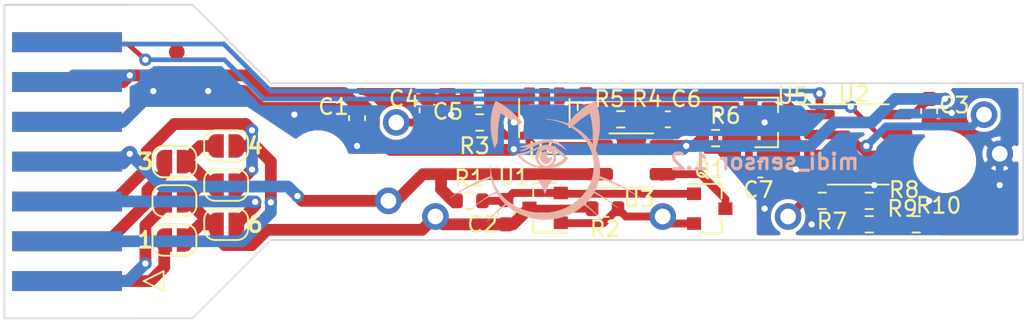
<source format=kicad_pcb>
(kicad_pcb (version 20171130) (host pcbnew 5.1.10-88a1d61d58~90~ubuntu20.04.1)

  (general
    (thickness 1.6)
    (drawings 12)
    (tracks 290)
    (zones 0)
    (modules 42)
    (nets 23)
  )

  (page A4)
  (layers
    (0 F.Cu signal)
    (31 B.Cu signal)
    (32 B.Adhes user)
    (33 F.Adhes user)
    (34 B.Paste user)
    (35 F.Paste user)
    (36 B.SilkS user)
    (37 F.SilkS user)
    (38 B.Mask user)
    (39 F.Mask user)
    (40 Dwgs.User user)
    (41 Cmts.User user)
    (42 Eco1.User user)
    (43 Eco2.User user)
    (44 Edge.Cuts user)
    (45 Margin user)
    (46 B.CrtYd user)
    (47 F.CrtYd user hide)
    (48 B.Fab user)
    (49 F.Fab user hide)
  )

  (setup
    (last_trace_width 0.3)
    (user_trace_width 0.3)
    (user_trace_width 0.5)
    (user_trace_width 0.75)
    (user_trace_width 1)
    (trace_clearance 0.2)
    (zone_clearance 0.254)
    (zone_45_only no)
    (trace_min 0.2)
    (via_size 0.8)
    (via_drill 0.4)
    (via_min_size 0.4)
    (via_min_drill 0.3)
    (uvia_size 0.3)
    (uvia_drill 0.1)
    (uvias_allowed no)
    (uvia_min_size 0.2)
    (uvia_min_drill 0.1)
    (edge_width 0.1)
    (segment_width 0.2)
    (pcb_text_width 0.3)
    (pcb_text_size 1.5 1.5)
    (mod_edge_width 0.15)
    (mod_text_size 1 1)
    (mod_text_width 0.15)
    (pad_size 1.06 0.65)
    (pad_drill 0)
    (pad_to_mask_clearance 0)
    (aux_axis_origin 0 0)
    (visible_elements FEFFFF7F)
    (pcbplotparams
      (layerselection 0x010fc_ffffffff)
      (usegerberextensions false)
      (usegerberattributes true)
      (usegerberadvancedattributes true)
      (creategerberjobfile true)
      (excludeedgelayer true)
      (linewidth 0.100000)
      (plotframeref false)
      (viasonmask false)
      (mode 1)
      (useauxorigin false)
      (hpglpennumber 1)
      (hpglpenspeed 20)
      (hpglpendiameter 15.000000)
      (psnegative false)
      (psa4output false)
      (plotreference true)
      (plotvalue true)
      (plotinvisibletext false)
      (padsonsilk false)
      (subtractmaskfromsilk false)
      (outputformat 1)
      (mirror false)
      (drillshape 1)
      (scaleselection 1)
      (outputdirectory ""))
  )

  (net 0 "")
  (net 1 GND)
  (net 2 +5V)
  (net 3 /GND_PULSE)
  (net 4 "Net-(C2-Pad1)")
  (net 5 "Net-(C4-Pad1)")
  (net 6 "Net-(C6-Pad1)")
  (net 7 "Net-(C7-Pad1)")
  (net 8 /COMP_OUT_HI)
  (net 9 /+VCC_PULSE)
  (net 10 "Net-(J1-Pad6)")
  (net 11 "Net-(J1-Pad4)")
  (net 12 /COMP_OUT_LO)
  (net 13 "Net-(J1-Pad5)")
  (net 14 "Net-(J1-Pad3)")
  (net 15 "Net-(J1-Pad2)")
  (net 16 "Net-(J1-Pad1)")
  (net 17 "Net-(Q1-Pad3)")
  (net 18 "Net-(Q1-Pad2)")
  (net 19 "Net-(R4-Pad1)")
  (net 20 "Net-(R5-Pad1)")
  (net 21 "Net-(R7-Pad2)")
  (net 22 "Net-(R10-Pad1)")

  (net_class Default "This is the default net class."
    (clearance 0.2)
    (trace_width 0.25)
    (via_dia 0.8)
    (via_drill 0.4)
    (uvia_dia 0.3)
    (uvia_drill 0.1)
    (add_net +5V)
    (add_net /+VCC_PULSE)
    (add_net /COMP_OUT_HI)
    (add_net /COMP_OUT_LO)
    (add_net /GND_PULSE)
    (add_net GND)
    (add_net "Net-(C2-Pad1)")
    (add_net "Net-(C4-Pad1)")
    (add_net "Net-(C6-Pad1)")
    (add_net "Net-(C7-Pad1)")
    (add_net "Net-(J1-Pad1)")
    (add_net "Net-(J1-Pad2)")
    (add_net "Net-(J1-Pad3)")
    (add_net "Net-(J1-Pad4)")
    (add_net "Net-(J1-Pad5)")
    (add_net "Net-(J1-Pad6)")
    (add_net "Net-(Q1-Pad2)")
    (add_net "Net-(Q1-Pad3)")
    (add_net "Net-(R10-Pad1)")
    (add_net "Net-(R4-Pad1)")
    (add_net "Net-(R5-Pad1)")
    (add_net "Net-(R7-Pad2)")
  )

  (module midi_sensor:hole_D2mm (layer F.Cu) (tedit 61339067) (tstamp 61341639)
    (at 20 0)
    (path /612A23E5)
    (fp_text reference H2 (at -1.651 -2.54) (layer F.SilkS) hide
      (effects (font (size 1 1) (thickness 0.15)))
    )
    (fp_text value MountingHole (at 0 -0.5) (layer F.Fab) hide
      (effects (font (size 1 1) (thickness 0.15)))
    )
    (pad "" np_thru_hole circle (at 0 0) (size 2 2) (drill 2) (layers *.Cu *.Mask)
      (clearance 1))
  )

  (module midi_sensor:hole_D2mm (layer F.Cu) (tedit 61339067) (tstamp 6133FB54)
    (at 60 0)
    (path /612B5EEE)
    (fp_text reference H1 (at -1.651 -2.54) (layer F.SilkS) hide
      (effects (font (size 1 1) (thickness 0.15)))
    )
    (fp_text value MountingHole (at 0 -0.5) (layer F.Fab) hide
      (effects (font (size 1 1) (thickness 0.15)))
    )
    (pad "" np_thru_hole circle (at 0 0) (size 2 2) (drill 2) (layers *.Cu *.Mask)
      (clearance 1))
  )

  (module Package_TO_SOT_SMD:SOT-23 (layer F.Cu) (tedit 5A02FF57) (tstamp 613441B3)
    (at 48.6 -2.5)
    (descr "SOT-23, Standard")
    (tags SOT-23)
    (path /615E8DD8)
    (attr smd)
    (fp_text reference U5 (at 1.7 -1.7) (layer F.SilkS)
      (effects (font (size 1 1) (thickness 0.15)))
    )
    (fp_text value CJ431 (at 0 2.5) (layer F.Fab)
      (effects (font (size 1 1) (thickness 0.15)))
    )
    (fp_line (start -0.7 -0.95) (end -0.7 1.5) (layer F.Fab) (width 0.1))
    (fp_line (start -0.15 -1.52) (end 0.7 -1.52) (layer F.Fab) (width 0.1))
    (fp_line (start -0.7 -0.95) (end -0.15 -1.52) (layer F.Fab) (width 0.1))
    (fp_line (start 0.7 -1.52) (end 0.7 1.52) (layer F.Fab) (width 0.1))
    (fp_line (start -0.7 1.52) (end 0.7 1.52) (layer F.Fab) (width 0.1))
    (fp_line (start 0.76 1.58) (end 0.76 0.65) (layer F.SilkS) (width 0.12))
    (fp_line (start 0.76 -1.58) (end 0.76 -0.65) (layer F.SilkS) (width 0.12))
    (fp_line (start -1.7 -1.75) (end 1.7 -1.75) (layer F.CrtYd) (width 0.05))
    (fp_line (start 1.7 -1.75) (end 1.7 1.75) (layer F.CrtYd) (width 0.05))
    (fp_line (start 1.7 1.75) (end -1.7 1.75) (layer F.CrtYd) (width 0.05))
    (fp_line (start -1.7 1.75) (end -1.7 -1.75) (layer F.CrtYd) (width 0.05))
    (fp_line (start 0.76 -1.58) (end -1.4 -1.58) (layer F.SilkS) (width 0.12))
    (fp_line (start 0.76 1.58) (end -0.7 1.58) (layer F.SilkS) (width 0.12))
    (fp_text user %R (at 0 0 90) (layer F.Fab)
      (effects (font (size 0.5 0.5) (thickness 0.075)))
    )
    (pad 3 smd rect (at 1 0) (size 0.9 0.8) (layers F.Cu F.Paste F.Mask)
      (net 1 GND))
    (pad 2 smd rect (at -1 0.95) (size 0.9 0.8) (layers F.Cu F.Paste F.Mask)
      (net 7 "Net-(C7-Pad1)"))
    (pad 1 smd rect (at -1 -0.95) (size 0.9 0.8) (layers F.Cu F.Paste F.Mask)
      (net 7 "Net-(C7-Pad1)"))
    (model ${KISYS3DMOD}/Package_TO_SOT_SMD.3dshapes/SOT-23.wrl
      (at (xyz 0 0 0))
      (scale (xyz 1 1 1))
      (rotate (xyz 0 0 0))
    )
  )

  (module Package_TO_SOT_SMD:SOT-23-5 (layer F.Cu) (tedit 614E3FAC) (tstamp 61341BD1)
    (at 34.45 -3.1 90)
    (descr "5-pin SOT23 package")
    (tags SOT-23-5)
    (path /612A21D1)
    (attr smd)
    (fp_text reference U4 (at -2.4 -0.05 180) (layer F.SilkS)
      (effects (font (size 1 1) (thickness 0.15)))
    )
    (fp_text value LM321 (at 0 2.9 90) (layer F.Fab)
      (effects (font (size 1 1) (thickness 0.15)))
    )
    (fp_line (start -0.9 1.61) (end 0.9 1.61) (layer F.SilkS) (width 0.12))
    (fp_line (start 0.9 -1.61) (end -1.55 -1.61) (layer F.SilkS) (width 0.12))
    (fp_line (start -1.9 -1.8) (end 1.9 -1.8) (layer F.CrtYd) (width 0.05))
    (fp_line (start 1.9 -1.8) (end 1.9 1.8) (layer F.CrtYd) (width 0.05))
    (fp_line (start 1.9 1.8) (end -1.9 1.8) (layer F.CrtYd) (width 0.05))
    (fp_line (start -1.9 1.8) (end -1.9 -1.8) (layer F.CrtYd) (width 0.05))
    (fp_line (start -0.9 -0.9) (end -0.25 -1.55) (layer F.Fab) (width 0.1))
    (fp_line (start 0.9 -1.55) (end -0.25 -1.55) (layer F.Fab) (width 0.1))
    (fp_line (start -0.9 -0.9) (end -0.9 1.55) (layer F.Fab) (width 0.1))
    (fp_line (start 0.9 1.55) (end -0.9 1.55) (layer F.Fab) (width 0.1))
    (fp_line (start 0.9 -1.55) (end 0.9 1.55) (layer F.Fab) (width 0.1))
    (fp_text user %R (at 0 0) (layer F.Fab)
      (effects (font (size 0.5 0.5) (thickness 0.075)))
    )
    (pad 5 smd rect (at 1.1 -0.95 90) (size 1.06 0.65) (layers F.Cu F.Paste F.Mask)
      (net 2 +5V))
    (pad 4 smd rect (at 1.1 0.95 90) (size 1.06 0.65) (layers F.Cu F.Paste F.Mask)
      (net 20 "Net-(R5-Pad1)"))
    (pad 3 smd rect (at -1.1 0.95 90) (size 1.06 0.65) (layers F.Cu F.Paste F.Mask)
      (net 19 "Net-(R4-Pad1)"))
    (pad 2 smd rect (at -1.1 0 90) (size 1.06 0.65) (layers F.Cu F.Paste F.Mask)
      (net 1 GND))
    (pad 1 smd rect (at -1.1 -0.95 90) (size 1.06 0.65) (layers F.Cu F.Paste F.Mask)
      (net 5 "Net-(C4-Pad1)"))
    (model ${KISYS3DMOD}/Package_TO_SOT_SMD.3dshapes/SOT-23-5.wrl
      (at (xyz 0 0 0))
      (scale (xyz 1 1 1))
      (rotate (xyz 0 0 0))
    )
  )

  (module OptoDevice:OnSemi_CASE100CY (layer F.Cu) (tedit 5B870A92) (tstamp 613437B3)
    (at 40 -0.1 90)
    (descr "OnSemi CASE 100CY, light-direction upwards, see http://www.onsemi.com/pub/Collateral/QRE1113-D.PDF")
    (tags "refective opto couple photo coupler")
    (path /612C2F3E)
    (attr smd)
    (fp_text reference U3 (at -2.5 0.5) (layer F.SilkS)
      (effects (font (size 1 1) (thickness 0.15)))
    )
    (fp_text value QRE1113 (at 0 3.9 90) (layer F.Fab)
      (effects (font (size 1 1) (thickness 0.15)))
    )
    (fp_line (start 1.7 1.4) (end 1.7 -1.4) (layer F.SilkS) (width 0.12))
    (fp_line (start -1.7 1.4) (end -1.7 -2.8) (layer F.SilkS) (width 0.12))
    (fp_line (start -1.6 -0.8) (end -1.1 -1.3) (layer F.Fab) (width 0.1))
    (fp_line (start -1.1 -1.3) (end 1.6 -1.3) (layer F.Fab) (width 0.1))
    (fp_line (start -1.6 1.3) (end -1.6 -0.8) (layer F.Fab) (width 0.1))
    (fp_line (start 1.6 1.3) (end -1.6 1.3) (layer F.Fab) (width 0.1))
    (fp_line (start 1.6 -1.3) (end 1.6 1.3) (layer F.Fab) (width 0.1))
    (fp_line (start -1.85 -3.08) (end 1.85 -3.08) (layer F.CrtYd) (width 0.05))
    (fp_line (start -1.85 -3.08) (end -1.85 3.08) (layer F.CrtYd) (width 0.05))
    (fp_line (start 1.85 3.08) (end 1.85 -3.08) (layer F.CrtYd) (width 0.05))
    (fp_line (start 1.85 3.08) (end -1.85 3.08) (layer F.CrtYd) (width 0.05))
    (fp_text user %R (at 0 0.2 90) (layer F.Fab)
      (effects (font (size 0.75 0.75) (thickness 0.15)))
    )
    (pad 4 smd roundrect (at 0.9 -2 90) (size 0.79 1.66) (layers F.Cu F.Paste F.Mask) (roundrect_rratio 0.25)
      (net 5 "Net-(C4-Pad1)"))
    (pad 1 smd roundrect (at -0.9 -2 90) (size 0.79 1.66) (layers F.Cu F.Paste F.Mask) (roundrect_rratio 0.25)
      (net 9 /+VCC_PULSE))
    (pad 2 smd roundrect (at -0.9 2 90) (size 0.79 1.66) (layers F.Cu F.Paste F.Mask) (roundrect_rratio 0.25)
      (net 17 "Net-(Q1-Pad3)"))
    (pad 3 smd roundrect (at 0.9 2 90) (size 0.79 1.66) (layers F.Cu F.Paste F.Mask) (roundrect_rratio 0.25)
      (net 2 +5V))
    (model ${KISYS3DMOD}/OptoDevice.3dshapes/OnSemi_CASE100CY.wrl
      (at (xyz 0 0 0))
      (scale (xyz 1 1 1))
      (rotate (xyz 0 0 0))
    )
  )

  (module Package_SO:SOIC-8_3.9x4.9mm_P1.27mm (layer F.Cu) (tedit 5D9F72B1) (tstamp 613428EE)
    (at 54.475 -1.095)
    (descr "SOIC, 8 Pin (JEDEC MS-012AA, https://www.analog.com/media/en/package-pcb-resources/package/pkg_pdf/soic_narrow-r/r_8.pdf), generated with kicad-footprint-generator ipc_gullwing_generator.py")
    (tags "SOIC SO")
    (path /612A3ADB)
    (attr smd)
    (fp_text reference U2 (at -0.275 -3.205) (layer F.SilkS)
      (effects (font (size 1 1) (thickness 0.15)))
    )
    (fp_text value LM393 (at 0 3.4) (layer F.Fab)
      (effects (font (size 1 1) (thickness 0.15)))
    )
    (fp_line (start 0 2.56) (end 1.95 2.56) (layer F.SilkS) (width 0.12))
    (fp_line (start 0 2.56) (end -1.95 2.56) (layer F.SilkS) (width 0.12))
    (fp_line (start 0 -2.56) (end 1.95 -2.56) (layer F.SilkS) (width 0.12))
    (fp_line (start 0 -2.56) (end -3.45 -2.56) (layer F.SilkS) (width 0.12))
    (fp_line (start -0.975 -2.45) (end 1.95 -2.45) (layer F.Fab) (width 0.1))
    (fp_line (start 1.95 -2.45) (end 1.95 2.45) (layer F.Fab) (width 0.1))
    (fp_line (start 1.95 2.45) (end -1.95 2.45) (layer F.Fab) (width 0.1))
    (fp_line (start -1.95 2.45) (end -1.95 -1.475) (layer F.Fab) (width 0.1))
    (fp_line (start -1.95 -1.475) (end -0.975 -2.45) (layer F.Fab) (width 0.1))
    (fp_line (start -3.7 -2.7) (end -3.7 2.7) (layer F.CrtYd) (width 0.05))
    (fp_line (start -3.7 2.7) (end 3.7 2.7) (layer F.CrtYd) (width 0.05))
    (fp_line (start 3.7 2.7) (end 3.7 -2.7) (layer F.CrtYd) (width 0.05))
    (fp_line (start 3.7 -2.7) (end -3.7 -2.7) (layer F.CrtYd) (width 0.05))
    (fp_text user %R (at 0 0) (layer F.Fab)
      (effects (font (size 0.98 0.98) (thickness 0.15)))
    )
    (pad 8 smd roundrect (at 2.475 -1.905) (size 1.95 0.6) (layers F.Cu F.Paste F.Mask) (roundrect_rratio 0.25)
      (net 2 +5V))
    (pad 7 smd roundrect (at 2.475 -0.635) (size 1.95 0.6) (layers F.Cu F.Paste F.Mask) (roundrect_rratio 0.25)
      (net 12 /COMP_OUT_LO))
    (pad 6 smd roundrect (at 2.475 0.635) (size 1.95 0.6) (layers F.Cu F.Paste F.Mask) (roundrect_rratio 0.25)
      (net 20 "Net-(R5-Pad1)"))
    (pad 5 smd roundrect (at 2.475 1.905) (size 1.95 0.6) (layers F.Cu F.Paste F.Mask) (roundrect_rratio 0.25)
      (net 22 "Net-(R10-Pad1)"))
    (pad 4 smd roundrect (at -2.475 1.905) (size 1.95 0.6) (layers F.Cu F.Paste F.Mask) (roundrect_rratio 0.25)
      (net 1 GND))
    (pad 3 smd roundrect (at -2.475 0.635) (size 1.95 0.6) (layers F.Cu F.Paste F.Mask) (roundrect_rratio 0.25)
      (net 21 "Net-(R7-Pad2)"))
    (pad 2 smd roundrect (at -2.475 -0.635) (size 1.95 0.6) (layers F.Cu F.Paste F.Mask) (roundrect_rratio 0.25)
      (net 20 "Net-(R5-Pad1)"))
    (pad 1 smd roundrect (at -2.475 -1.905) (size 1.95 0.6) (layers F.Cu F.Paste F.Mask) (roundrect_rratio 0.25)
      (net 8 /COMP_OUT_HI))
    (model ${KISYS3DMOD}/Package_SO.3dshapes/SOIC-8_3.9x4.9mm_P1.27mm.wrl
      (at (xyz 0 0 0))
      (scale (xyz 1 1 1))
      (rotate (xyz 0 0 0))
    )
  )

  (module Package_TO_SOT_SMD:SOT-23 (layer F.Cu) (tedit 5A02FF57) (tstamp 61342073)
    (at 34.5 2.95 180)
    (descr "SOT-23, Standard")
    (tags SOT-23)
    (path /615BC825)
    (attr smd)
    (fp_text reference U1 (at 2 1.95) (layer F.SilkS)
      (effects (font (size 1 1) (thickness 0.15)))
    )
    (fp_text value CJ431 (at 0 2.5) (layer F.Fab)
      (effects (font (size 1 1) (thickness 0.15)))
    )
    (fp_line (start -0.7 -0.95) (end -0.7 1.5) (layer F.Fab) (width 0.1))
    (fp_line (start -0.15 -1.52) (end 0.7 -1.52) (layer F.Fab) (width 0.1))
    (fp_line (start -0.7 -0.95) (end -0.15 -1.52) (layer F.Fab) (width 0.1))
    (fp_line (start 0.7 -1.52) (end 0.7 1.52) (layer F.Fab) (width 0.1))
    (fp_line (start -0.7 1.52) (end 0.7 1.52) (layer F.Fab) (width 0.1))
    (fp_line (start 0.76 1.58) (end 0.76 0.65) (layer F.SilkS) (width 0.12))
    (fp_line (start 0.76 -1.58) (end 0.76 -0.65) (layer F.SilkS) (width 0.12))
    (fp_line (start -1.7 -1.75) (end 1.7 -1.75) (layer F.CrtYd) (width 0.05))
    (fp_line (start 1.7 -1.75) (end 1.7 1.75) (layer F.CrtYd) (width 0.05))
    (fp_line (start 1.7 1.75) (end -1.7 1.75) (layer F.CrtYd) (width 0.05))
    (fp_line (start -1.7 1.75) (end -1.7 -1.75) (layer F.CrtYd) (width 0.05))
    (fp_line (start 0.76 -1.58) (end -1.4 -1.58) (layer F.SilkS) (width 0.12))
    (fp_line (start 0.76 1.58) (end -0.7 1.58) (layer F.SilkS) (width 0.12))
    (fp_text user %R (at 0 0 90) (layer F.Fab)
      (effects (font (size 0.5 0.5) (thickness 0.075)))
    )
    (pad 3 smd rect (at 1 0 180) (size 0.9 0.8) (layers F.Cu F.Paste F.Mask)
      (net 3 /GND_PULSE))
    (pad 2 smd rect (at -1 0.95 180) (size 0.9 0.8) (layers F.Cu F.Paste F.Mask)
      (net 4 "Net-(C2-Pad1)"))
    (pad 1 smd rect (at -1 -0.95 180) (size 0.9 0.8) (layers F.Cu F.Paste F.Mask)
      (net 18 "Net-(Q1-Pad2)"))
    (model ${KISYS3DMOD}/Package_TO_SOT_SMD.3dshapes/SOT-23.wrl
      (at (xyz 0 0 0))
      (scale (xyz 1 1 1))
      (rotate (xyz 0 0 0))
    )
  )

  (module midi_sensor:TP (layer F.Cu) (tedit 610ED092) (tstamp 613427E9)
    (at 50 3.5)
    (path /615217EB)
    (fp_text reference TP7 (at 0.762 -1.905) (layer F.SilkS) hide
      (effects (font (size 1 1) (thickness 0.15)))
    )
    (fp_text value TestPoint (at 0 -0.5) (layer F.Fab)
      (effects (font (size 1 1) (thickness 0.15)))
    )
    (pad 1 thru_hole circle (at 0 0) (size 1.7 1.7) (drill 1) (layers *.Cu *.Mask)
      (net 7 "Net-(C7-Pad1)"))
  )

  (module midi_sensor:TP (layer F.Cu) (tedit 610ED092) (tstamp 61344674)
    (at 62.5 -3)
    (path /6152148F)
    (fp_text reference TP6 (at 0.762 -1.905 90) (layer F.SilkS) hide
      (effects (font (size 1 1) (thickness 0.15)))
    )
    (fp_text value TestPoint (at 0 -0.5) (layer F.Fab)
      (effects (font (size 1 1) (thickness 0.15)))
    )
    (pad 1 thru_hole circle (at 0 0) (size 1.7 1.7) (drill 1) (layers *.Cu *.Mask)
      (net 20 "Net-(R5-Pad1)"))
  )

  (module midi_sensor:TP (layer F.Cu) (tedit 610ED092) (tstamp 6133FCBE)
    (at 25 -2.5)
    (path /612E8697)
    (fp_text reference TP5 (at 0.762 -1.905) (layer F.SilkS) hide
      (effects (font (size 1 1) (thickness 0.15)))
    )
    (fp_text value TestPoint (at 0 -0.5) (layer F.Fab)
      (effects (font (size 1 1) (thickness 0.15)))
    )
    (pad 1 thru_hole circle (at 0 0) (size 1.7 1.7) (drill 1) (layers *.Cu *.Mask)
      (net 5 "Net-(C4-Pad1)"))
  )

  (module midi_sensor:TP (layer F.Cu) (tedit 610ED092) (tstamp 6133FCB9)
    (at 42 3.5)
    (path /612B3AD2)
    (fp_text reference TP4 (at 0.762 -1.905) (layer F.SilkS) hide
      (effects (font (size 1 1) (thickness 0.15)))
    )
    (fp_text value TestPoint (at 0 -0.5) (layer F.Fab)
      (effects (font (size 1 1) (thickness 0.15)))
    )
    (pad 1 thru_hole circle (at 0 0) (size 1.7 1.7) (drill 1) (layers *.Cu *.Mask)
      (net 18 "Net-(Q1-Pad2)"))
  )

  (module midi_sensor:TP (layer F.Cu) (tedit 610ED092) (tstamp 61342825)
    (at 24.5 2.5)
    (path /6129F7DE)
    (fp_text reference TP3 (at 0.762 -1.905) (layer F.SilkS) hide
      (effects (font (size 1 1) (thickness 0.15)))
    )
    (fp_text value TestPoint (at 0 -0.5) (layer F.Fab)
      (effects (font (size 1 1) (thickness 0.15)))
    )
    (pad 1 thru_hole circle (at 0 0) (size 1.7 1.7) (drill 1) (layers *.Cu *.Mask)
      (net 9 /+VCC_PULSE))
  )

  (module midi_sensor:TP (layer F.Cu) (tedit 610ED092) (tstamp 613428CD)
    (at 63.5 -0.5)
    (path /6138D214)
    (fp_text reference TP2 (at 0.762 -1.905) (layer F.SilkS) hide
      (effects (font (size 1 1) (thickness 0.15)))
    )
    (fp_text value TestPoint (at 0 -0.5) (layer F.Fab)
      (effects (font (size 1 1) (thickness 0.15)))
    )
    (pad 1 thru_hole circle (at 0 0) (size 1.7 1.7) (drill 1) (layers *.Cu *.Mask)
      (net 1 GND))
  )

  (module midi_sensor:TP (layer F.Cu) (tedit 610ED092) (tstamp 6133FCAA)
    (at 27.5 3.5)
    (path /6138E3CF)
    (fp_text reference TP1 (at 0.762 -1.905) (layer F.SilkS) hide
      (effects (font (size 1 1) (thickness 0.15)))
    )
    (fp_text value TestPoint (at 0 -0.5) (layer F.Fab)
      (effects (font (size 1 1) (thickness 0.15)))
    )
    (pad 1 thru_hole circle (at 0 0) (size 1.7 1.7) (drill 1) (layers *.Cu *.Mask)
      (net 3 /GND_PULSE))
  )

  (module Resistor_SMD:R_0603_1608Metric (layer F.Cu) (tedit 5F68FEEE) (tstamp 613427B9)
    (at 58.175 4)
    (descr "Resistor SMD 0603 (1608 Metric), square (rectangular) end terminal, IPC_7351 nominal, (Body size source: IPC-SM-782 page 72, https://www.pcb-3d.com/wordpress/wp-content/uploads/ipc-sm-782a_amendment_1_and_2.pdf), generated with kicad-footprint-generator")
    (tags resistor)
    (path /613B7803)
    (attr smd)
    (fp_text reference R10 (at 1.425 -1.2) (layer F.SilkS)
      (effects (font (size 1 1) (thickness 0.15)))
    )
    (fp_text value "13k 1%" (at 0 1.43) (layer F.Fab)
      (effects (font (size 1 1) (thickness 0.15)))
    )
    (fp_line (start -0.8 0.4125) (end -0.8 -0.4125) (layer F.Fab) (width 0.1))
    (fp_line (start -0.8 -0.4125) (end 0.8 -0.4125) (layer F.Fab) (width 0.1))
    (fp_line (start 0.8 -0.4125) (end 0.8 0.4125) (layer F.Fab) (width 0.1))
    (fp_line (start 0.8 0.4125) (end -0.8 0.4125) (layer F.Fab) (width 0.1))
    (fp_line (start -0.237258 -0.5225) (end 0.237258 -0.5225) (layer F.SilkS) (width 0.12))
    (fp_line (start -0.237258 0.5225) (end 0.237258 0.5225) (layer F.SilkS) (width 0.12))
    (fp_line (start -1.48 0.73) (end -1.48 -0.73) (layer F.CrtYd) (width 0.05))
    (fp_line (start -1.48 -0.73) (end 1.48 -0.73) (layer F.CrtYd) (width 0.05))
    (fp_line (start 1.48 -0.73) (end 1.48 0.73) (layer F.CrtYd) (width 0.05))
    (fp_line (start 1.48 0.73) (end -1.48 0.73) (layer F.CrtYd) (width 0.05))
    (fp_text user %R (at 0 0) (layer F.Fab)
      (effects (font (size 0.4 0.4) (thickness 0.06)))
    )
    (pad 2 smd roundrect (at 0.825 0) (size 0.8 0.95) (layers F.Cu F.Paste F.Mask) (roundrect_rratio 0.25)
      (net 1 GND))
    (pad 1 smd roundrect (at -0.825 0) (size 0.8 0.95) (layers F.Cu F.Paste F.Mask) (roundrect_rratio 0.25)
      (net 22 "Net-(R10-Pad1)"))
    (model ${KISYS3DMOD}/Resistor_SMD.3dshapes/R_0603_1608Metric.wrl
      (at (xyz 0 0 0))
      (scale (xyz 1 1 1))
      (rotate (xyz 0 0 0))
    )
  )

  (module Resistor_SMD:R_0603_1608Metric (layer F.Cu) (tedit 5F68FEEE) (tstamp 61342759)
    (at 55.175 4)
    (descr "Resistor SMD 0603 (1608 Metric), square (rectangular) end terminal, IPC_7351 nominal, (Body size source: IPC-SM-782 page 72, https://www.pcb-3d.com/wordpress/wp-content/uploads/ipc-sm-782a_amendment_1_and_2.pdf), generated with kicad-footprint-generator")
    (tags resistor)
    (path /613B758F)
    (attr smd)
    (fp_text reference R9 (at 2.125 -1) (layer F.SilkS)
      (effects (font (size 1 1) (thickness 0.15)))
    )
    (fp_text value "30k 1%" (at 0 1.43) (layer F.Fab)
      (effects (font (size 1 1) (thickness 0.15)))
    )
    (fp_line (start -0.8 0.4125) (end -0.8 -0.4125) (layer F.Fab) (width 0.1))
    (fp_line (start -0.8 -0.4125) (end 0.8 -0.4125) (layer F.Fab) (width 0.1))
    (fp_line (start 0.8 -0.4125) (end 0.8 0.4125) (layer F.Fab) (width 0.1))
    (fp_line (start 0.8 0.4125) (end -0.8 0.4125) (layer F.Fab) (width 0.1))
    (fp_line (start -0.237258 -0.5225) (end 0.237258 -0.5225) (layer F.SilkS) (width 0.12))
    (fp_line (start -0.237258 0.5225) (end 0.237258 0.5225) (layer F.SilkS) (width 0.12))
    (fp_line (start -1.48 0.73) (end -1.48 -0.73) (layer F.CrtYd) (width 0.05))
    (fp_line (start -1.48 -0.73) (end 1.48 -0.73) (layer F.CrtYd) (width 0.05))
    (fp_line (start 1.48 -0.73) (end 1.48 0.73) (layer F.CrtYd) (width 0.05))
    (fp_line (start 1.48 0.73) (end -1.48 0.73) (layer F.CrtYd) (width 0.05))
    (fp_text user %R (at 0 0) (layer F.Fab)
      (effects (font (size 0.4 0.4) (thickness 0.06)))
    )
    (pad 2 smd roundrect (at 0.825 0) (size 0.8 0.95) (layers F.Cu F.Paste F.Mask) (roundrect_rratio 0.25)
      (net 22 "Net-(R10-Pad1)"))
    (pad 1 smd roundrect (at -0.825 0) (size 0.8 0.95) (layers F.Cu F.Paste F.Mask) (roundrect_rratio 0.25)
      (net 7 "Net-(C7-Pad1)"))
    (model ${KISYS3DMOD}/Resistor_SMD.3dshapes/R_0603_1608Metric.wrl
      (at (xyz 0 0 0))
      (scale (xyz 1 1 1))
      (rotate (xyz 0 0 0))
    )
  )

  (module Resistor_SMD:R_0603_1608Metric (layer F.Cu) (tedit 5F68FEEE) (tstamp 61342930)
    (at 55.175 2.5)
    (descr "Resistor SMD 0603 (1608 Metric), square (rectangular) end terminal, IPC_7351 nominal, (Body size source: IPC-SM-782 page 72, https://www.pcb-3d.com/wordpress/wp-content/uploads/ipc-sm-782a_amendment_1_and_2.pdf), generated with kicad-footprint-generator")
    (tags resistor)
    (path /613B7360)
    (attr smd)
    (fp_text reference R8 (at 2.225 -0.7) (layer F.SilkS)
      (effects (font (size 1 1) (thickness 0.15)))
    )
    (fp_text value "30k 1%" (at 0 1.43) (layer F.Fab)
      (effects (font (size 1 1) (thickness 0.15)))
    )
    (fp_line (start -0.8 0.4125) (end -0.8 -0.4125) (layer F.Fab) (width 0.1))
    (fp_line (start -0.8 -0.4125) (end 0.8 -0.4125) (layer F.Fab) (width 0.1))
    (fp_line (start 0.8 -0.4125) (end 0.8 0.4125) (layer F.Fab) (width 0.1))
    (fp_line (start 0.8 0.4125) (end -0.8 0.4125) (layer F.Fab) (width 0.1))
    (fp_line (start -0.237258 -0.5225) (end 0.237258 -0.5225) (layer F.SilkS) (width 0.12))
    (fp_line (start -0.237258 0.5225) (end 0.237258 0.5225) (layer F.SilkS) (width 0.12))
    (fp_line (start -1.48 0.73) (end -1.48 -0.73) (layer F.CrtYd) (width 0.05))
    (fp_line (start -1.48 -0.73) (end 1.48 -0.73) (layer F.CrtYd) (width 0.05))
    (fp_line (start 1.48 -0.73) (end 1.48 0.73) (layer F.CrtYd) (width 0.05))
    (fp_line (start 1.48 0.73) (end -1.48 0.73) (layer F.CrtYd) (width 0.05))
    (fp_text user %R (at 0 0) (layer F.Fab)
      (effects (font (size 0.4 0.4) (thickness 0.06)))
    )
    (pad 2 smd roundrect (at 0.825 0) (size 0.8 0.95) (layers F.Cu F.Paste F.Mask) (roundrect_rratio 0.25)
      (net 1 GND))
    (pad 1 smd roundrect (at -0.825 0) (size 0.8 0.95) (layers F.Cu F.Paste F.Mask) (roundrect_rratio 0.25)
      (net 21 "Net-(R7-Pad2)"))
    (model ${KISYS3DMOD}/Resistor_SMD.3dshapes/R_0603_1608Metric.wrl
      (at (xyz 0 0 0))
      (scale (xyz 1 1 1))
      (rotate (xyz 0 0 0))
    )
  )

  (module Resistor_SMD:R_0603_1608Metric (layer F.Cu) (tedit 5F68FEEE) (tstamp 61342789)
    (at 52.175 2.5)
    (descr "Resistor SMD 0603 (1608 Metric), square (rectangular) end terminal, IPC_7351 nominal, (Body size source: IPC-SM-782 page 72, https://www.pcb-3d.com/wordpress/wp-content/uploads/ipc-sm-782a_amendment_1_and_2.pdf), generated with kicad-footprint-generator")
    (tags resistor)
    (path /613B6227)
    (attr smd)
    (fp_text reference R7 (at 0.625 1.3) (layer F.SilkS)
      (effects (font (size 1 1) (thickness 0.15)))
    )
    (fp_text value "30k 1%" (at 0 1.43) (layer F.Fab)
      (effects (font (size 1 1) (thickness 0.15)))
    )
    (fp_line (start -0.8 0.4125) (end -0.8 -0.4125) (layer F.Fab) (width 0.1))
    (fp_line (start -0.8 -0.4125) (end 0.8 -0.4125) (layer F.Fab) (width 0.1))
    (fp_line (start 0.8 -0.4125) (end 0.8 0.4125) (layer F.Fab) (width 0.1))
    (fp_line (start 0.8 0.4125) (end -0.8 0.4125) (layer F.Fab) (width 0.1))
    (fp_line (start -0.237258 -0.5225) (end 0.237258 -0.5225) (layer F.SilkS) (width 0.12))
    (fp_line (start -0.237258 0.5225) (end 0.237258 0.5225) (layer F.SilkS) (width 0.12))
    (fp_line (start -1.48 0.73) (end -1.48 -0.73) (layer F.CrtYd) (width 0.05))
    (fp_line (start -1.48 -0.73) (end 1.48 -0.73) (layer F.CrtYd) (width 0.05))
    (fp_line (start 1.48 -0.73) (end 1.48 0.73) (layer F.CrtYd) (width 0.05))
    (fp_line (start 1.48 0.73) (end -1.48 0.73) (layer F.CrtYd) (width 0.05))
    (fp_text user %R (at 0 0) (layer F.Fab)
      (effects (font (size 0.4 0.4) (thickness 0.06)))
    )
    (pad 2 smd roundrect (at 0.825 0) (size 0.8 0.95) (layers F.Cu F.Paste F.Mask) (roundrect_rratio 0.25)
      (net 21 "Net-(R7-Pad2)"))
    (pad 1 smd roundrect (at -0.825 0) (size 0.8 0.95) (layers F.Cu F.Paste F.Mask) (roundrect_rratio 0.25)
      (net 7 "Net-(C7-Pad1)"))
    (model ${KISYS3DMOD}/Resistor_SMD.3dshapes/R_0603_1608Metric.wrl
      (at (xyz 0 0 0))
      (scale (xyz 1 1 1))
      (rotate (xyz 0 0 0))
    )
  )

  (module Resistor_SMD:R_0603_1608Metric (layer F.Cu) (tedit 5F68FEEE) (tstamp 61344255)
    (at 45.375 -1.5)
    (descr "Resistor SMD 0603 (1608 Metric), square (rectangular) end terminal, IPC_7351 nominal, (Body size source: IPC-SM-782 page 72, https://www.pcb-3d.com/wordpress/wp-content/uploads/ipc-sm-782a_amendment_1_and_2.pdf), generated with kicad-footprint-generator")
    (tags resistor)
    (path /613B70CF)
    (attr smd)
    (fp_text reference R6 (at 0.625 -1.43) (layer F.SilkS)
      (effects (font (size 1 1) (thickness 0.15)))
    )
    (fp_text value 300 (at 0 1.43) (layer F.Fab)
      (effects (font (size 1 1) (thickness 0.15)))
    )
    (fp_line (start -0.8 0.4125) (end -0.8 -0.4125) (layer F.Fab) (width 0.1))
    (fp_line (start -0.8 -0.4125) (end 0.8 -0.4125) (layer F.Fab) (width 0.1))
    (fp_line (start 0.8 -0.4125) (end 0.8 0.4125) (layer F.Fab) (width 0.1))
    (fp_line (start 0.8 0.4125) (end -0.8 0.4125) (layer F.Fab) (width 0.1))
    (fp_line (start -0.237258 -0.5225) (end 0.237258 -0.5225) (layer F.SilkS) (width 0.12))
    (fp_line (start -0.237258 0.5225) (end 0.237258 0.5225) (layer F.SilkS) (width 0.12))
    (fp_line (start -1.48 0.73) (end -1.48 -0.73) (layer F.CrtYd) (width 0.05))
    (fp_line (start -1.48 -0.73) (end 1.48 -0.73) (layer F.CrtYd) (width 0.05))
    (fp_line (start 1.48 -0.73) (end 1.48 0.73) (layer F.CrtYd) (width 0.05))
    (fp_line (start 1.48 0.73) (end -1.48 0.73) (layer F.CrtYd) (width 0.05))
    (fp_text user %R (at 0 0) (layer F.Fab)
      (effects (font (size 0.4 0.4) (thickness 0.06)))
    )
    (pad 2 smd roundrect (at 0.825 0) (size 0.8 0.95) (layers F.Cu F.Paste F.Mask) (roundrect_rratio 0.25)
      (net 7 "Net-(C7-Pad1)"))
    (pad 1 smd roundrect (at -0.825 0) (size 0.8 0.95) (layers F.Cu F.Paste F.Mask) (roundrect_rratio 0.25)
      (net 2 +5V))
    (model ${KISYS3DMOD}/Resistor_SMD.3dshapes/R_0603_1608Metric.wrl
      (at (xyz 0 0 0))
      (scale (xyz 1 1 1))
      (rotate (xyz 0 0 0))
    )
  )

  (module Resistor_SMD:R_0603_1608Metric (layer F.Cu) (tedit 5F68FEEE) (tstamp 61341C09)
    (at 37.1 -3.525 270)
    (descr "Resistor SMD 0603 (1608 Metric), square (rectangular) end terminal, IPC_7351 nominal, (Body size source: IPC-SM-782 page 72, https://www.pcb-3d.com/wordpress/wp-content/uploads/ipc-sm-782a_amendment_1_and_2.pdf), generated with kicad-footprint-generator")
    (tags resistor)
    (path /6132CCBF)
    (attr smd)
    (fp_text reference R5 (at -0.475 -1.5 180) (layer F.SilkS)
      (effects (font (size 1 1) (thickness 0.15)))
    )
    (fp_text value 13k (at 0 1.43 90) (layer F.Fab)
      (effects (font (size 1 1) (thickness 0.15)))
    )
    (fp_line (start -0.8 0.4125) (end -0.8 -0.4125) (layer F.Fab) (width 0.1))
    (fp_line (start -0.8 -0.4125) (end 0.8 -0.4125) (layer F.Fab) (width 0.1))
    (fp_line (start 0.8 -0.4125) (end 0.8 0.4125) (layer F.Fab) (width 0.1))
    (fp_line (start 0.8 0.4125) (end -0.8 0.4125) (layer F.Fab) (width 0.1))
    (fp_line (start -0.237258 -0.5225) (end 0.237258 -0.5225) (layer F.SilkS) (width 0.12))
    (fp_line (start -0.237258 0.5225) (end 0.237258 0.5225) (layer F.SilkS) (width 0.12))
    (fp_line (start -1.48 0.73) (end -1.48 -0.73) (layer F.CrtYd) (width 0.05))
    (fp_line (start -1.48 -0.73) (end 1.48 -0.73) (layer F.CrtYd) (width 0.05))
    (fp_line (start 1.48 -0.73) (end 1.48 0.73) (layer F.CrtYd) (width 0.05))
    (fp_line (start 1.48 0.73) (end -1.48 0.73) (layer F.CrtYd) (width 0.05))
    (fp_text user %R (at 0 0 90) (layer F.Fab)
      (effects (font (size 0.4 0.4) (thickness 0.06)))
    )
    (pad 2 smd roundrect (at 0.825 0 270) (size 0.8 0.95) (layers F.Cu F.Paste F.Mask) (roundrect_rratio 0.25)
      (net 19 "Net-(R4-Pad1)"))
    (pad 1 smd roundrect (at -0.825 0 270) (size 0.8 0.95) (layers F.Cu F.Paste F.Mask) (roundrect_rratio 0.25)
      (net 20 "Net-(R5-Pad1)"))
    (model ${KISYS3DMOD}/Resistor_SMD.3dshapes/R_0603_1608Metric.wrl
      (at (xyz 0 0 0))
      (scale (xyz 1 1 1))
      (rotate (xyz 0 0 0))
    )
  )

  (module Resistor_SMD:R_0603_1608Metric (layer F.Cu) (tedit 5F68FEEE) (tstamp 614E70C0)
    (at 39.325 -2.7)
    (descr "Resistor SMD 0603 (1608 Metric), square (rectangular) end terminal, IPC_7351 nominal, (Body size source: IPC-SM-782 page 72, https://www.pcb-3d.com/wordpress/wp-content/uploads/ipc-sm-782a_amendment_1_and_2.pdf), generated with kicad-footprint-generator")
    (tags resistor)
    (path /6132BED8)
    (attr smd)
    (fp_text reference R4 (at 1.675 -1.3) (layer F.SilkS)
      (effects (font (size 1 1) (thickness 0.15)))
    )
    (fp_text value 1k (at 0 1.43) (layer F.Fab)
      (effects (font (size 1 1) (thickness 0.15)))
    )
    (fp_line (start -0.8 0.4125) (end -0.8 -0.4125) (layer F.Fab) (width 0.1))
    (fp_line (start -0.8 -0.4125) (end 0.8 -0.4125) (layer F.Fab) (width 0.1))
    (fp_line (start 0.8 -0.4125) (end 0.8 0.4125) (layer F.Fab) (width 0.1))
    (fp_line (start 0.8 0.4125) (end -0.8 0.4125) (layer F.Fab) (width 0.1))
    (fp_line (start -0.237258 -0.5225) (end 0.237258 -0.5225) (layer F.SilkS) (width 0.12))
    (fp_line (start -0.237258 0.5225) (end 0.237258 0.5225) (layer F.SilkS) (width 0.12))
    (fp_line (start -1.48 0.73) (end -1.48 -0.73) (layer F.CrtYd) (width 0.05))
    (fp_line (start -1.48 -0.73) (end 1.48 -0.73) (layer F.CrtYd) (width 0.05))
    (fp_line (start 1.48 -0.73) (end 1.48 0.73) (layer F.CrtYd) (width 0.05))
    (fp_line (start 1.48 0.73) (end -1.48 0.73) (layer F.CrtYd) (width 0.05))
    (fp_text user %R (at 0 0) (layer F.Fab)
      (effects (font (size 0.4 0.4) (thickness 0.06)))
    )
    (pad 2 smd roundrect (at 0.825 0) (size 0.8 0.95) (layers F.Cu F.Paste F.Mask) (roundrect_rratio 0.25)
      (net 6 "Net-(C6-Pad1)"))
    (pad 1 smd roundrect (at -0.825 0) (size 0.8 0.95) (layers F.Cu F.Paste F.Mask) (roundrect_rratio 0.25)
      (net 19 "Net-(R4-Pad1)"))
    (model ${KISYS3DMOD}/Resistor_SMD.3dshapes/R_0603_1608Metric.wrl
      (at (xyz 0 0 0))
      (scale (xyz 1 1 1))
      (rotate (xyz 0 0 0))
    )
  )

  (module Resistor_SMD:R_0603_1608Metric (layer F.Cu) (tedit 5F68FEEE) (tstamp 614E6D3B)
    (at 30.325 -2.5 180)
    (descr "Resistor SMD 0603 (1608 Metric), square (rectangular) end terminal, IPC_7351 nominal, (Body size source: IPC-SM-782 page 72, https://www.pcb-3d.com/wordpress/wp-content/uploads/ipc-sm-782a_amendment_1_and_2.pdf), generated with kicad-footprint-generator")
    (tags resistor)
    (path /612B5C5B)
    (attr smd)
    (fp_text reference R3 (at 0.325 -1.5) (layer F.SilkS)
      (effects (font (size 1 1) (thickness 0.15)))
    )
    (fp_text value "51 1%" (at 0 1.43) (layer F.Fab)
      (effects (font (size 1 1) (thickness 0.15)))
    )
    (fp_line (start -0.8 0.4125) (end -0.8 -0.4125) (layer F.Fab) (width 0.1))
    (fp_line (start -0.8 -0.4125) (end 0.8 -0.4125) (layer F.Fab) (width 0.1))
    (fp_line (start 0.8 -0.4125) (end 0.8 0.4125) (layer F.Fab) (width 0.1))
    (fp_line (start 0.8 0.4125) (end -0.8 0.4125) (layer F.Fab) (width 0.1))
    (fp_line (start -0.237258 -0.5225) (end 0.237258 -0.5225) (layer F.SilkS) (width 0.12))
    (fp_line (start -0.237258 0.5225) (end 0.237258 0.5225) (layer F.SilkS) (width 0.12))
    (fp_line (start -1.48 0.73) (end -1.48 -0.73) (layer F.CrtYd) (width 0.05))
    (fp_line (start -1.48 -0.73) (end 1.48 -0.73) (layer F.CrtYd) (width 0.05))
    (fp_line (start 1.48 -0.73) (end 1.48 0.73) (layer F.CrtYd) (width 0.05))
    (fp_line (start 1.48 0.73) (end -1.48 0.73) (layer F.CrtYd) (width 0.05))
    (fp_text user %R (at 0 0) (layer F.Fab)
      (effects (font (size 0.4 0.4) (thickness 0.06)))
    )
    (pad 2 smd roundrect (at 0.825 0 180) (size 0.8 0.95) (layers F.Cu F.Paste F.Mask) (roundrect_rratio 0.25)
      (net 1 GND))
    (pad 1 smd roundrect (at -0.825 0 180) (size 0.8 0.95) (layers F.Cu F.Paste F.Mask) (roundrect_rratio 0.25)
      (net 5 "Net-(C4-Pad1)"))
    (model ${KISYS3DMOD}/Resistor_SMD.3dshapes/R_0603_1608Metric.wrl
      (at (xyz 0 0 0))
      (scale (xyz 1 1 1))
      (rotate (xyz 0 0 0))
    )
  )

  (module Resistor_SMD:R_0603_1608Metric (layer F.Cu) (tedit 5F68FEEE) (tstamp 6133FC1D)
    (at 38.325 3 180)
    (descr "Resistor SMD 0603 (1608 Metric), square (rectangular) end terminal, IPC_7351 nominal, (Body size source: IPC-SM-782 page 72, https://www.pcb-3d.com/wordpress/wp-content/uploads/ipc-sm-782a_amendment_1_and_2.pdf), generated with kicad-footprint-generator")
    (tags resistor)
    (path /613535DA)
    (attr smd)
    (fp_text reference R2 (at 0 -1.3) (layer F.SilkS)
      (effects (font (size 1 1) (thickness 0.15)))
    )
    (fp_text value "51 1%" (at 0 1.43) (layer F.Fab)
      (effects (font (size 1 1) (thickness 0.15)))
    )
    (fp_line (start -0.8 0.4125) (end -0.8 -0.4125) (layer F.Fab) (width 0.1))
    (fp_line (start -0.8 -0.4125) (end 0.8 -0.4125) (layer F.Fab) (width 0.1))
    (fp_line (start 0.8 -0.4125) (end 0.8 0.4125) (layer F.Fab) (width 0.1))
    (fp_line (start 0.8 0.4125) (end -0.8 0.4125) (layer F.Fab) (width 0.1))
    (fp_line (start -0.237258 -0.5225) (end 0.237258 -0.5225) (layer F.SilkS) (width 0.12))
    (fp_line (start -0.237258 0.5225) (end 0.237258 0.5225) (layer F.SilkS) (width 0.12))
    (fp_line (start -1.48 0.73) (end -1.48 -0.73) (layer F.CrtYd) (width 0.05))
    (fp_line (start -1.48 -0.73) (end 1.48 -0.73) (layer F.CrtYd) (width 0.05))
    (fp_line (start 1.48 -0.73) (end 1.48 0.73) (layer F.CrtYd) (width 0.05))
    (fp_line (start 1.48 0.73) (end -1.48 0.73) (layer F.CrtYd) (width 0.05))
    (fp_text user %R (at 0 0) (layer F.Fab)
      (effects (font (size 0.4 0.4) (thickness 0.06)))
    )
    (pad 2 smd roundrect (at 0.825 0 180) (size 0.8 0.95) (layers F.Cu F.Paste F.Mask) (roundrect_rratio 0.25)
      (net 3 /GND_PULSE))
    (pad 1 smd roundrect (at -0.825 0 180) (size 0.8 0.95) (layers F.Cu F.Paste F.Mask) (roundrect_rratio 0.25)
      (net 18 "Net-(Q1-Pad2)"))
    (model ${KISYS3DMOD}/Resistor_SMD.3dshapes/R_0603_1608Metric.wrl
      (at (xyz 0 0 0))
      (scale (xyz 1 1 1))
      (rotate (xyz 0 0 0))
    )
  )

  (module Resistor_SMD:R_0603_1608Metric (layer F.Cu) (tedit 5F68FEEE) (tstamp 6133FC0C)
    (at 29.675 2.5)
    (descr "Resistor SMD 0603 (1608 Metric), square (rectangular) end terminal, IPC_7351 nominal, (Body size source: IPC-SM-782 page 72, https://www.pcb-3d.com/wordpress/wp-content/uploads/ipc-sm-782a_amendment_1_and_2.pdf), generated with kicad-footprint-generator")
    (tags resistor)
    (path /612A0C04)
    (attr smd)
    (fp_text reference R1 (at 0 -1.43) (layer F.SilkS)
      (effects (font (size 1 1) (thickness 0.15)))
    )
    (fp_text value 51 (at 0 1.43) (layer F.Fab)
      (effects (font (size 1 1) (thickness 0.15)))
    )
    (fp_line (start -0.8 0.4125) (end -0.8 -0.4125) (layer F.Fab) (width 0.1))
    (fp_line (start -0.8 -0.4125) (end 0.8 -0.4125) (layer F.Fab) (width 0.1))
    (fp_line (start 0.8 -0.4125) (end 0.8 0.4125) (layer F.Fab) (width 0.1))
    (fp_line (start 0.8 0.4125) (end -0.8 0.4125) (layer F.Fab) (width 0.1))
    (fp_line (start -0.237258 -0.5225) (end 0.237258 -0.5225) (layer F.SilkS) (width 0.12))
    (fp_line (start -0.237258 0.5225) (end 0.237258 0.5225) (layer F.SilkS) (width 0.12))
    (fp_line (start -1.48 0.73) (end -1.48 -0.73) (layer F.CrtYd) (width 0.05))
    (fp_line (start -1.48 -0.73) (end 1.48 -0.73) (layer F.CrtYd) (width 0.05))
    (fp_line (start 1.48 -0.73) (end 1.48 0.73) (layer F.CrtYd) (width 0.05))
    (fp_line (start 1.48 0.73) (end -1.48 0.73) (layer F.CrtYd) (width 0.05))
    (fp_text user %R (at 0 0) (layer F.Fab)
      (effects (font (size 0.4 0.4) (thickness 0.06)))
    )
    (pad 2 smd roundrect (at 0.825 0) (size 0.8 0.95) (layers F.Cu F.Paste F.Mask) (roundrect_rratio 0.25)
      (net 4 "Net-(C2-Pad1)"))
    (pad 1 smd roundrect (at -0.825 0) (size 0.8 0.95) (layers F.Cu F.Paste F.Mask) (roundrect_rratio 0.25)
      (net 9 /+VCC_PULSE))
    (model ${KISYS3DMOD}/Resistor_SMD.3dshapes/R_0603_1608Metric.wrl
      (at (xyz 0 0 0))
      (scale (xyz 1 1 1))
      (rotate (xyz 0 0 0))
    )
  )

  (module Package_TO_SOT_SMD:SOT-23 (layer F.Cu) (tedit 5A02FF57) (tstamp 6133FBFB)
    (at 45 3)
    (descr "SOT-23, Standard")
    (tags SOT-23)
    (path /613223B6)
    (attr smd)
    (fp_text reference Q1 (at 0 -2.5) (layer F.SilkS)
      (effects (font (size 1 1) (thickness 0.15)))
    )
    (fp_text value BC847 (at 0 2.5) (layer F.Fab)
      (effects (font (size 1 1) (thickness 0.15)))
    )
    (fp_line (start -0.7 -0.95) (end -0.7 1.5) (layer F.Fab) (width 0.1))
    (fp_line (start -0.15 -1.52) (end 0.7 -1.52) (layer F.Fab) (width 0.1))
    (fp_line (start -0.7 -0.95) (end -0.15 -1.52) (layer F.Fab) (width 0.1))
    (fp_line (start 0.7 -1.52) (end 0.7 1.52) (layer F.Fab) (width 0.1))
    (fp_line (start -0.7 1.52) (end 0.7 1.52) (layer F.Fab) (width 0.1))
    (fp_line (start 0.76 1.58) (end 0.76 0.65) (layer F.SilkS) (width 0.12))
    (fp_line (start 0.76 -1.58) (end 0.76 -0.65) (layer F.SilkS) (width 0.12))
    (fp_line (start -1.7 -1.75) (end 1.7 -1.75) (layer F.CrtYd) (width 0.05))
    (fp_line (start 1.7 -1.75) (end 1.7 1.75) (layer F.CrtYd) (width 0.05))
    (fp_line (start 1.7 1.75) (end -1.7 1.75) (layer F.CrtYd) (width 0.05))
    (fp_line (start -1.7 1.75) (end -1.7 -1.75) (layer F.CrtYd) (width 0.05))
    (fp_line (start 0.76 -1.58) (end -1.4 -1.58) (layer F.SilkS) (width 0.12))
    (fp_line (start 0.76 1.58) (end -0.7 1.58) (layer F.SilkS) (width 0.12))
    (fp_text user %R (at 0 0 90) (layer F.Fab)
      (effects (font (size 0.5 0.5) (thickness 0.075)))
    )
    (pad 3 smd rect (at 1 0) (size 0.9 0.8) (layers F.Cu F.Paste F.Mask)
      (net 17 "Net-(Q1-Pad3)"))
    (pad 2 smd rect (at -1 0.95) (size 0.9 0.8) (layers F.Cu F.Paste F.Mask)
      (net 18 "Net-(Q1-Pad2)"))
    (pad 1 smd rect (at -1 -0.95) (size 0.9 0.8) (layers F.Cu F.Paste F.Mask)
      (net 4 "Net-(C2-Pad1)"))
    (model ${KISYS3DMOD}/Package_TO_SOT_SMD.3dshapes/SOT-23.wrl
      (at (xyz 0 0 0))
      (scale (xyz 1 1 1))
      (rotate (xyz 0 0 0))
    )
  )

  (module Jumper:SolderJumper-2_P1.3mm_Open_RoundedPad1.0x1.5mm (layer F.Cu) (tedit 5B391E66) (tstamp 6133FBE6)
    (at 14.15 4 180)
    (descr "SMD Solder Jumper, 1x1.5mm, rounded Pads, 0.3mm gap, open")
    (tags "solder jumper open")
    (path /612BC042)
    (attr virtual)
    (fp_text reference JP6 (at 0 -1.8) (layer F.SilkS) hide
      (effects (font (size 1 1) (thickness 0.15)))
    )
    (fp_text value SolderJumper_2_Open (at 0 1.9) (layer F.Fab)
      (effects (font (size 1 1) (thickness 0.15)))
    )
    (fp_line (start -1.4 0.3) (end -1.4 -0.3) (layer F.SilkS) (width 0.12))
    (fp_line (start 0.7 1) (end -0.7 1) (layer F.SilkS) (width 0.12))
    (fp_line (start 1.4 -0.3) (end 1.4 0.3) (layer F.SilkS) (width 0.12))
    (fp_line (start -0.7 -1) (end 0.7 -1) (layer F.SilkS) (width 0.12))
    (fp_line (start -1.65 -1.25) (end 1.65 -1.25) (layer F.CrtYd) (width 0.05))
    (fp_line (start -1.65 -1.25) (end -1.65 1.25) (layer F.CrtYd) (width 0.05))
    (fp_line (start 1.65 1.25) (end 1.65 -1.25) (layer F.CrtYd) (width 0.05))
    (fp_line (start 1.65 1.25) (end -1.65 1.25) (layer F.CrtYd) (width 0.05))
    (fp_arc (start -0.7 -0.3) (end -0.7 -1) (angle -90) (layer F.SilkS) (width 0.12))
    (fp_arc (start -0.7 0.3) (end -1.4 0.3) (angle -90) (layer F.SilkS) (width 0.12))
    (fp_arc (start 0.7 0.3) (end 0.7 1) (angle -90) (layer F.SilkS) (width 0.12))
    (fp_arc (start 0.7 -0.3) (end 1.4 -0.3) (angle -90) (layer F.SilkS) (width 0.12))
    (pad 2 smd custom (at 0.65 0 180) (size 1 0.5) (layers F.Cu F.Mask)
      (net 3 /GND_PULSE) (zone_connect 2)
      (options (clearance outline) (anchor rect))
      (primitives
        (gr_circle (center 0 0.25) (end 0.5 0.25) (width 0))
        (gr_circle (center 0 -0.25) (end 0.5 -0.25) (width 0))
        (gr_poly (pts
           (xy 0 -0.75) (xy -0.5 -0.75) (xy -0.5 0.75) (xy 0 0.75)) (width 0))
      ))
    (pad 1 smd custom (at -0.65 0 180) (size 1 0.5) (layers F.Cu F.Mask)
      (net 10 "Net-(J1-Pad6)") (zone_connect 2)
      (options (clearance outline) (anchor rect))
      (primitives
        (gr_circle (center 0 0.25) (end 0.5 0.25) (width 0))
        (gr_circle (center 0 -0.25) (end 0.5 -0.25) (width 0))
        (gr_poly (pts
           (xy 0 -0.75) (xy 0.5 -0.75) (xy 0.5 0.75) (xy 0 0.75)) (width 0))
      ))
  )

  (module Jumper:SolderJumper-2_P1.3mm_Open_RoundedPad1.0x1.5mm (layer F.Cu) (tedit 5B391E66) (tstamp 61343DC7)
    (at 14.15 1.5 180)
    (descr "SMD Solder Jumper, 1x1.5mm, rounded Pads, 0.3mm gap, open")
    (tags "solder jumper open")
    (path /612BBDC0)
    (attr virtual)
    (fp_text reference JP5 (at 0 -1.8) (layer F.SilkS) hide
      (effects (font (size 1 1) (thickness 0.15)))
    )
    (fp_text value SolderJumper_2_Open (at 0 1.9) (layer F.Fab)
      (effects (font (size 1 1) (thickness 0.15)))
    )
    (fp_line (start -1.4 0.3) (end -1.4 -0.3) (layer F.SilkS) (width 0.12))
    (fp_line (start 0.7 1) (end -0.7 1) (layer F.SilkS) (width 0.12))
    (fp_line (start 1.4 -0.3) (end 1.4 0.3) (layer F.SilkS) (width 0.12))
    (fp_line (start -0.7 -1) (end 0.7 -1) (layer F.SilkS) (width 0.12))
    (fp_line (start -1.65 -1.25) (end 1.65 -1.25) (layer F.CrtYd) (width 0.05))
    (fp_line (start -1.65 -1.25) (end -1.65 1.25) (layer F.CrtYd) (width 0.05))
    (fp_line (start 1.65 1.25) (end 1.65 -1.25) (layer F.CrtYd) (width 0.05))
    (fp_line (start 1.65 1.25) (end -1.65 1.25) (layer F.CrtYd) (width 0.05))
    (fp_arc (start -0.7 -0.3) (end -0.7 -1) (angle -90) (layer F.SilkS) (width 0.12))
    (fp_arc (start -0.7 0.3) (end -1.4 0.3) (angle -90) (layer F.SilkS) (width 0.12))
    (fp_arc (start 0.7 0.3) (end 0.7 1) (angle -90) (layer F.SilkS) (width 0.12))
    (fp_arc (start 0.7 -0.3) (end 1.4 -0.3) (angle -90) (layer F.SilkS) (width 0.12))
    (pad 2 smd custom (at 0.65 0 180) (size 1 0.5) (layers F.Cu F.Mask)
      (net 3 /GND_PULSE) (zone_connect 2)
      (options (clearance outline) (anchor rect))
      (primitives
        (gr_circle (center 0 0.25) (end 0.5 0.25) (width 0))
        (gr_circle (center 0 -0.25) (end 0.5 -0.25) (width 0))
        (gr_poly (pts
           (xy 0 -0.75) (xy -0.5 -0.75) (xy -0.5 0.75) (xy 0 0.75)) (width 0))
      ))
    (pad 1 smd custom (at -0.65 0 180) (size 1 0.5) (layers F.Cu F.Mask)
      (net 13 "Net-(J1-Pad5)") (zone_connect 2)
      (options (clearance outline) (anchor rect))
      (primitives
        (gr_circle (center 0 0.25) (end 0.5 0.25) (width 0))
        (gr_circle (center 0 -0.25) (end 0.5 -0.25) (width 0))
        (gr_poly (pts
           (xy 0 -0.75) (xy 0.5 -0.75) (xy 0.5 0.75) (xy 0 0.75)) (width 0))
      ))
  )

  (module Jumper:SolderJumper-2_P1.3mm_Open_RoundedPad1.0x1.5mm (layer F.Cu) (tedit 5B391E66) (tstamp 614E1FA9)
    (at 14.15 -1 180)
    (descr "SMD Solder Jumper, 1x1.5mm, rounded Pads, 0.3mm gap, open")
    (tags "solder jumper open")
    (path /612BBB59)
    (attr virtual)
    (fp_text reference JP4 (at 0 -1.8) (layer F.SilkS) hide
      (effects (font (size 1 1) (thickness 0.15)))
    )
    (fp_text value SolderJumper_2_Open (at 0 1.9) (layer F.Fab)
      (effects (font (size 1 1) (thickness 0.15)))
    )
    (fp_line (start -1.4 0.3) (end -1.4 -0.3) (layer F.SilkS) (width 0.12))
    (fp_line (start 0.7 1) (end -0.7 1) (layer F.SilkS) (width 0.12))
    (fp_line (start 1.4 -0.3) (end 1.4 0.3) (layer F.SilkS) (width 0.12))
    (fp_line (start -0.7 -1) (end 0.7 -1) (layer F.SilkS) (width 0.12))
    (fp_line (start -1.65 -1.25) (end 1.65 -1.25) (layer F.CrtYd) (width 0.05))
    (fp_line (start -1.65 -1.25) (end -1.65 1.25) (layer F.CrtYd) (width 0.05))
    (fp_line (start 1.65 1.25) (end 1.65 -1.25) (layer F.CrtYd) (width 0.05))
    (fp_line (start 1.65 1.25) (end -1.65 1.25) (layer F.CrtYd) (width 0.05))
    (fp_arc (start -0.7 -0.3) (end -0.7 -1) (angle -90) (layer F.SilkS) (width 0.12))
    (fp_arc (start -0.7 0.3) (end -1.4 0.3) (angle -90) (layer F.SilkS) (width 0.12))
    (fp_arc (start 0.7 0.3) (end 0.7 1) (angle -90) (layer F.SilkS) (width 0.12))
    (fp_arc (start 0.7 -0.3) (end 1.4 -0.3) (angle -90) (layer F.SilkS) (width 0.12))
    (pad 2 smd custom (at 0.65 0 180) (size 1 0.5) (layers F.Cu F.Mask)
      (net 3 /GND_PULSE) (zone_connect 2)
      (options (clearance outline) (anchor rect))
      (primitives
        (gr_circle (center 0 0.25) (end 0.5 0.25) (width 0))
        (gr_circle (center 0 -0.25) (end 0.5 -0.25) (width 0))
        (gr_poly (pts
           (xy 0 -0.75) (xy -0.5 -0.75) (xy -0.5 0.75) (xy 0 0.75)) (width 0))
      ))
    (pad 1 smd custom (at -0.65 0 180) (size 1 0.5) (layers F.Cu F.Mask)
      (net 11 "Net-(J1-Pad4)") (zone_connect 2)
      (options (clearance outline) (anchor rect))
      (primitives
        (gr_circle (center 0 0.25) (end 0.5 0.25) (width 0))
        (gr_circle (center 0 -0.25) (end 0.5 -0.25) (width 0))
        (gr_poly (pts
           (xy 0 -0.75) (xy 0.5 -0.75) (xy 0.5 0.75) (xy 0 0.75)) (width 0))
      ))
  )

  (module Jumper:SolderJumper-2_P1.3mm_Open_RoundedPad1.0x1.5mm (layer F.Cu) (tedit 5B391E66) (tstamp 6133FBB0)
    (at 10.85 0)
    (descr "SMD Solder Jumper, 1x1.5mm, rounded Pads, 0.3mm gap, open")
    (tags "solder jumper open")
    (path /612BB8FE)
    (attr virtual)
    (fp_text reference JP3 (at 0 -1.8) (layer F.SilkS) hide
      (effects (font (size 1 1) (thickness 0.15)))
    )
    (fp_text value SolderJumper_2_Open (at 0 1.9) (layer F.Fab)
      (effects (font (size 1 1) (thickness 0.15)))
    )
    (fp_line (start -1.4 0.3) (end -1.4 -0.3) (layer F.SilkS) (width 0.12))
    (fp_line (start 0.7 1) (end -0.7 1) (layer F.SilkS) (width 0.12))
    (fp_line (start 1.4 -0.3) (end 1.4 0.3) (layer F.SilkS) (width 0.12))
    (fp_line (start -0.7 -1) (end 0.7 -1) (layer F.SilkS) (width 0.12))
    (fp_line (start -1.65 -1.25) (end 1.65 -1.25) (layer F.CrtYd) (width 0.05))
    (fp_line (start -1.65 -1.25) (end -1.65 1.25) (layer F.CrtYd) (width 0.05))
    (fp_line (start 1.65 1.25) (end 1.65 -1.25) (layer F.CrtYd) (width 0.05))
    (fp_line (start 1.65 1.25) (end -1.65 1.25) (layer F.CrtYd) (width 0.05))
    (fp_arc (start -0.7 -0.3) (end -0.7 -1) (angle -90) (layer F.SilkS) (width 0.12))
    (fp_arc (start -0.7 0.3) (end -1.4 0.3) (angle -90) (layer F.SilkS) (width 0.12))
    (fp_arc (start 0.7 0.3) (end 0.7 1) (angle -90) (layer F.SilkS) (width 0.12))
    (fp_arc (start 0.7 -0.3) (end 1.4 -0.3) (angle -90) (layer F.SilkS) (width 0.12))
    (pad 2 smd custom (at 0.65 0) (size 1 0.5) (layers F.Cu F.Mask)
      (net 3 /GND_PULSE) (zone_connect 2)
      (options (clearance outline) (anchor rect))
      (primitives
        (gr_circle (center 0 0.25) (end 0.5 0.25) (width 0))
        (gr_circle (center 0 -0.25) (end 0.5 -0.25) (width 0))
        (gr_poly (pts
           (xy 0 -0.75) (xy -0.5 -0.75) (xy -0.5 0.75) (xy 0 0.75)) (width 0))
      ))
    (pad 1 smd custom (at -0.65 0) (size 1 0.5) (layers F.Cu F.Mask)
      (net 14 "Net-(J1-Pad3)") (zone_connect 2)
      (options (clearance outline) (anchor rect))
      (primitives
        (gr_circle (center 0 0.25) (end 0.5 0.25) (width 0))
        (gr_circle (center 0 -0.25) (end 0.5 -0.25) (width 0))
        (gr_poly (pts
           (xy 0 -0.75) (xy 0.5 -0.75) (xy 0.5 0.75) (xy 0 0.75)) (width 0))
      ))
  )

  (module Jumper:SolderJumper-2_P1.3mm_Open_RoundedPad1.0x1.5mm (layer F.Cu) (tedit 5B391E66) (tstamp 614E2012)
    (at 10.85 2.5)
    (descr "SMD Solder Jumper, 1x1.5mm, rounded Pads, 0.3mm gap, open")
    (tags "solder jumper open")
    (path /612BB648)
    (attr virtual)
    (fp_text reference JP2 (at 0 -1.8) (layer F.SilkS) hide
      (effects (font (size 1 1) (thickness 0.15)))
    )
    (fp_text value SolderJumper_2_Open (at 0 1.9) (layer F.Fab)
      (effects (font (size 1 1) (thickness 0.15)))
    )
    (fp_line (start -1.4 0.3) (end -1.4 -0.3) (layer F.SilkS) (width 0.12))
    (fp_line (start 0.7 1) (end -0.7 1) (layer F.SilkS) (width 0.12))
    (fp_line (start 1.4 -0.3) (end 1.4 0.3) (layer F.SilkS) (width 0.12))
    (fp_line (start -0.7 -1) (end 0.7 -1) (layer F.SilkS) (width 0.12))
    (fp_line (start -1.65 -1.25) (end 1.65 -1.25) (layer F.CrtYd) (width 0.05))
    (fp_line (start -1.65 -1.25) (end -1.65 1.25) (layer F.CrtYd) (width 0.05))
    (fp_line (start 1.65 1.25) (end 1.65 -1.25) (layer F.CrtYd) (width 0.05))
    (fp_line (start 1.65 1.25) (end -1.65 1.25) (layer F.CrtYd) (width 0.05))
    (fp_arc (start -0.7 -0.3) (end -0.7 -1) (angle -90) (layer F.SilkS) (width 0.12))
    (fp_arc (start -0.7 0.3) (end -1.4 0.3) (angle -90) (layer F.SilkS) (width 0.12))
    (fp_arc (start 0.7 0.3) (end 0.7 1) (angle -90) (layer F.SilkS) (width 0.12))
    (fp_arc (start 0.7 -0.3) (end 1.4 -0.3) (angle -90) (layer F.SilkS) (width 0.12))
    (pad 2 smd custom (at 0.65 0) (size 1 0.5) (layers F.Cu F.Mask)
      (net 3 /GND_PULSE) (zone_connect 2)
      (options (clearance outline) (anchor rect))
      (primitives
        (gr_circle (center 0 0.25) (end 0.5 0.25) (width 0))
        (gr_circle (center 0 -0.25) (end 0.5 -0.25) (width 0))
        (gr_poly (pts
           (xy 0 -0.75) (xy -0.5 -0.75) (xy -0.5 0.75) (xy 0 0.75)) (width 0))
      ))
    (pad 1 smd custom (at -0.65 0) (size 1 0.5) (layers F.Cu F.Mask)
      (net 15 "Net-(J1-Pad2)") (zone_connect 2)
      (options (clearance outline) (anchor rect))
      (primitives
        (gr_circle (center 0 0.25) (end 0.5 0.25) (width 0))
        (gr_circle (center 0 -0.25) (end 0.5 -0.25) (width 0))
        (gr_poly (pts
           (xy 0 -0.75) (xy 0.5 -0.75) (xy 0.5 0.75) (xy 0 0.75)) (width 0))
      ))
  )

  (module Jumper:SolderJumper-2_P1.3mm_Open_RoundedPad1.0x1.5mm (layer F.Cu) (tedit 5B391E66) (tstamp 614E080A)
    (at 10.85 5)
    (descr "SMD Solder Jumper, 1x1.5mm, rounded Pads, 0.3mm gap, open")
    (tags "solder jumper open")
    (path /6129FF9C)
    (attr virtual)
    (fp_text reference JP1 (at 0 -1.8) (layer F.SilkS) hide
      (effects (font (size 1 1) (thickness 0.15)))
    )
    (fp_text value SolderJumper_2_Open (at 0 1.9) (layer F.Fab)
      (effects (font (size 1 1) (thickness 0.15)))
    )
    (fp_line (start -1.4 0.3) (end -1.4 -0.3) (layer F.SilkS) (width 0.12))
    (fp_line (start 0.7 1) (end -0.7 1) (layer F.SilkS) (width 0.12))
    (fp_line (start 1.4 -0.3) (end 1.4 0.3) (layer F.SilkS) (width 0.12))
    (fp_line (start -0.7 -1) (end 0.7 -1) (layer F.SilkS) (width 0.12))
    (fp_line (start -1.65 -1.25) (end 1.65 -1.25) (layer F.CrtYd) (width 0.05))
    (fp_line (start -1.65 -1.25) (end -1.65 1.25) (layer F.CrtYd) (width 0.05))
    (fp_line (start 1.65 1.25) (end 1.65 -1.25) (layer F.CrtYd) (width 0.05))
    (fp_line (start 1.65 1.25) (end -1.65 1.25) (layer F.CrtYd) (width 0.05))
    (fp_arc (start -0.7 -0.3) (end -0.7 -1) (angle -90) (layer F.SilkS) (width 0.12))
    (fp_arc (start -0.7 0.3) (end -1.4 0.3) (angle -90) (layer F.SilkS) (width 0.12))
    (fp_arc (start 0.7 0.3) (end 0.7 1) (angle -90) (layer F.SilkS) (width 0.12))
    (fp_arc (start 0.7 -0.3) (end 1.4 -0.3) (angle -90) (layer F.SilkS) (width 0.12))
    (pad 2 smd custom (at 0.65 0) (size 1 0.5) (layers F.Cu F.Mask)
      (net 3 /GND_PULSE) (zone_connect 2)
      (options (clearance outline) (anchor rect))
      (primitives
        (gr_circle (center 0 0.25) (end 0.5 0.25) (width 0))
        (gr_circle (center 0 -0.25) (end 0.5 -0.25) (width 0))
        (gr_poly (pts
           (xy 0 -0.75) (xy -0.5 -0.75) (xy -0.5 0.75) (xy 0 0.75)) (width 0))
      ))
    (pad 1 smd custom (at -0.65 0) (size 1 0.5) (layers F.Cu F.Mask)
      (net 16 "Net-(J1-Pad1)") (zone_connect 2)
      (options (clearance outline) (anchor rect))
      (primitives
        (gr_circle (center 0 0.25) (end 0.5 0.25) (width 0))
        (gr_circle (center 0 -0.25) (end 0.5 -0.25) (width 0))
        (gr_poly (pts
           (xy 0 -0.75) (xy 0.5 -0.75) (xy 0.5 0.75) (xy 0 0.75)) (width 0))
      ))
  )

  (module midi_sensor:edge_connector (layer F.Cu) (tedit 612CDFA6) (tstamp 6133FB7A)
    (at 0 0 270)
    (descr edge_connector)
    (tags edge_connector)
    (path /612C2F7E)
    (attr virtual)
    (fp_text reference J1 (at 0.254 -9.652 90) (layer F.SilkS) hide
      (effects (font (size 1 1) (thickness 0.15)))
    )
    (fp_text value Conn_01x14 (at 0.635 1.143 90) (layer F.Fab)
      (effects (font (size 1 1) (thickness 0.15)))
    )
    (fp_line (start -10.287 -8.255) (end -10.287 0.254) (layer F.CrtYd) (width 0.05))
    (fp_line (start -10.287 0.254) (end 10.287 0.254) (layer F.CrtYd) (width 0.05))
    (fp_line (start 10.287 0.254) (end 10.287 -8.255) (layer F.CrtYd) (width 0.05))
    (fp_line (start 10.287 -8.255) (end -10.287 -8.255) (layer F.CrtYd) (width 0.05))
    (fp_line (start -10.287 -8.255) (end -10.287 0.254) (layer B.CrtYd) (width 0.05))
    (fp_line (start -10.287 0.254) (end 10.287 0.254) (layer B.CrtYd) (width 0.05))
    (fp_line (start 10.287 0.254) (end 10.287 -8.255) (layer B.CrtYd) (width 0.05))
    (fp_line (start 10.287 -8.255) (end -10.287 -8.255) (layer B.CrtYd) (width 0.05))
    (fp_line (start -10 0) (end -10 -8) (layer Edge.Cuts) (width 0.12))
    (fp_line (start 10 -8) (end 10 0) (layer Edge.Cuts) (width 0.12))
    (fp_line (start -10 0) (end 10 0) (layer Edge.Cuts) (width 0.12))
    (fp_line (start 7.62 -8.89) (end 8.255 -10.16) (layer F.SilkS) (width 0.12))
    (fp_line (start 8.255 -10.16) (end 6.985 -10.16) (layer F.SilkS) (width 0.12))
    (fp_line (start 6.985 -10.16) (end 7.62 -8.89) (layer F.SilkS) (width 0.12))
    (fp_text user %R (at 0.635 -4.318 90) (layer F.Fab)
      (effects (font (size 1 1) (thickness 0.15)))
    )
    (pad 14 connect rect (at -7.62 -4 270) (size 1.27 7) (layers B.Cu B.Mask)
      (net 8 /COMP_OUT_HI))
    (pad 12 connect rect (at -5.08 -4 270) (size 1.27 7) (layers B.Cu B.Mask)
      (net 2 +5V))
    (pad 10 connect rect (at -2.54 -4 270) (size 1.27 7) (layers B.Cu B.Mask)
      (net 1 GND))
    (pad 8 connect rect (at 0 -4 270) (size 1.27 7) (layers B.Cu B.Mask)
      (net 9 /+VCC_PULSE))
    (pad 6 connect rect (at 2.54 -4 270) (size 1.27 7) (layers B.Cu B.Mask)
      (net 10 "Net-(J1-Pad6)"))
    (pad 4 connect rect (at 5.08 -4 270) (size 1.27 7) (layers B.Cu B.Mask)
      (net 11 "Net-(J1-Pad4)"))
    (pad 13 connect rect (at -7.62 -4 270) (size 1.27 7) (layers F.Cu F.Mask)
      (net 12 /COMP_OUT_LO))
    (pad 11 connect rect (at -5.08 -4 270) (size 1.27 7) (layers F.Cu F.Mask)
      (net 2 +5V))
    (pad 9 connect rect (at -2.54 -4 270) (size 1.27 7) (layers F.Cu F.Mask)
      (net 1 GND))
    (pad 7 connect rect (at 0 -4 270) (size 1.27 7) (layers F.Cu F.Mask)
      (net 9 /+VCC_PULSE))
    (pad 5 connect rect (at 2.54 -4 270) (size 1.27 7) (layers F.Cu F.Mask)
      (net 13 "Net-(J1-Pad5)"))
    (pad 3 connect rect (at 5.08 -4 270) (size 1.27 7) (layers F.Cu F.Mask)
      (net 14 "Net-(J1-Pad3)"))
    (pad 2 connect rect (at 7.62 -4 270) (size 1.27 7) (layers B.Cu B.Mask)
      (net 15 "Net-(J1-Pad2)"))
    (pad 1 connect rect (at 7.62 -4 270) (size 1.27 7) (layers F.Cu F.Mask)
      (net 16 "Net-(J1-Pad1)"))
  )

  (module midi_sensor:stamp (layer B.Cu) (tedit 610EAFF1) (tstamp 6133FB4F)
    (at 34.5 0 180)
    (path /6129F2D0)
    (fp_text reference G1 (at 0 0) (layer B.SilkS) hide
      (effects (font (size 1.524 1.524) (thickness 0.3)) (justify mirror))
    )
    (fp_text value LOGO (at 0.75 0) (layer B.SilkS) hide
      (effects (font (size 1.524 1.524) (thickness 0.3)) (justify mirror))
    )
    (fp_poly (pts (xy -3.153753 3.854776) (xy -3.115925 3.838168) (xy -3.064535 3.813174) (xy -3.003775 3.781994)
      (xy -2.93784 3.746825) (xy -2.870923 3.709865) (xy -2.807217 3.673315) (xy -2.750916 3.639371)
      (xy -2.748162 3.637651) (xy -2.54582 3.501699) (xy -2.338971 3.344932) (xy -2.131232 3.170598)
      (xy -1.926223 2.981947) (xy -1.727561 2.782229) (xy -1.538865 2.574693) (xy -1.456436 2.477531)
      (xy -1.420621 2.434337) (xy -1.323086 2.469214) (xy -1.058158 2.553899) (xy -0.789763 2.620251)
      (xy -0.522852 2.667289) (xy -0.262371 2.694032) (xy -0.1651 2.698701) (xy 0.00635 2.704186)
      (xy -0.15875 2.686092) (xy -0.403394 2.653189) (xy -0.630175 2.60938) (xy -0.844889 2.553007)
      (xy -1.053331 2.482412) (xy -1.261294 2.395936) (xy -1.395159 2.332316) (xy -1.637014 2.199276)
      (xy -1.865166 2.04777) (xy -2.078173 1.879314) (xy -2.274589 1.695423) (xy -2.452973 1.497613)
      (xy -2.611881 1.287398) (xy -2.749868 1.066294) (xy -2.865492 0.835816) (xy -2.90118 0.751301)
      (xy -2.990307 0.497087) (xy -3.05408 0.241357) (xy -3.0925 -0.015899) (xy -3.105566 -0.274691)
      (xy -3.09328 -0.535028) (xy -3.055642 -0.796921) (xy -2.992652 -1.060378) (xy -2.991216 -1.065374)
      (xy -2.908514 -1.30712) (xy -2.802881 -1.540173) (xy -2.675636 -1.763399) (xy -2.528098 -1.975665)
      (xy -2.361586 -2.175836) (xy -2.177418 -2.362779) (xy -1.976913 -2.535358) (xy -1.761391 -2.692441)
      (xy -1.532168 -2.832893) (xy -1.290566 -2.95558) (xy -1.037901 -3.059368) (xy -0.775494 -3.143123)
      (xy -0.504662 -3.205711) (xy -0.50165 -3.206276) (xy -0.200677 -3.250372) (xy 0.099097 -3.270164)
      (xy 0.396314 -3.26589) (xy 0.689614 -3.237787) (xy 0.977639 -3.186092) (xy 1.25903 -3.111043)
      (xy 1.532428 -3.012877) (xy 1.796475 -2.89183) (xy 2.021594 -2.76561) (xy 2.258562 -2.606762)
      (xy 2.476217 -2.432587) (xy 2.674039 -2.243978) (xy 2.851507 -2.041826) (xy 3.008102 -1.827026)
      (xy 3.143303 -1.600467) (xy 3.256589 -1.363043) (xy 3.347441 -1.115646) (xy 3.415339 -0.859168)
      (xy 3.459761 -0.594501) (xy 3.480188 -0.322538) (xy 3.481406 -0.262179) (xy 3.482135 -0.197963)
      (xy 3.482975 -0.157367) (xy 3.484295 -0.138609) (xy 3.486468 -0.139911) (xy 3.489863 -0.159491)
      (xy 3.494853 -0.195571) (xy 3.495026 -0.19685) (xy 3.497991 -0.233069) (xy 3.500048 -0.287909)
      (xy 3.501249 -0.356984) (xy 3.501648 -0.435909) (xy 3.501301 -0.520298) (xy 3.50026 -0.605766)
      (xy 3.49858 -0.687926) (xy 3.496314 -0.762395) (xy 3.493518 -0.824785) (xy 3.490245 -0.870712)
      (xy 3.486548 -0.895789) (xy 3.486404 -0.896262) (xy 3.484954 -0.907949) (xy 3.491233 -0.918557)
      (xy 3.508832 -0.930155) (xy 3.541348 -0.944813) (xy 3.592373 -0.9646) (xy 3.628135 -0.977868)
      (xy 3.929925 -1.0966) (xy 4.241653 -1.233682) (xy 4.55861 -1.386711) (xy 4.87609 -1.553285)
      (xy 5.189384 -1.731) (xy 5.493784 -1.917453) (xy 5.588 -1.978215) (xy 5.660671 -2.026148)
      (xy 5.735194 -2.076126) (xy 5.808568 -2.126053) (xy 5.877795 -2.173833) (xy 5.939876 -2.217366)
      (xy 5.991811 -2.254558) (xy 6.030602 -2.28331) (xy 6.05325 -2.301526) (xy 6.0579 -2.306803)
      (xy 6.056606 -2.30931) (xy 6.050424 -2.307579) (xy 6.035904 -2.299588) (xy 6.009595 -2.283317)
      (xy 5.968046 -2.256742) (xy 5.92455 -2.228666) (xy 5.660677 -2.06421) (xy 5.38651 -1.904896)
      (xy 5.106316 -1.752849) (xy 4.82436 -1.610194) (xy 4.54491 -1.479059) (xy 4.272231 -1.361569)
      (xy 4.010591 -1.25985) (xy 3.90525 -1.222422) (xy 3.822094 -1.19419) (xy 3.739652 -1.16697)
      (xy 3.661483 -1.14186) (xy 3.591145 -1.119955) (xy 3.532199 -1.102355) (xy 3.488202 -1.090156)
      (xy 3.462716 -1.084456) (xy 3.45787 -1.084496) (xy 3.453238 -1.097801) (xy 3.443868 -1.130784)
      (xy 3.431123 -1.178467) (xy 3.416468 -1.235483) (xy 3.354784 -1.444077) (xy 3.274605 -1.652394)
      (xy 3.220074 -1.772832) (xy 3.153017 -1.913715) (xy 3.230683 -1.956045) (xy 3.424276 -2.066544)
      (xy 3.625603 -2.190705) (xy 3.82975 -2.325054) (xy 4.031805 -2.466119) (xy 4.226855 -2.610427)
      (xy 4.409988 -2.754504) (xy 4.57629 -2.894877) (xy 4.64185 -2.953644) (xy 4.661867 -2.972151)
      (xy 4.673417 -2.983527) (xy 4.674901 -2.986661) (xy 4.664723 -2.980443) (xy 4.641287 -2.963762)
      (xy 4.602994 -2.935509) (xy 4.54825 -2.894572) (xy 4.475456 -2.839841) (xy 4.442641 -2.815129)
      (xy 4.366496 -2.758519) (xy 4.285231 -2.699378) (xy 4.205325 -2.642337) (xy 4.133258 -2.592024)
      (xy 4.080691 -2.556479) (xy 4.026342 -2.520463) (xy 3.979845 -2.489376) (xy 3.945196 -2.465911)
      (xy 3.926392 -2.452761) (xy 3.9243 -2.4511) (xy 3.90944 -2.440081) (xy 3.89255 -2.429256)
      (xy 3.866798 -2.413695) (xy 3.824891 -2.388529) (xy 3.772494 -2.357144) (xy 3.715276 -2.322931)
      (xy 3.658904 -2.289278) (xy 3.609046 -2.259573) (xy 3.571369 -2.237205) (xy 3.5687 -2.235626)
      (xy 3.533645 -2.215921) (xy 3.484222 -2.189484) (xy 3.425101 -2.158671) (xy 3.360954 -2.125836)
      (xy 3.296452 -2.093337) (xy 3.236266 -2.063528) (xy 3.185067 -2.038765) (xy 3.147527 -2.021405)
      (xy 3.129432 -2.014101) (xy 3.116325 -2.013493) (xy 3.101903 -2.021781) (xy 3.083303 -2.042139)
      (xy 3.05766 -2.077746) (xy 3.022113 -2.131775) (xy 3.019024 -2.136572) (xy 2.882063 -2.330883)
      (xy 2.724118 -2.520088) (xy 2.658887 -2.590481) (xy 2.553836 -2.700872) (xy 2.715193 -2.83)
      (xy 2.804375 -2.90397) (xy 2.902367 -2.989793) (xy 3.006031 -3.084369) (xy 3.112231 -3.184597)
      (xy 3.217832 -3.287375) (xy 3.319696 -3.389603) (xy 3.414688 -3.488178) (xy 3.49967 -3.579999)
      (xy 3.571508 -3.661965) (xy 3.627065 -3.730976) (xy 3.629186 -3.7338) (xy 3.660993 -3.773827)
      (xy 3.69573 -3.814175) (xy 3.700618 -3.819525) (xy 3.722245 -3.84389) (xy 3.733054 -3.85805)
      (xy 3.733116 -3.859589) (xy 3.723154 -3.850602) (xy 3.69747 -3.825643) (xy 3.658179 -3.786818)
      (xy 3.6074 -3.736234) (xy 3.547249 -3.675999) (xy 3.479844 -3.60822) (xy 3.429 -3.556931)
      (xy 3.351621 -3.479397) (xy 3.27436 -3.403117) (xy 3.200447 -3.3312) (xy 3.133115 -3.266755)
      (xy 3.075595 -3.212889) (xy 3.031118 -3.172711) (xy 3.01625 -3.159949) (xy 2.961522 -3.115165)
      (xy 2.896763 -3.063694) (xy 2.826229 -3.00877) (xy 2.75418 -2.953623) (xy 2.684874 -2.901485)
      (xy 2.622567 -2.855588) (xy 2.571518 -2.819164) (xy 2.535986 -2.795443) (xy 2.535967 -2.795432)
      (xy 2.489644 -2.766803) (xy 2.359247 -2.873731) (xy 2.127205 -3.049968) (xy 1.887038 -3.20434)
      (xy 1.63706 -3.337565) (xy 1.375583 -3.450361) (xy 1.100922 -3.543448) (xy 0.811388 -3.617543)
      (xy 0.505296 -3.673366) (xy 0.4699 -3.678513) (xy 0.375021 -3.688867) (xy 0.261127 -3.696296)
      (xy 0.134433 -3.700798) (xy 0.001156 -3.702369) (xy -0.132489 -3.701008) (xy -0.260286 -3.696711)
      (xy -0.376018 -3.689476) (xy -0.473471 -3.6793) (xy -0.47625 -3.678922) (xy -0.790263 -3.623851)
      (xy -1.091857 -3.546667) (xy -1.38098 -3.447389) (xy -1.657581 -3.32604) (xy -1.92161 -3.182641)
      (xy -2.173016 -3.017215) (xy -2.349141 -2.882068) (xy -2.49116 -2.766089) (xy -2.594955 -2.836659)
      (xy -2.779391 -2.970418) (xy -2.972852 -3.126939) (xy -3.174565 -3.305552) (xy -3.383757 -3.505585)
      (xy -3.494152 -3.616735) (xy -3.551962 -3.675439) (xy -3.599798 -3.723082) (xy -3.636171 -3.758263)
      (xy -3.659595 -3.779582) (xy -3.668578 -3.785639) (xy -3.661634 -3.775032) (xy -3.659111 -3.7719)
      (xy -3.461703 -3.541999) (xy -3.247432 -3.315036) (xy -3.022517 -3.097152) (xy -2.793176 -2.894487)
      (xy -2.663733 -2.788827) (xy -2.552833 -2.701104) (xy -2.664363 -2.585627) (xy -2.802131 -2.43156)
      (xy -2.932731 -2.263471) (xy -3.02984 -2.120587) (xy -3.063237 -2.069127) (xy -3.087067 -2.036266)
      (xy -3.104491 -2.018621) (xy -3.118669 -2.01281) (xy -3.129201 -2.014221) (xy -3.157594 -2.025573)
      (xy -3.204058 -2.047209) (xy -3.264507 -2.076997) (xy -3.334853 -2.112806) (xy -3.41101 -2.152502)
      (xy -3.488891 -2.193955) (xy -3.564409 -2.235033) (xy -3.633476 -2.273603) (xy -3.692007 -2.307533)
      (xy -3.6957 -2.309737) (xy -3.97984 -2.48802) (xy -4.259628 -2.679747) (xy -4.51485 -2.870167)
      (xy -4.584117 -2.92363) (xy -4.634145 -2.96108) (xy -4.665165 -2.982815) (xy -4.67741 -2.989135)
      (xy -4.67111 -2.980337) (xy -4.646497 -2.956719) (xy -4.603803 -2.918581) (xy -4.54326 -2.866219)
      (xy -4.465099 -2.799934) (xy -4.45135 -2.788372) (xy -4.234569 -2.614572) (xy -3.998934 -2.440931)
      (xy -3.750657 -2.271737) (xy -3.495946 -2.111277) (xy -3.326081 -2.011529) (xy -3.153311 -1.913105)
      (xy -3.220222 -1.772527) (xy -3.304223 -1.580959) (xy -3.371133 -1.393526) (xy -3.415058 -1.23896)
      (xy -3.430076 -1.180952) (xy -3.443085 -1.132631) (xy -3.452721 -1.098923) (xy -3.457625 -1.084754)
      (xy -3.457697 -1.08467) (xy -3.472975 -1.085087) (xy -3.508926 -1.093479) (xy -3.562477 -1.108804)
      (xy -3.630554 -1.130018) (xy -3.710085 -1.15608) (xy -3.797998 -1.185948) (xy -3.891218 -1.218578)
      (xy -3.986674 -1.252929) (xy -4.081293 -1.287958) (xy -4.172 -1.322623) (xy -4.24815 -1.352808)
      (xy -4.538001 -1.475349) (xy -4.819028 -1.605203) (xy -5.096332 -1.745029) (xy -5.375015 -1.897485)
      (xy -5.660179 -2.06523) (xy -5.8928 -2.209929) (xy -5.9555 -2.249745) (xy -5.999924 -2.277749)
      (xy -6.029215 -2.295788) (xy -6.046513 -2.30571) (xy -6.054959 -2.309361) (xy -6.057693 -2.308587)
      (xy -6.0579 -2.306996) (xy -6.047979 -2.297635) (xy -6.020484 -2.276389) (xy -5.978818 -2.245695)
      (xy -5.926382 -2.207992) (xy -5.86658 -2.165718) (xy -5.802814 -2.121311) (xy -5.738486 -2.077208)
      (xy -5.715 -2.061304) (xy -5.40445 -1.860343) (xy -5.081584 -1.667655) (xy -4.751099 -1.485672)
      (xy -4.417688 -1.316824) (xy -4.086047 -1.163545) (xy -3.76087 -1.028266) (xy -3.610128 -0.971052)
      (xy -3.480106 -0.923311) (xy -3.489478 -0.87123) (xy -3.491986 -0.84458) (xy -3.494185 -0.79655)
      (xy -3.495988 -0.73116) (xy -3.497304 -0.652429) (xy -3.498044 -0.564377) (xy -3.498148 -0.4826)
      (xy -3.497765 -0.378346) (xy -3.496896 -0.294922) (xy -3.495228 -0.227756) (xy -3.492449 -0.172278)
      (xy -3.488249 -0.123918) (xy -3.482315 -0.078104) (xy -3.474337 -0.030266) (xy -3.464001 0.024166)
      (xy -3.463388 0.027294) (xy -3.415571 0.235553) (xy -3.356119 0.435598) (xy -3.288833 0.61595)
      (xy -3.266397 0.670723) (xy -3.24744 0.718963) (xy -3.234328 0.754533) (xy -3.229774 0.769117)
      (xy -3.230968 0.792033) (xy -3.239089 0.832256) (xy -3.252648 0.883129) (xy -3.262504 0.915167)
      (xy -3.332704 1.158375) (xy -3.360734 1.28104) (xy -3.048371 1.28104) (xy -3.047967 1.211623)
      (xy -3.04708 1.156876) (xy -3.045681 1.120228) (xy -3.043737 1.105106) (xy -3.043449 1.1049)
      (xy -3.034751 1.114663) (xy -3.016227 1.14031) (xy -2.991816 1.176376) (xy -2.990795 1.177925)
      (xy -2.909042 1.292752) (xy -2.81063 1.415688) (xy -2.700446 1.541391) (xy -2.583377 1.66452)
      (xy -2.46431 1.779732) (xy -2.348132 1.881688) (xy -2.34315 1.885796) (xy -2.251132 1.958141)
      (xy -2.148966 2.032843) (xy -2.043998 2.104849) (xy -1.94357 2.169105) (xy -1.86274 2.216353)
      (xy -1.822305 2.2398) (xy -1.79236 2.259492) (xy -1.778394 2.271762) (xy -1.778 2.272944)
      (xy -1.787337 2.285163) (xy -1.813248 2.3107) (xy -1.85259 2.346864) (xy -1.902216 2.390964)
      (xy -1.958983 2.440311) (xy -2.019744 2.492214) (xy -2.081354 2.543983) (xy -2.140669 2.592926)
      (xy -2.194544 2.636354) (xy -2.239832 2.671576) (xy -2.268616 2.692629) (xy -2.289307 2.707321)
      (xy -2.325388 2.733236) (xy -2.371707 2.766664) (xy -2.421016 2.802374) (xy -2.482736 2.84608)
      (xy -2.556518 2.896698) (xy -2.63283 2.947766) (xy -2.698236 2.990331) (xy -2.755357 3.027516)
      (xy -2.797211 3.053717) (xy -2.827 3.067058) (xy -2.847925 3.065663) (xy -2.86319 3.047657)
      (xy -2.875995 3.011162) (xy -2.889544 2.954302) (xy -2.907039 2.875202) (xy -2.908927 2.866882)
      (xy -2.960762 2.613483) (xy -2.999798 2.361958) (xy -3.02761 2.10151) (xy -3.035404 2.00025)
      (xy -3.037952 1.953084) (xy -3.040294 1.889731) (xy -3.042401 1.813621) (xy -3.044242 1.728181)
      (xy -3.045786 1.636841) (xy -3.047001 1.543028) (xy -3.047858 1.450171) (xy -3.048325 1.361699)
      (xy -3.048371 1.28104) (xy -3.360734 1.28104) (xy -3.393059 1.422493) (xy -3.442976 1.704777)
      (xy -3.462472 1.8415) (xy -3.469817 1.913343) (xy -3.475929 2.005329) (xy -3.480737 2.112229)
      (xy -3.484165 2.228812) (xy -3.48614 2.34985) (xy -3.48659 2.470111) (xy -3.485439 2.584366)
      (xy -3.482614 2.687386) (xy -3.478042 2.773939) (xy -3.475971 2.799871) (xy -3.453104 2.981714)
      (xy -3.416999 3.17406) (xy -3.369885 3.367267) (xy -3.313989 3.551691) (xy -3.280686 3.6449)
      (xy -3.246544 3.731868) (xy -3.218885 3.795591) (xy -3.197137 3.837223) (xy -3.180729 3.857921)
      (xy -3.173825 3.8608) (xy -3.153753 3.854776)) (layer B.SilkS) (width 0.01))
    (fp_poly (pts (xy 0.458332 -1.226539) (xy 0.368281 -1.322508) (xy 0.283772 -1.439083) (xy 0.2186 -1.5494)
      (xy 0.185082 -1.615752) (xy 0.147343 -1.698115) (xy 0.108825 -1.788281) (xy 0.072973 -1.878045)
      (xy 0.04323 -1.9592) (xy 0.030759 -1.997075) (xy 0.017653 -2.035641) (xy 0.006521 -2.062107)
      (xy 0.000697 -2.0701) (xy -0.006071 -2.058844) (xy -0.016941 -2.029235) (xy -0.029643 -1.987503)
      (xy -0.030519 -1.984375) (xy -0.081679 -1.824174) (xy -0.142817 -1.673336) (xy -0.212246 -1.534704)
      (xy -0.288282 -1.411123) (xy -0.36924 -1.305436) (xy -0.453434 -1.220488) (xy -0.508 -1.17848)
      (xy -0.514596 -1.173258) (xy -0.516076 -1.168953) (xy -0.510341 -1.165473) (xy -0.495293 -1.162726)
      (xy -0.468832 -1.16062) (xy -0.42886 -1.159064) (xy -0.373276 -1.157965) (xy -0.299983 -1.157231)
      (xy -0.20688 -1.156772) (xy -0.091869 -1.156494) (xy -0.002452 -1.156366) (xy 0.534847 -1.1557)
      (xy 0.458332 -1.226539)) (layer B.SilkS) (width 0.01))
    (fp_poly (pts (xy 0.041337 1.050149) (xy 0.048151 1.048921) (xy 0.108614 1.036486) (xy 0.168955 1.020974)
      (xy 0.23329 1.000944) (xy 0.305738 0.974957) (xy 0.390417 0.941574) (xy 0.491444 0.899354)
      (xy 0.5588 0.870404) (xy 0.726529 0.798961) (xy 0.875619 0.738234) (xy 1.009855 0.687007)
      (xy 1.13302 0.644063) (xy 1.248899 0.608189) (xy 1.361276 0.578169) (xy 1.473936 0.552786)
      (xy 1.590663 0.530827) (xy 1.643302 0.522093) (xy 1.704796 0.51188) (xy 1.756714 0.50256)
      (xy 1.794172 0.495062) (xy 1.812283 0.490313) (xy 1.813109 0.489824) (xy 1.810615 0.47536)
      (xy 1.793215 0.445881) (xy 1.763571 0.404717) (xy 1.724344 0.355198) (xy 1.678195 0.300654)
      (xy 1.627786 0.244415) (xy 1.575779 0.189811) (xy 1.563238 0.177202) (xy 1.433656 0.058962)
      (xy 1.297135 -0.043167) (xy 1.146623 -0.134142) (xy 1.048832 -0.184384) (xy 0.829234 -0.277318)
      (xy 0.598456 -0.348901) (xy 0.359899 -0.398581) (xy 0.116965 -0.425807) (xy -0.126946 -0.430027)
      (xy -0.3556 -0.412332) (xy -0.546537 -0.37904) (xy -0.728877 -0.328724) (xy -0.79949 -0.301424)
      (xy 0.274105 -0.301424) (xy 0.285725 -0.30366) (xy 0.315262 -0.30101) (xy 0.365246 -0.29352)
      (xy 0.420037 -0.284349) (xy 0.608477 -0.240138) (xy 0.797596 -0.17259) (xy 0.984216 -0.083471)
      (xy 1.165162 0.025449) (xy 1.337259 0.152402) (xy 1.49733 0.29562) (xy 1.540748 0.339631)
      (xy 1.589246 0.39021) (xy 1.470898 0.412683) (xy 1.404346 0.427259) (xy 1.326796 0.447169)
      (xy 1.251102 0.469024) (xy 1.221702 0.478382) (xy 1.17145 0.495295) (xy 1.126503 0.511361)
      (xy 1.082407 0.528474) (xy 1.034713 0.548525) (xy 0.978969 0.573408) (xy 0.910724 0.605014)
      (xy 0.825525 0.645237) (xy 0.79375 0.660335) (xy 0.700909 0.704115) (xy 0.614944 0.743938)
      (xy 0.538504 0.778634) (xy 0.47424 0.807032) (xy 0.424804 0.827962) (xy 0.392846 0.840252)
      (xy 0.381017 0.842731) (xy 0.381 0.842615) (xy 0.388862 0.830322) (xy 0.409467 0.804876)
      (xy 0.438164 0.772002) (xy 0.509818 0.673927) (xy 0.561836 0.563372) (xy 0.593939 0.444302)
      (xy 0.60585 0.320682) (xy 0.59729 0.196476) (xy 0.567981 0.07565) (xy 0.517645 -0.037833)
      (xy 0.497336 -0.071508) (xy 0.44833 -0.137411) (xy 0.388872 -0.202466) (xy 0.327257 -0.258056)
      (xy 0.294492 -0.282115) (xy 0.27787 -0.294257) (xy 0.274105 -0.301424) (xy -0.79949 -0.301424)
      (xy -0.899693 -0.262685) (xy -1.056059 -0.182226) (xy -1.195049 -0.088648) (xy -1.308694 0.011589)
      (xy -1.336768 0.04222) (xy -1.368587 0.080075) (xy -1.399847 0.119594) (xy -1.426245 0.155212)
      (xy -1.443478 0.18137) (xy -1.4478 0.191394) (xy -1.438656 0.217348) (xy -1.240974 0.217348)
      (xy -1.232479 0.206846) (xy -1.206974 0.185251) (xy -1.168564 0.155587) (xy -1.121353 0.120881)
      (xy -1.069444 0.084159) (xy -1.016942 0.048447) (xy -0.974505 0.020887) (xy -0.92426 -0.008943)
      (xy -0.862476 -0.042734) (xy -0.793859 -0.078226) (xy -0.723119 -0.113155) (xy -0.654964 -0.145257)
      (xy -0.594103 -0.172271) (xy -0.545242 -0.191932) (xy -0.513092 -0.201979) (xy -0.509548 -0.202579)
      (xy -0.513649 -0.194295) (xy -0.529643 -0.172732) (xy -0.53827 -0.161925) (xy -0.588434 -0.091333)
      (xy -0.636425 -0.008146) (xy -0.67514 0.075318) (xy -0.675492 0.0762) (xy -0.687841 0.111525)
      (xy -0.696051 0.147903) (xy -0.700932 0.191856) (xy -0.70209 0.220308) (xy -0.538254 0.220308)
      (xy -0.521311 0.115714) (xy -0.484072 0.018139) (xy -0.428826 -0.069554) (xy -0.357867 -0.144505)
      (xy -0.273484 -0.203853) (xy -0.17797 -0.244737) (xy -0.073615 -0.264295) (xy -0.056644 -0.265239)
      (xy -0.023098 -0.262804) (xy 0.022971 -0.254989) (xy 0.057656 -0.246989) (xy 0.161249 -0.207983)
      (xy 0.249844 -0.150488) (xy 0.322301 -0.077306) (xy 0.377477 0.008765) (xy 0.414232 0.104925)
      (xy 0.431423 0.208372) (xy 0.427909 0.316308) (xy 0.402548 0.425933) (xy 0.366735 0.511068)
      (xy 0.331884 0.563093) (xy 0.281661 0.617912) (xy 0.223911 0.668007) (xy 0.166476 0.705864)
      (xy 0.159896 0.709268) (xy 0.060542 0.745849) (xy -0.03994 0.758928) (xy -0.138673 0.750083)
      (xy -0.23278 0.720895) (xy -0.319384 0.672942) (xy -0.395609 0.607804) (xy -0.458576 0.527062)
      (xy -0.505411 0.432294) (xy -0.532608 0.329061) (xy -0.538254 0.220308) (xy -0.70209 0.220308)
      (xy -0.703295 0.24991) (xy -0.703895 0.3048) (xy -0.702726 0.389436) (xy -0.697132 0.456714)
      (xy -0.685163 0.514555) (xy -0.664868 0.570882) (xy -0.634296 0.633616) (xy -0.613571 0.671612)
      (xy -0.568371 0.752674) (xy -0.625627 0.713281) (xy -0.653065 0.693385) (xy -0.692841 0.663254)
      (xy -0.740773 0.626197) (xy -0.792682 0.585522) (xy -0.844388 0.544539) (xy -0.89171 0.506557)
      (xy -0.930469 0.474884) (xy -0.956484 0.452828) (xy -0.9652 0.444483) (xy -0.977019 0.433919)
      (xy -1.004914 0.410835) (xy -1.044994 0.378405) (xy -1.093362 0.339802) (xy -1.1049 0.33066)
      (xy -1.154233 0.291226) (xy -1.19574 0.25729) (xy -1.225651 0.231991) (xy -1.240196 0.218469)
      (xy -1.240974 0.217348) (xy -1.438656 0.217348) (xy -1.438275 0.218427) (xy -1.411288 0.258887)
      (xy -1.369224 0.310349) (xy -1.314467 0.370387) (xy -1.249402 0.436577) (xy -1.176412 0.506493)
      (xy -1.097883 0.577709) (xy -1.016199 0.647801) (xy -0.933744 0.714343) (xy -0.93345 0.714572)
      (xy -0.77843 0.827524) (xy -0.631679 0.917779) (xy -0.49139 0.985951) (xy -0.355753 1.032659)
      (xy -0.222959 1.058516) (xy -0.091199 1.064141) (xy 0.041337 1.050149)) (layer B.SilkS) (width 0.01))
    (fp_poly (pts (xy -0.090236 1.410111) (xy -0.001797 1.40358) (xy 0.088402 1.391687) (xy 0.183877 1.373665)
      (xy 0.288142 1.348745) (xy 0.404713 1.316162) (xy 0.537105 1.275146) (xy 0.688834 1.224932)
      (xy 0.710673 1.217514) (xy 0.899843 1.154113) (xy 1.067558 1.100114) (xy 1.215733 1.054963)
      (xy 1.34628 1.018108) (xy 1.461113 0.988997) (xy 1.562146 0.967078) (xy 1.606529 0.958909)
      (xy 1.657309 0.950166) (xy 1.619229 0.929108) (xy 1.598812 0.92052) (xy 1.570882 0.914523)
      (xy 1.531063 0.910715) (xy 1.474981 0.908693) (xy 1.398263 0.908054) (xy 1.39065 0.90805)
      (xy 1.319746 0.908674) (xy 1.254409 0.910388) (xy 1.200502 0.912957) (xy 1.16389 0.916145)
      (xy 1.1557 0.917477) (xy 1.11125 0.926904) (xy 1.143 0.901265) (xy 1.180902 0.876155)
      (xy 1.2373 0.845806) (xy 1.306538 0.812836) (xy 1.38296 0.779868) (xy 1.460907 0.749519)
      (xy 1.501699 0.735123) (xy 1.551885 0.717112) (xy 1.590399 0.701279) (xy 1.612677 0.689632)
      (xy 1.615999 0.684865) (xy 1.594256 0.675803) (xy 1.559041 0.669396) (xy 1.522265 0.667361)
      (xy 1.50495 0.668854) (xy 1.437374 0.682363) (xy 1.371768 0.699155) (xy 1.304204 0.720732)
      (xy 1.230758 0.748601) (xy 1.147501 0.784263) (xy 1.050508 0.829225) (xy 0.935853 0.884988)
      (xy 0.919148 0.893257) (xy 0.723154 0.986646) (xy 0.543702 1.06379) (xy 0.378274 1.125233)
      (xy 0.224353 1.17152) (xy 0.079421 1.203195) (xy -0.05904 1.220804) (xy -0.193548 1.224889)
      (xy -0.32662 1.215997) (xy -0.460773 1.194671) (xy -0.467864 1.193224) (xy -0.551419 1.173967)
      (xy -0.63051 1.150937) (xy -0.708143 1.122565) (xy -0.787321 1.087286) (xy -0.87105 1.04353)
      (xy -0.962335 0.98973) (xy -1.06418 0.92432) (xy -1.17959 0.84573) (xy -1.3081 0.75488)
      (xy -1.37795 0.704854) (xy -1.3335 0.761635) (xy -1.205724 0.911356) (xy -1.07014 1.044886)
      (xy -0.929471 1.160011) (xy -0.786443 1.254513) (xy -0.643777 1.326178) (xy -0.635 1.329821)
      (xy -0.53561 1.366068) (xy -0.439338 1.390784) (xy -0.33788 1.40547) (xy -0.222933 1.41163)
      (xy -0.18043 1.412048) (xy -0.090236 1.410111)) (layer B.SilkS) (width 0.01))
    (fp_poly (pts (xy 3.167043 3.849688) (xy 3.184286 3.819238) (xy 3.206346 3.773779) (xy 3.231021 3.717642)
      (xy 3.237384 3.702342) (xy 3.322299 3.46485) (xy 3.388516 3.212136) (xy 3.435946 2.946264)
      (xy 3.464503 2.669296) (xy 3.474099 2.383296) (xy 3.464648 2.090327) (xy 3.436062 1.792452)
      (xy 3.388254 1.491735) (xy 3.340253 1.267761) (xy 3.322365 1.195149) (xy 3.303145 1.121323)
      (xy 3.283778 1.05038) (xy 3.265448 0.986422) (xy 3.249339 0.933548) (xy 3.236638 0.895857)
      (xy 3.228528 0.87745) (xy 3.227138 0.8763) (xy 3.218102 0.886904) (xy 3.201234 0.915217)
      (xy 3.179569 0.95599) (xy 3.170185 0.974725) (xy 3.141335 1.031444) (xy 3.110167 1.089841)
      (xy 3.082893 1.13831) (xy 3.080122 1.143) (xy 3.038543 1.21285) (xy 3.030543 1.5748)
      (xy 3.02683 1.722134) (xy 3.022481 1.849319) (xy 3.017128 1.961607) (xy 3.010402 2.064246)
      (xy 3.001935 2.162488) (xy 2.991358 2.261583) (xy 2.978303 2.366781) (xy 2.971271 2.41935)
      (xy 2.962502 2.477465) (xy 2.950503 2.54815) (xy 2.93611 2.627295) (xy 2.92016 2.710789)
      (xy 2.903491 2.794522) (xy 2.886939 2.874382) (xy 2.871343 2.94626) (xy 2.857538 3.006044)
      (xy 2.846363 3.049624) (xy 2.838654 3.072889) (xy 2.837885 3.074314) (xy 2.823361 3.074713)
      (xy 2.791266 3.060857) (xy 2.743862 3.034358) (xy 2.683412 2.996829) (xy 2.612177 2.949883)
      (xy 2.532419 2.895131) (xy 2.446402 2.834188) (xy 2.356388 2.768665) (xy 2.264638 2.700175)
      (xy 2.173415 2.630331) (xy 2.084982 2.560745) (xy 2.0016 2.49303) (xy 1.925533 2.428798)
      (xy 1.8957 2.402707) (xy 1.80385 2.32139) (xy 1.655424 2.387377) (xy 1.59625 2.413534)
      (xy 1.543074 2.436763) (xy 1.50151 2.45463) (xy 1.477172 2.464701) (xy 1.476367 2.46501)
      (xy 1.454994 2.477527) (xy 1.449942 2.488242) (xy 1.462478 2.50751) (xy 1.490655 2.542052)
      (xy 1.53206 2.589278) (xy 1.584279 2.646595) (xy 1.644897 2.711415) (xy 1.711501 2.781145)
      (xy 1.781675 2.853195) (xy 1.853007 2.924975) (xy 1.901513 2.972867) (xy 2.095488 3.15556)
      (xy 2.283761 3.317819) (xy 2.470223 3.462726) (xy 2.658763 3.593367) (xy 2.78125 3.67027)
      (xy 2.842516 3.706136) (xy 2.908389 3.742779) (xy 2.974534 3.778) (xy 3.036615 3.8096)
      (xy 3.090299 3.835381) (xy 3.13125 3.853142) (xy 3.155134 3.860685) (xy 3.156819 3.8608)
      (xy 3.167043 3.849688)) (layer B.SilkS) (width 0.01))
    (fp_poly (pts (xy 0.005726 0.64026) (xy 0.046027 0.63596) (xy 0.07924 0.626356) (xy 0.1145 0.609503)
      (xy 0.124875 0.603835) (xy 0.183205 0.565884) (xy 0.22924 0.521088) (xy 0.269778 0.462125)
      (xy 0.28919 0.426815) (xy 0.30611 0.390835) (xy 0.316294 0.35715) (xy 0.321361 0.317162)
      (xy 0.322935 0.262273) (xy 0.322973 0.24765) (xy 0.321929 0.188317) (xy 0.317736 0.145811)
      (xy 0.3088 0.111605) (xy 0.293528 0.077175) (xy 0.289751 0.06985) (xy 0.235566 -0.010725)
      (xy 0.166943 -0.076295) (xy 0.10342 -0.115183) (xy 0.045904 -0.134384) (xy -0.02283 -0.145845)
      (xy -0.091299 -0.148364) (xy -0.14605 -0.141275) (xy -0.22791 -0.107304) (xy -0.302245 -0.052522)
      (xy -0.363797 0.01858) (xy -0.39392 0.070305) (xy -0.407143 0.106634) (xy -0.418284 0.153604)
      (xy -0.42675 0.205353) (xy -0.431946 0.256018) (xy -0.433277 0.299736) (xy -0.430151 0.330645)
      (xy -0.421972 0.342882) (xy -0.421549 0.3429) (xy -0.407258 0.332412) (xy -0.400251 0.318131)
      (xy -0.380596 0.290471) (xy -0.344835 0.264976) (xy -0.302072 0.246902) (xy -0.267161 0.2413)
      (xy -0.209812 0.253346) (xy -0.16099 0.28804) (xy -0.125056 0.340568) (xy -0.109133 0.377893)
      (xy -0.105015 0.406505) (xy -0.111345 0.439415) (xy -0.113856 0.448024) (xy -0.137677 0.498111)
      (xy -0.173679 0.54018) (xy -0.215304 0.567605) (xy -0.238616 0.574096) (xy -0.257286 0.577305)
      (xy -0.259645 0.582864) (xy -0.243506 0.594195) (xy -0.2159 0.609665) (xy -0.181836 0.626)
      (xy -0.147644 0.635597) (xy -0.104654 0.640111) (xy -0.0508 0.641198) (xy 0.005726 0.64026)) (layer B.SilkS) (width 0.01))
  )

  (module Fiducial:Fiducial_1mm_Mask2mm (layer F.Cu) (tedit 5C18CB26) (tstamp 61345350)
    (at 62 3)
    (descr "Circular Fiducial, 1mm bare copper, 2mm soldermask opening (Level A)")
    (tags fiducial)
    (path /6167FC2A)
    (attr smd)
    (fp_text reference FID2 (at 0 -2) (layer F.SilkS) hide
      (effects (font (size 1 1) (thickness 0.15)))
    )
    (fp_text value Fiducial (at 0 2) (layer F.Fab)
      (effects (font (size 1 1) (thickness 0.15)))
    )
    (fp_circle (center 0 0) (end 1 0) (layer F.Fab) (width 0.1))
    (fp_circle (center 0 0) (end 1.25 0) (layer F.CrtYd) (width 0.05))
    (fp_text user %R (at 0 0) (layer F.Fab)
      (effects (font (size 0.4 0.4) (thickness 0.06)))
    )
    (pad "" smd circle (at 0 0) (size 1 1) (layers F.Cu F.Mask)
      (solder_mask_margin 0.5) (clearance 0.5))
  )

  (module Fiducial:Fiducial_1mm_Mask2mm (layer F.Cu) (tedit 5C18CB26) (tstamp 61345307)
    (at 11 -7)
    (descr "Circular Fiducial, 1mm bare copper, 2mm soldermask opening (Level A)")
    (tags fiducial)
    (path /6167F740)
    (attr smd)
    (fp_text reference FID1 (at 0 -2) (layer F.SilkS) hide
      (effects (font (size 1 1) (thickness 0.15)))
    )
    (fp_text value Fiducial (at 0 2) (layer F.Fab)
      (effects (font (size 1 1) (thickness 0.15)))
    )
    (fp_circle (center 0 0) (end 1 0) (layer F.Fab) (width 0.1))
    (fp_circle (center 0 0) (end 1.25 0) (layer F.CrtYd) (width 0.05))
    (fp_text user %R (at 0 0) (layer F.Fab)
      (effects (font (size 0.4 0.4) (thickness 0.06)))
    )
    (pad "" smd circle (at 0 0) (size 1 1) (layers F.Cu F.Mask)
      (solder_mask_margin 0.5) (clearance 0.5))
  )

  (module Capacitor_SMD:C_0603_1608Metric (layer F.Cu) (tedit 5F68FEEE) (tstamp 6134283D)
    (at 48.225 0.5)
    (descr "Capacitor SMD 0603 (1608 Metric), square (rectangular) end terminal, IPC_7351 nominal, (Body size source: IPC-SM-782 page 76, https://www.pcb-3d.com/wordpress/wp-content/uploads/ipc-sm-782a_amendment_1_and_2.pdf), generated with kicad-footprint-generator")
    (tags capacitor)
    (path /6157C8AB)
    (attr smd)
    (fp_text reference C7 (at -0.125 1.3) (layer F.SilkS)
      (effects (font (size 1 1) (thickness 0.15)))
    )
    (fp_text value 0.1 (at 0 1.43) (layer F.Fab)
      (effects (font (size 1 1) (thickness 0.15)))
    )
    (fp_line (start -0.8 0.4) (end -0.8 -0.4) (layer F.Fab) (width 0.1))
    (fp_line (start -0.8 -0.4) (end 0.8 -0.4) (layer F.Fab) (width 0.1))
    (fp_line (start 0.8 -0.4) (end 0.8 0.4) (layer F.Fab) (width 0.1))
    (fp_line (start 0.8 0.4) (end -0.8 0.4) (layer F.Fab) (width 0.1))
    (fp_line (start -0.14058 -0.51) (end 0.14058 -0.51) (layer F.SilkS) (width 0.12))
    (fp_line (start -0.14058 0.51) (end 0.14058 0.51) (layer F.SilkS) (width 0.12))
    (fp_line (start -1.48 0.73) (end -1.48 -0.73) (layer F.CrtYd) (width 0.05))
    (fp_line (start -1.48 -0.73) (end 1.48 -0.73) (layer F.CrtYd) (width 0.05))
    (fp_line (start 1.48 -0.73) (end 1.48 0.73) (layer F.CrtYd) (width 0.05))
    (fp_line (start 1.48 0.73) (end -1.48 0.73) (layer F.CrtYd) (width 0.05))
    (fp_text user %R (at 0 0) (layer F.Fab)
      (effects (font (size 0.4 0.4) (thickness 0.06)))
    )
    (pad 2 smd roundrect (at 0.775 0) (size 0.9 0.95) (layers F.Cu F.Paste F.Mask) (roundrect_rratio 0.25)
      (net 1 GND))
    (pad 1 smd roundrect (at -0.775 0) (size 0.9 0.95) (layers F.Cu F.Paste F.Mask) (roundrect_rratio 0.25)
      (net 7 "Net-(C7-Pad1)"))
    (model ${KISYS3DMOD}/Capacitor_SMD.3dshapes/C_0603_1608Metric.wrl
      (at (xyz 0 0 0))
      (scale (xyz 1 1 1))
      (rotate (xyz 0 0 0))
    )
  )

  (module Capacitor_SMD:C_0603_1608Metric (layer F.Cu) (tedit 5F68FEEE) (tstamp 61341CC9)
    (at 42.325 -2.7)
    (descr "Capacitor SMD 0603 (1608 Metric), square (rectangular) end terminal, IPC_7351 nominal, (Body size source: IPC-SM-782 page 76, https://www.pcb-3d.com/wordpress/wp-content/uploads/ipc-sm-782a_amendment_1_and_2.pdf), generated with kicad-footprint-generator")
    (tags capacitor)
    (path /6132C300)
    (attr smd)
    (fp_text reference C6 (at 1.175 -1.3) (layer F.SilkS)
      (effects (font (size 1 1) (thickness 0.15)))
    )
    (fp_text value 0.1 (at 0 1.43) (layer F.Fab)
      (effects (font (size 1 1) (thickness 0.15)))
    )
    (fp_line (start -0.8 0.4) (end -0.8 -0.4) (layer F.Fab) (width 0.1))
    (fp_line (start -0.8 -0.4) (end 0.8 -0.4) (layer F.Fab) (width 0.1))
    (fp_line (start 0.8 -0.4) (end 0.8 0.4) (layer F.Fab) (width 0.1))
    (fp_line (start 0.8 0.4) (end -0.8 0.4) (layer F.Fab) (width 0.1))
    (fp_line (start -0.14058 -0.51) (end 0.14058 -0.51) (layer F.SilkS) (width 0.12))
    (fp_line (start -0.14058 0.51) (end 0.14058 0.51) (layer F.SilkS) (width 0.12))
    (fp_line (start -1.48 0.73) (end -1.48 -0.73) (layer F.CrtYd) (width 0.05))
    (fp_line (start -1.48 -0.73) (end 1.48 -0.73) (layer F.CrtYd) (width 0.05))
    (fp_line (start 1.48 -0.73) (end 1.48 0.73) (layer F.CrtYd) (width 0.05))
    (fp_line (start 1.48 0.73) (end -1.48 0.73) (layer F.CrtYd) (width 0.05))
    (fp_text user %R (at 0 0) (layer F.Fab)
      (effects (font (size 0.4 0.4) (thickness 0.06)))
    )
    (pad 2 smd roundrect (at 0.775 0) (size 0.9 0.95) (layers F.Cu F.Paste F.Mask) (roundrect_rratio 0.25)
      (net 1 GND))
    (pad 1 smd roundrect (at -0.775 0) (size 0.9 0.95) (layers F.Cu F.Paste F.Mask) (roundrect_rratio 0.25)
      (net 6 "Net-(C6-Pad1)"))
    (model ${KISYS3DMOD}/Capacitor_SMD.3dshapes/C_0603_1608Metric.wrl
      (at (xyz 0 0 0))
      (scale (xyz 1 1 1))
      (rotate (xyz 0 0 0))
    )
  )

  (module Capacitor_SMD:C_0603_1608Metric (layer F.Cu) (tedit 5F68FEEE) (tstamp 614E6E9F)
    (at 30.275 -4 180)
    (descr "Capacitor SMD 0603 (1608 Metric), square (rectangular) end terminal, IPC_7351 nominal, (Body size source: IPC-SM-782 page 76, https://www.pcb-3d.com/wordpress/wp-content/uploads/ipc-sm-782a_amendment_1_and_2.pdf), generated with kicad-footprint-generator")
    (tags capacitor)
    (path /612E7792)
    (attr smd)
    (fp_text reference C5 (at 1.975 -0.8) (layer F.SilkS)
      (effects (font (size 1 1) (thickness 0.15)))
    )
    (fp_text value 0.1 (at 0 1.43) (layer F.Fab)
      (effects (font (size 1 1) (thickness 0.15)))
    )
    (fp_line (start -0.8 0.4) (end -0.8 -0.4) (layer F.Fab) (width 0.1))
    (fp_line (start -0.8 -0.4) (end 0.8 -0.4) (layer F.Fab) (width 0.1))
    (fp_line (start 0.8 -0.4) (end 0.8 0.4) (layer F.Fab) (width 0.1))
    (fp_line (start 0.8 0.4) (end -0.8 0.4) (layer F.Fab) (width 0.1))
    (fp_line (start -0.14058 -0.51) (end 0.14058 -0.51) (layer F.SilkS) (width 0.12))
    (fp_line (start -0.14058 0.51) (end 0.14058 0.51) (layer F.SilkS) (width 0.12))
    (fp_line (start -1.48 0.73) (end -1.48 -0.73) (layer F.CrtYd) (width 0.05))
    (fp_line (start -1.48 -0.73) (end 1.48 -0.73) (layer F.CrtYd) (width 0.05))
    (fp_line (start 1.48 -0.73) (end 1.48 0.73) (layer F.CrtYd) (width 0.05))
    (fp_line (start 1.48 0.73) (end -1.48 0.73) (layer F.CrtYd) (width 0.05))
    (fp_text user %R (at 0 0) (layer F.Fab)
      (effects (font (size 0.4 0.4) (thickness 0.06)))
    )
    (pad 2 smd roundrect (at 0.775 0 180) (size 0.9 0.95) (layers F.Cu F.Paste F.Mask) (roundrect_rratio 0.25)
      (net 1 GND))
    (pad 1 smd roundrect (at -0.775 0 180) (size 0.9 0.95) (layers F.Cu F.Paste F.Mask) (roundrect_rratio 0.25)
      (net 2 +5V))
    (model ${KISYS3DMOD}/Capacitor_SMD.3dshapes/C_0603_1608Metric.wrl
      (at (xyz 0 0 0))
      (scale (xyz 1 1 1))
      (rotate (xyz 0 0 0))
    )
  )

  (module Capacitor_SMD:C_0603_1608Metric (layer F.Cu) (tedit 5F68FEEE) (tstamp 61342B7A)
    (at 27 -3.275 90)
    (descr "Capacitor SMD 0603 (1608 Metric), square (rectangular) end terminal, IPC_7351 nominal, (Body size source: IPC-SM-782 page 76, https://www.pcb-3d.com/wordpress/wp-content/uploads/ipc-sm-782a_amendment_1_and_2.pdf), generated with kicad-footprint-generator")
    (tags capacitor)
    (path /612B5ECF)
    (attr smd)
    (fp_text reference C4 (at 0.725 -1.5 180) (layer F.SilkS)
      (effects (font (size 1 1) (thickness 0.15)))
    )
    (fp_text value 1000 (at 0 1.43 90) (layer F.Fab)
      (effects (font (size 1 1) (thickness 0.15)))
    )
    (fp_line (start -0.8 0.4) (end -0.8 -0.4) (layer F.Fab) (width 0.1))
    (fp_line (start -0.8 -0.4) (end 0.8 -0.4) (layer F.Fab) (width 0.1))
    (fp_line (start 0.8 -0.4) (end 0.8 0.4) (layer F.Fab) (width 0.1))
    (fp_line (start 0.8 0.4) (end -0.8 0.4) (layer F.Fab) (width 0.1))
    (fp_line (start -0.14058 -0.51) (end 0.14058 -0.51) (layer F.SilkS) (width 0.12))
    (fp_line (start -0.14058 0.51) (end 0.14058 0.51) (layer F.SilkS) (width 0.12))
    (fp_line (start -1.48 0.73) (end -1.48 -0.73) (layer F.CrtYd) (width 0.05))
    (fp_line (start -1.48 -0.73) (end 1.48 -0.73) (layer F.CrtYd) (width 0.05))
    (fp_line (start 1.48 -0.73) (end 1.48 0.73) (layer F.CrtYd) (width 0.05))
    (fp_line (start 1.48 0.73) (end -1.48 0.73) (layer F.CrtYd) (width 0.05))
    (fp_text user %R (at 0 0 90) (layer F.Fab)
      (effects (font (size 0.4 0.4) (thickness 0.06)))
    )
    (pad 2 smd roundrect (at 0.775 0 90) (size 0.9 0.95) (layers F.Cu F.Paste F.Mask) (roundrect_rratio 0.25)
      (net 1 GND))
    (pad 1 smd roundrect (at -0.775 0 90) (size 0.9 0.95) (layers F.Cu F.Paste F.Mask) (roundrect_rratio 0.25)
      (net 5 "Net-(C4-Pad1)"))
    (model ${KISYS3DMOD}/Capacitor_SMD.3dshapes/C_0603_1608Metric.wrl
      (at (xyz 0 0 0))
      (scale (xyz 1 1 1))
      (rotate (xyz 0 0 0))
    )
  )

  (module Capacitor_SMD:C_0603_1608Metric (layer F.Cu) (tedit 5F68FEEE) (tstamp 61342801)
    (at 59 -3.225 270)
    (descr "Capacitor SMD 0603 (1608 Metric), square (rectangular) end terminal, IPC_7351 nominal, (Body size source: IPC-SM-782 page 76, https://www.pcb-3d.com/wordpress/wp-content/uploads/ipc-sm-782a_amendment_1_and_2.pdf), generated with kicad-footprint-generator")
    (tags capacitor)
    (path /614418EE)
    (attr smd)
    (fp_text reference C3 (at -0.375 -1.6 180) (layer F.SilkS)
      (effects (font (size 1 1) (thickness 0.15)))
    )
    (fp_text value 0.1 (at 0 1.43 90) (layer F.Fab)
      (effects (font (size 1 1) (thickness 0.15)))
    )
    (fp_line (start -0.8 0.4) (end -0.8 -0.4) (layer F.Fab) (width 0.1))
    (fp_line (start -0.8 -0.4) (end 0.8 -0.4) (layer F.Fab) (width 0.1))
    (fp_line (start 0.8 -0.4) (end 0.8 0.4) (layer F.Fab) (width 0.1))
    (fp_line (start 0.8 0.4) (end -0.8 0.4) (layer F.Fab) (width 0.1))
    (fp_line (start -0.14058 -0.51) (end 0.14058 -0.51) (layer F.SilkS) (width 0.12))
    (fp_line (start -0.14058 0.51) (end 0.14058 0.51) (layer F.SilkS) (width 0.12))
    (fp_line (start -1.48 0.73) (end -1.48 -0.73) (layer F.CrtYd) (width 0.05))
    (fp_line (start -1.48 -0.73) (end 1.48 -0.73) (layer F.CrtYd) (width 0.05))
    (fp_line (start 1.48 -0.73) (end 1.48 0.73) (layer F.CrtYd) (width 0.05))
    (fp_line (start 1.48 0.73) (end -1.48 0.73) (layer F.CrtYd) (width 0.05))
    (fp_text user %R (at 0 0 90) (layer F.Fab)
      (effects (font (size 0.4 0.4) (thickness 0.06)))
    )
    (pad 2 smd roundrect (at 0.775 0 270) (size 0.9 0.95) (layers F.Cu F.Paste F.Mask) (roundrect_rratio 0.25)
      (net 1 GND))
    (pad 1 smd roundrect (at -0.775 0 270) (size 0.9 0.95) (layers F.Cu F.Paste F.Mask) (roundrect_rratio 0.25)
      (net 2 +5V))
    (model ${KISYS3DMOD}/Capacitor_SMD.3dshapes/C_0603_1608Metric.wrl
      (at (xyz 0 0 0))
      (scale (xyz 1 1 1))
      (rotate (xyz 0 0 0))
    )
  )

  (module Capacitor_SMD:C_0603_1608Metric (layer F.Cu) (tedit 5F68FEEE) (tstamp 614E60F5)
    (at 32 3.225 270)
    (descr "Capacitor SMD 0603 (1608 Metric), square (rectangular) end terminal, IPC_7351 nominal, (Body size source: IPC-SM-782 page 76, https://www.pcb-3d.com/wordpress/wp-content/uploads/ipc-sm-782a_amendment_1_and_2.pdf), generated with kicad-footprint-generator")
    (tags capacitor)
    (path /612A07C5)
    (attr smd)
    (fp_text reference C2 (at 0.775 1.5 180) (layer F.SilkS)
      (effects (font (size 1 1) (thickness 0.15)))
    )
    (fp_text value 1000 (at 0 1.43 90) (layer F.Fab)
      (effects (font (size 1 1) (thickness 0.15)))
    )
    (fp_line (start -0.8 0.4) (end -0.8 -0.4) (layer F.Fab) (width 0.1))
    (fp_line (start -0.8 -0.4) (end 0.8 -0.4) (layer F.Fab) (width 0.1))
    (fp_line (start 0.8 -0.4) (end 0.8 0.4) (layer F.Fab) (width 0.1))
    (fp_line (start 0.8 0.4) (end -0.8 0.4) (layer F.Fab) (width 0.1))
    (fp_line (start -0.14058 -0.51) (end 0.14058 -0.51) (layer F.SilkS) (width 0.12))
    (fp_line (start -0.14058 0.51) (end 0.14058 0.51) (layer F.SilkS) (width 0.12))
    (fp_line (start -1.48 0.73) (end -1.48 -0.73) (layer F.CrtYd) (width 0.05))
    (fp_line (start -1.48 -0.73) (end 1.48 -0.73) (layer F.CrtYd) (width 0.05))
    (fp_line (start 1.48 -0.73) (end 1.48 0.73) (layer F.CrtYd) (width 0.05))
    (fp_line (start 1.48 0.73) (end -1.48 0.73) (layer F.CrtYd) (width 0.05))
    (fp_text user %R (at 0 0 90) (layer F.Fab)
      (effects (font (size 0.4 0.4) (thickness 0.06)))
    )
    (pad 2 smd roundrect (at 0.775 0 270) (size 0.9 0.95) (layers F.Cu F.Paste F.Mask) (roundrect_rratio 0.25)
      (net 3 /GND_PULSE))
    (pad 1 smd roundrect (at -0.775 0 270) (size 0.9 0.95) (layers F.Cu F.Paste F.Mask) (roundrect_rratio 0.25)
      (net 4 "Net-(C2-Pad1)"))
    (model ${KISYS3DMOD}/Capacitor_SMD.3dshapes/C_0603_1608Metric.wrl
      (at (xyz 0 0 0))
      (scale (xyz 1 1 1))
      (rotate (xyz 0 0 0))
    )
  )

  (module Capacitor_SMD:C_0603_1608Metric (layer F.Cu) (tedit 5F68FEEE) (tstamp 614E473D)
    (at 22.5 -2.775 270)
    (descr "Capacitor SMD 0603 (1608 Metric), square (rectangular) end terminal, IPC_7351 nominal, (Body size source: IPC-SM-782 page 76, https://www.pcb-3d.com/wordpress/wp-content/uploads/ipc-sm-782a_amendment_1_and_2.pdf), generated with kicad-footprint-generator")
    (tags capacitor)
    (path /6153BF55)
    (attr smd)
    (fp_text reference C1 (at -0.725 1.5 180) (layer F.SilkS)
      (effects (font (size 1 1) (thickness 0.15)))
    )
    (fp_text value 1u (at 0 1.43 90) (layer F.Fab)
      (effects (font (size 1 1) (thickness 0.15)))
    )
    (fp_line (start -0.8 0.4) (end -0.8 -0.4) (layer F.Fab) (width 0.1))
    (fp_line (start -0.8 -0.4) (end 0.8 -0.4) (layer F.Fab) (width 0.1))
    (fp_line (start 0.8 -0.4) (end 0.8 0.4) (layer F.Fab) (width 0.1))
    (fp_line (start 0.8 0.4) (end -0.8 0.4) (layer F.Fab) (width 0.1))
    (fp_line (start -0.14058 -0.51) (end 0.14058 -0.51) (layer F.SilkS) (width 0.12))
    (fp_line (start -0.14058 0.51) (end 0.14058 0.51) (layer F.SilkS) (width 0.12))
    (fp_line (start -1.48 0.73) (end -1.48 -0.73) (layer F.CrtYd) (width 0.05))
    (fp_line (start -1.48 -0.73) (end 1.48 -0.73) (layer F.CrtYd) (width 0.05))
    (fp_line (start 1.48 -0.73) (end 1.48 0.73) (layer F.CrtYd) (width 0.05))
    (fp_line (start 1.48 0.73) (end -1.48 0.73) (layer F.CrtYd) (width 0.05))
    (fp_text user %R (at 0 0 90) (layer F.Fab)
      (effects (font (size 0.4 0.4) (thickness 0.06)))
    )
    (pad 2 smd roundrect (at 0.775 0 270) (size 0.9 0.95) (layers F.Cu F.Paste F.Mask) (roundrect_rratio 0.25)
      (net 1 GND))
    (pad 1 smd roundrect (at -0.775 0 270) (size 0.9 0.95) (layers F.Cu F.Paste F.Mask) (roundrect_rratio 0.25)
      (net 2 +5V))
    (model ${KISYS3DMOD}/Capacitor_SMD.3dshapes/C_0603_1608Metric.wrl
      (at (xyz 0 0 0))
      (scale (xyz 1 1 1))
      (rotate (xyz 0 0 0))
    )
  )

  (gr_text "midi_sensor 1.2" (at 48.5 0) (layer B.SilkS)
    (effects (font (size 1 1) (thickness 0.2)) (justify mirror))
  )
  (gr_text 1 (at 9 5) (layer F.SilkS) (tstamp 614E661C)
    (effects (font (size 1 1) (thickness 0.2)))
  )
  (gr_text 4 (at 16 -1) (layer F.SilkS) (tstamp 614E6610)
    (effects (font (size 1 1) (thickness 0.2)))
  )
  (gr_text 3 (at 9 0) (layer F.SilkS) (tstamp 614E6610)
    (effects (font (size 1 1) (thickness 0.2)))
  )
  (gr_text 6 (at 16 4) (layer F.SilkS)
    (effects (font (size 1 1) (thickness 0.2)))
  )
  (gr_line (start 12 10) (end 8 10) (layer Edge.Cuts) (width 0.1))
  (gr_line (start 17 5) (end 12 10) (layer Edge.Cuts) (width 0.1))
  (gr_line (start 65 5) (end 17 5) (layer Edge.Cuts) (width 0.1) (tstamp 61341D1A))
  (gr_line (start 65 -5) (end 65 5) (layer Edge.Cuts) (width 0.1))
  (gr_line (start 17 -5) (end 65 -5) (layer Edge.Cuts) (width 0.1))
  (gr_line (start 12 -10) (end 17 -5) (layer Edge.Cuts) (width 0.1))
  (gr_line (start 8 -10) (end 12 -10) (layer Edge.Cuts) (width 0.1) (tstamp 613402E1))

  (segment (start 29.5 -3) (end 29.5 -3) (width 0.5) (layer F.Cu) (net 1))
  (via (at 55.5 1.5) (size 0.8) (drill 0.4) (layers F.Cu B.Cu) (net 1))
  (segment (start 56 2) (end 55.5 1.5) (width 0.5) (layer F.Cu) (net 1))
  (segment (start 56 2.5) (end 56 2) (width 0.5) (layer F.Cu) (net 1))
  (via (at 60.444039 -3.10399) (size 0.8) (drill 0.4) (layers F.Cu B.Cu) (net 1))
  (segment (start 59.790049 -2.45) (end 60.444039 -3.10399) (width 0.5) (layer F.Cu) (net 1))
  (segment (start 59 -2.45) (end 59.790049 -2.45) (width 0.5) (layer F.Cu) (net 1))
  (via (at 59 2.5) (size 0.8) (drill 0.4) (layers F.Cu B.Cu) (net 1))
  (segment (start 59 4) (end 59 2.5) (width 0.5) (layer F.Cu) (net 1))
  (via (at 48.5 -2.5) (size 0.8) (drill 0.4) (layers F.Cu B.Cu) (net 1))
  (segment (start 49.5 -2.5) (end 48.5 -2.5) (width 0.5) (layer F.Cu) (net 1))
  (via (at 50.5 0.5) (size 0.8) (drill 0.4) (layers F.Cu B.Cu) (net 1))
  (segment (start 50.81 0.81) (end 50.5 0.5) (width 0.5) (layer F.Cu) (net 1))
  (segment (start 52 0.81) (end 50.81 0.81) (width 0.5) (layer F.Cu) (net 1))
  (segment (start 49 0.5) (end 50.5 0.5) (width 0.5) (layer F.Cu) (net 1))
  (via (at 22.5 -1) (size 0.8) (drill 0.4) (layers F.Cu B.Cu) (net 1))
  (segment (start 7.54 -2.54) (end 4 -2.54) (width 0.75) (layer B.Cu) (net 1))
  (segment (start 9.5 -4.5) (end 7.54 -2.54) (width 0.75) (layer B.Cu) (net 1))
  (segment (start 7.54 -2.54) (end 4 -2.54) (width 0.75) (layer F.Cu) (net 1))
  (segment (start 9.5 -4.5) (end 7.54 -2.54) (width 0.75) (layer F.Cu) (net 1))
  (via (at 9.5 -4.5) (size 0.8) (drill 0.4) (layers F.Cu B.Cu) (net 1))
  (via (at 13 -4.5) (size 0.8) (drill 0.4) (layers F.Cu B.Cu) (net 1))
  (via (at 18.5 -3) (size 0.8) (drill 0.4) (layers F.Cu B.Cu) (net 1))
  (via (at 63.5 1.5) (size 0.8) (drill 0.4) (layers F.Cu B.Cu) (net 1))
  (segment (start 61.64005 -4.300001) (end 60.444039 -3.10399) (width 0.5) (layer B.Cu) (net 1))
  (segment (start 63.124001 -4.300001) (end 61.64005 -4.300001) (width 0.5) (layer B.Cu) (net 1))
  (segment (start 63.800001 -3.624001) (end 63.124001 -4.300001) (width 0.5) (layer B.Cu) (net 1))
  (segment (start 63.800001 -0.800001) (end 63.800001 -3.624001) (width 0.5) (layer B.Cu) (net 1))
  (segment (start 63.5 -0.5) (end 63.800001 -0.800001) (width 0.5) (layer B.Cu) (net 1))
  (via (at 48.5 3) (size 0.8) (drill 0.4) (layers F.Cu B.Cu) (net 1))
  (via (at 51.5 4) (size 0.8) (drill 0.4) (layers F.Cu B.Cu) (net 1))
  (segment (start 29.5 -3) (end 29.5 -3.05) (width 0.5) (layer F.Cu) (net 1) (tstamp 614E450D))
  (via (at 28.5 -3) (size 0.8) (drill 0.4) (layers F.Cu B.Cu) (net 1))
  (via (at 45.5 -3) (size 0.8) (drill 0.4) (layers F.Cu B.Cu) (net 1))
  (segment (start 34.45 -2.78) (end 34.45 -2) (width 0.25) (layer F.Cu) (net 1))
  (segment (start 34.67 -3) (end 34.45 -2.78) (width 0.25) (layer F.Cu) (net 1))
  (segment (start 36 -3) (end 34.67 -3) (width 0.25) (layer F.Cu) (net 1))
  (segment (start 27.45 -4.05) (end 28.5 -3) (width 0.5) (layer F.Cu) (net 1))
  (segment (start 27 -4.05) (end 27.45 -4.05) (width 0.5) (layer F.Cu) (net 1))
  (segment (start 26.5 -1) (end 22.5 -1) (width 0.5) (layer B.Cu) (net 1))
  (segment (start 28.5 -3) (end 26.5 -1) (width 0.5) (layer B.Cu) (net 1))
  (segment (start 35.600001 -3.399999) (end 36 -3) (width 0.5) (layer B.Cu) (net 1))
  (segment (start 28.899999 -3.399999) (end 35.600001 -3.399999) (width 0.5) (layer B.Cu) (net 1))
  (segment (start 28.5 -3) (end 28.899999 -3.399999) (width 0.5) (layer B.Cu) (net 1))
  (segment (start 29 -2.5) (end 28.5 -3) (width 0.5) (layer F.Cu) (net 1))
  (segment (start 29.5 -2.5) (end 29 -2.5) (width 0.5) (layer F.Cu) (net 1))
  (segment (start 29.5 -4) (end 28.5 -3) (width 0.5) (layer F.Cu) (net 1))
  (segment (start 36 -3) (end 45.5 -3) (width 0.5) (layer B.Cu) (net 1))
  (segment (start 43.55 -3) (end 43.05 -2.5) (width 0.5) (layer F.Cu) (net 1))
  (segment (start 45.5 -3) (end 43.55 -3) (width 0.5) (layer F.Cu) (net 1))
  (segment (start 48 -3) (end 48.5 -2.5) (width 0.5) (layer B.Cu) (net 1))
  (segment (start 45.5 -3) (end 48 -3) (width 0.5) (layer B.Cu) (net 1))
  (segment (start 48.5 -1.5) (end 50.5 0.5) (width 0.5) (layer F.Cu) (net 1))
  (segment (start 48.5 -2.5) (end 48.5 -1.5) (width 0.5) (layer F.Cu) (net 1))
  (segment (start 50.5 1) (end 48.5 3) (width 0.5) (layer B.Cu) (net 1))
  (segment (start 50.5 0.5) (end 50.5 1) (width 0.5) (layer B.Cu) (net 1))
  (segment (start 54.5 0.5) (end 55.5 1.5) (width 0.5) (layer B.Cu) (net 1))
  (segment (start 50.5 0.5) (end 54.5 0.5) (width 0.5) (layer B.Cu) (net 1))
  (segment (start 54 1.5) (end 51.5 4) (width 0.5) (layer B.Cu) (net 1))
  (segment (start 55.5 1.5) (end 54 1.5) (width 0.5) (layer B.Cu) (net 1))
  (segment (start 58 1.5) (end 59 2.5) (width 0.5) (layer B.Cu) (net 1))
  (segment (start 55.5 1.5) (end 58 1.5) (width 0.5) (layer B.Cu) (net 1))
  (segment (start 62.5 2.5) (end 63.5 1.5) (width 0.5) (layer B.Cu) (net 1))
  (segment (start 59 2.5) (end 62.5 2.5) (width 0.5) (layer B.Cu) (net 1))
  (segment (start 63.5 1.5) (end 63.5 -0.5) (width 0.5) (layer B.Cu) (net 1))
  (segment (start 20.5 -3) (end 18.5 -3) (width 0.5) (layer B.Cu) (net 1))
  (segment (start 22.5 -1) (end 20.5 -3) (width 0.5) (layer B.Cu) (net 1))
  (segment (start 13 -4.5) (end 9.5 -4.5) (width 0.5) (layer B.Cu) (net 1))
  (segment (start 15.272586 -4.5) (end 13 -4.5) (width 0.75) (layer F.Cu) (net 1))
  (segment (start 16.254852 -3.517734) (end 15.272586 -4.5) (width 0.75) (layer F.Cu) (net 1))
  (segment (start 16.347602 -3.424983) (end 16.254852 -3.517734) (width 0.75) (layer F.Cu) (net 1))
  (segment (start 20.07502 -3.42498) (end 16.347602 -3.424983) (width 0.75) (layer F.Cu) (net 1))
  (segment (start 22.5 -1) (end 20.07502 -3.42498) (width 0.75) (layer F.Cu) (net 1))
  (segment (start 4 -5.08) (end 7.58 -5.08) (width 0.75) (layer F.Cu) (net 2))
  (via (at 8 -5.5) (size 0.8) (drill 0.4) (layers F.Cu B.Cu) (net 2))
  (segment (start 7.58 -5.08) (end 8 -5.5) (width 0.75) (layer F.Cu) (net 2))
  (segment (start 4.42 -5.5) (end 4 -5.08) (width 0.75) (layer B.Cu) (net 2))
  (segment (start 8 -5.5) (end 4.42 -5.5) (width 0.75) (layer B.Cu) (net 2))
  (segment (start 33.5 -4.2) (end 33.5 -4) (width 0.5) (layer F.Cu) (net 2))
  (via (at 32.5 -2.5) (size 0.8) (drill 0.4) (layers F.Cu B.Cu) (net 2))
  (via (at 43.5 -1) (size 0.8) (drill 0.4) (layers F.Cu B.Cu) (net 2))
  (segment (start 42 -1) (end 43.5 -1) (width 0.75) (layer F.Cu) (net 2))
  (via (at 60 -4) (size 0.8) (drill 0.4) (layers F.Cu B.Cu) (net 2))
  (segment (start 59 -4) (end 60 -4) (width 0.75) (layer F.Cu) (net 2))
  (segment (start 58 -3) (end 59 -4) (width 0.5) (layer F.Cu) (net 2))
  (segment (start 56.95 -3) (end 58 -3) (width 0.5) (layer F.Cu) (net 2))
  (segment (start 56.83326 -4) (end 60 -4) (width 0.75) (layer B.Cu) (net 2))
  (segment (start 55.33326 -2.5) (end 56.83326 -4) (width 0.75) (layer B.Cu) (net 2))
  (segment (start 52.940996 -2.5) (end 55.33326 -2.5) (width 0.75) (layer B.Cu) (net 2))
  (segment (start 51.440996 -1) (end 52.940996 -2.5) (width 0.75) (layer B.Cu) (net 2))
  (segment (start 43.5 -1) (end 51.440996 -1) (width 0.75) (layer B.Cu) (net 2))
  (via (at 32.5 -0.794739) (size 0.8) (drill 0.4) (layers F.Cu B.Cu) (net 2))
  (segment (start 32.455241 -0.74998) (end 32.5 -0.794739) (width 0.75) (layer F.Cu) (net 2))
  (segment (start 24.641018 -0.74998) (end 32.455241 -0.74998) (width 0.75) (layer F.Cu) (net 2))
  (segment (start 23.574999 -2.950001) (end 23.574999 -1.815999) (width 0.75) (layer F.Cu) (net 2))
  (segment (start 22.975 -3.55) (end 23.574999 -2.950001) (width 0.75) (layer F.Cu) (net 2))
  (segment (start 23.574999 -1.815999) (end 24.641018 -0.74998) (width 0.75) (layer F.Cu) (net 2))
  (segment (start 22.5 -3.55) (end 22.975 -3.55) (width 0.75) (layer F.Cu) (net 2))
  (segment (start 43.294739 -0.794739) (end 43.5 -1) (width 0.75) (layer B.Cu) (net 2))
  (segment (start 32.5 -0.794739) (end 43.294739 -0.794739) (width 0.75) (layer B.Cu) (net 2))
  (segment (start 32.5 -0.794739) (end 32.5 -2.5) (width 0.75) (layer B.Cu) (net 2))
  (segment (start 32.5 -2.5) (end 32.5 -4) (width 0.75) (layer F.Cu) (net 2))
  (segment (start 32.5 -4) (end 31.275009 -4) (width 0.75) (layer F.Cu) (net 2))
  (segment (start 33.3 -4) (end 33.5 -4.2) (width 0.75) (layer F.Cu) (net 2))
  (segment (start 32.5 -4) (end 33.3 -4) (width 0.75) (layer F.Cu) (net 2))
  (segment (start 44.05 -1) (end 44.55 -1.5) (width 0.75) (layer F.Cu) (net 2))
  (segment (start 43.5 -1) (end 44.05 -1) (width 0.75) (layer F.Cu) (net 2))
  (segment (start 8 -5.5) (end 15.616104 -5.5) (width 0.75) (layer F.Cu) (net 2))
  (segment (start 15.616104 -5.5) (end 16.741114 -4.37499) (width 0.75) (layer F.Cu) (net 2))
  (segment (start 16.741114 -4.37499) (end 21.67501 -4.37499) (width 0.75) (layer F.Cu) (net 2))
  (segment (start 21.67501 -4.37499) (end 22.5 -3.55) (width 0.75) (layer F.Cu) (net 2))
  (segment (start 33.55 3) (end 33.5 2.95) (width 0.5) (layer F.Cu) (net 3))
  (segment (start 37.5 3) (end 33.55 3) (width 0.5) (layer F.Cu) (net 3))
  (segment (start 12.5 -1) (end 11.5 0) (width 0.75) (layer F.Cu) (net 3))
  (segment (start 13.5 -1) (end 12.8 -1) (width 0.75) (layer F.Cu) (net 3))
  (segment (start 11.7 0) (end 13.2 1.5) (width 0.75) (layer F.Cu) (net 3))
  (segment (start 11.5 0) (end 11.7 0) (width 0.75) (layer F.Cu) (net 3))
  (segment (start 12.5 1.5) (end 11.5 2.5) (width 0.75) (layer F.Cu) (net 3))
  (segment (start 13.5 1.5) (end 12.8 1.5) (width 0.75) (layer F.Cu) (net 3))
  (segment (start 11.7 2.5) (end 13.2 4) (width 0.75) (layer F.Cu) (net 3))
  (segment (start 11.5 2.5) (end 11.7 2.5) (width 0.75) (layer F.Cu) (net 3))
  (segment (start 12.5 4) (end 11.5 5) (width 0.75) (layer F.Cu) (net 3))
  (segment (start 13.5 4) (end 12.8 4) (width 0.75) (layer F.Cu) (net 3))
  (segment (start 26.650001 4.349999) (end 27.5 3.5) (width 0.75) (layer F.Cu) (net 3))
  (segment (start 16.766105 4.349999) (end 26.650001 4.349999) (width 0.75) (layer F.Cu) (net 3))
  (segment (start 15.791094 5.32501) (end 16.766105 4.349999) (width 0.75) (layer F.Cu) (net 3))
  (segment (start 28 4) (end 32 4) (width 0.75) (layer F.Cu) (net 3))
  (segment (start 27.5 3.5) (end 28 4) (width 0.75) (layer F.Cu) (net 3))
  (segment (start 32.45 4) (end 33.5 2.95) (width 0.75) (layer F.Cu) (net 3))
  (segment (start 32 4) (end 32.45 4) (width 0.75) (layer F.Cu) (net 3))
  (segment (start 14.06182 5.32501) (end 15.791094 5.32501) (width 0.75) (layer F.Cu) (net 3))
  (segment (start 13.5 4.76319) (end 14.06182 5.32501) (width 0.75) (layer F.Cu) (net 3))
  (segment (start 13.5 4) (end 13.5 4.76319) (width 0.75) (layer F.Cu) (net 3))
  (segment (start 35.55 2.05) (end 35.5 2) (width 0.5) (layer F.Cu) (net 4))
  (segment (start 44 2.05) (end 35.55 2.05) (width 0.5) (layer F.Cu) (net 4))
  (segment (start 31.95 2.5) (end 32 2.45) (width 0.5) (layer F.Cu) (net 4))
  (segment (start 30.5 2.5) (end 31.95 2.5) (width 0.5) (layer F.Cu) (net 4))
  (segment (start 32.45 2) (end 35.5 2) (width 0.5) (layer F.Cu) (net 4))
  (segment (start 32 2.45) (end 32.45 2) (width 0.5) (layer F.Cu) (net 4))
  (segment (start 33.5 -1.284998) (end 33.5 -2) (width 0.5) (layer F.Cu) (net 5))
  (segment (start 33.784998 -1) (end 33.5 -1.284998) (width 0.5) (layer F.Cu) (net 5))
  (segment (start 38 -1) (end 33.784998 -1) (width 0.5) (layer F.Cu) (net 5))
  (segment (start 32.000001 -1.649999) (end 31.15 -2.5) (width 0.5) (layer F.Cu) (net 5))
  (segment (start 33.149999 -1.649999) (end 32.000001 -1.649999) (width 0.5) (layer F.Cu) (net 5))
  (segment (start 33.5 -2) (end 33.149999 -1.649999) (width 0.5) (layer F.Cu) (net 5))
  (segment (start 27.92501 -1.57499) (end 27 -2.5) (width 0.5) (layer F.Cu) (net 5))
  (segment (start 30.69999 -1.57499) (end 27.92501 -1.57499) (width 0.5) (layer F.Cu) (net 5))
  (segment (start 31.15 -2.025) (end 30.69999 -1.57499) (width 0.5) (layer F.Cu) (net 5))
  (segment (start 31.15 -2.5) (end 31.15 -2.025) (width 0.5) (layer F.Cu) (net 5))
  (segment (start 27 -2.5) (end 25 -2.5) (width 0.5) (layer F.Cu) (net 5))
  (segment (start 40.15 -2.7) (end 41.55 -2.7) (width 0.5) (layer F.Cu) (net 6))
  (segment (start 47.45 0.5) (end 48.95 2) (width 0.5) (layer F.Cu) (net 7))
  (segment (start 50.85 2) (end 51.35 2.5) (width 0.5) (layer F.Cu) (net 7))
  (segment (start 48.95 2) (end 50.85 2) (width 0.5) (layer F.Cu) (net 7))
  (segment (start 51 2.5) (end 50 3.5) (width 0.5) (layer F.Cu) (net 7))
  (segment (start 51.35 2.5) (end 51 2.5) (width 0.5) (layer F.Cu) (net 7))
  (segment (start 52.85 4) (end 54.35 4) (width 0.5) (layer F.Cu) (net 7))
  (segment (start 51.35 2.5) (end 52.85 4) (width 0.5) (layer F.Cu) (net 7))
  (segment (start 47.45 -1.5) (end 47.5 -1.55) (width 0.5) (layer F.Cu) (net 7))
  (segment (start 47.5 -3.45) (end 47.5 -1.55) (width 0.5) (layer F.Cu) (net 7))
  (segment (start 47.5 0.45) (end 47.45 0.5) (width 0.5) (layer F.Cu) (net 7))
  (segment (start 47.5 -1.55) (end 47.5 0.45) (width 0.5) (layer F.Cu) (net 7))
  (segment (start 47.55 -1.5) (end 47.6 -1.55) (width 0.5) (layer F.Cu) (net 7))
  (segment (start 46.2 -1.5) (end 47.55 -1.5) (width 0.5) (layer F.Cu) (net 7))
  (via (at 52 -4.35) (size 0.8) (drill 0.4) (layers F.Cu B.Cu) (net 8))
  (segment (start 52 -3) (end 52 -4.35) (width 0.5) (layer F.Cu) (net 8))
  (segment (start 14 -7.5) (end 5.12 -7.5) (width 0.3) (layer B.Cu) (net 8))
  (segment (start 52 -4.35) (end 52 -4.5) (width 0.3) (layer B.Cu) (net 8))
  (segment (start 17 -4.5) (end 13.979991 -7.52001) (width 0.3) (layer B.Cu) (net 8))
  (segment (start 17.00001 -4.50001) (end 17 -4.5) (width 0.3) (layer B.Cu) (net 8))
  (segment (start 51.84999 -4.50001) (end 17.00001 -4.50001) (width 0.3) (layer B.Cu) (net 8))
  (segment (start 52 -4.35) (end 51.84999 -4.50001) (width 0.3) (layer B.Cu) (net 8))
  (segment (start 31.2 0.8) (end 38 0.8) (width 0.75) (layer F.Cu) (net 9))
  (segment (start 28.7 0.8) (end 31.2 0.8) (width 0.75) (layer F.Cu) (net 9))
  (segment (start 28.609002 2.5) (end 27.859002 1.75) (width 0.75) (layer F.Cu) (net 9))
  (segment (start 28.85 2.5) (end 28.609002 2.5) (width 0.75) (layer F.Cu) (net 9))
  (segment (start 27.859002 0.859002) (end 27.8 0.8) (width 0.75) (layer F.Cu) (net 9))
  (segment (start 27.859002 1.75) (end 27.859002 0.859002) (width 0.75) (layer F.Cu) (net 9))
  (segment (start 27.8 0.8) (end 28.7 0.8) (width 0.75) (layer F.Cu) (net 9))
  (segment (start 26.7 0.8) (end 27.8 0.8) (width 0.75) (layer F.Cu) (net 9))
  (segment (start 25.75 1.75) (end 26.5 1) (width 0.75) (layer F.Cu) (net 9))
  (segment (start 19 2.5) (end 25 2.5) (width 0.75) (layer F.Cu) (net 9))
  (segment (start 18.7 2.2) (end 19 2.5) (width 0.75) (layer F.Cu) (net 9))
  (segment (start 25 2.5) (end 25.75 1.75) (width 0.75) (layer F.Cu) (net 9))
  (via (at 18.7 2.2) (size 0.8) (drill 0.4) (layers F.Cu B.Cu) (net 9))
  (via (at 8 -0.500008) (size 0.8) (drill 0.4) (layers F.Cu B.Cu) (net 9))
  (segment (start 10.089998 1.58999) (end 8 -0.500008) (width 0.75) (layer B.Cu) (net 9))
  (segment (start 7.499992 0) (end 8 -0.500008) (width 1) (layer F.Cu) (net 9))
  (segment (start 4 0) (end 7.499992 0) (width 1) (layer F.Cu) (net 9))
  (segment (start 18.7 2.2) (end 18.08999 1.58999) (width 0.75) (layer B.Cu) (net 9))
  (segment (start 18.08999 1.58999) (end 10.089998 1.58999) (width 0.75) (layer B.Cu) (net 9))
  (segment (start 4 0) (end 7.499992 0) (width 1) (layer B.Cu) (net 9))
  (segment (start 7.499992 0) (end 8 -0.500008) (width 1) (layer B.Cu) (net 9))
  (segment (start 9.196483 2.54) (end 16 2.54) (width 0.75) (layer B.Cu) (net 10))
  (segment (start 4 2.54) (end 9.196483 2.54) (width 0.75) (layer B.Cu) (net 10))
  (segment (start 14.8 4) (end 16 2.8) (width 0.75) (layer F.Cu) (net 10))
  (via (at 16 2.565) (size 0.8) (drill 0.4) (layers F.Cu B.Cu) (net 10))
  (segment (start 16 2.8) (end 16 2.565) (width 0.75) (layer F.Cu) (net 10))
  (via (at 17 2.6) (size 0.8) (drill 0.4) (layers F.Cu B.Cu) (net 11))
  (segment (start 14.8 -1) (end 16 -1) (width 0.75) (layer F.Cu) (net 11))
  (segment (start 17 3.243002) (end 17 2.6) (width 0.75) (layer B.Cu) (net 11))
  (segment (start 15.163002 5.08) (end 17 3.243002) (width 0.75) (layer B.Cu) (net 11))
  (segment (start 4 5.08) (end 15.163002 5.08) (width 0.75) (layer B.Cu) (net 11))
  (segment (start 17 0) (end 17 2.6) (width 0.75) (layer F.Cu) (net 11))
  (segment (start 16 -1) (end 17 0) (width 0.75) (layer F.Cu) (net 11))
  (via (at 54 -3.5) (size 0.8) (drill 0.4) (layers F.Cu B.Cu) (net 12))
  (segment (start 55.77 -1.73) (end 54 -3.5) (width 0.3) (layer F.Cu) (net 12))
  (segment (start 56.95 -1.73) (end 55.77 -1.73) (width 0.3) (layer F.Cu) (net 12))
  (segment (start 9 -6.5) (end 7.87 -7.5) (width 0.3) (layer F.Cu) (net 12))
  (via (at 9 -6.5) (size 0.8) (drill 0.4) (layers F.Cu B.Cu) (net 12))
  (segment (start 4.12 -7.5) (end 4 -7.62) (width 0.3) (layer F.Cu) (net 12))
  (segment (start 7.87 -7.5) (end 4.12 -7.5) (width 0.3) (layer F.Cu) (net 12))
  (segment (start 51.5 -3.5) (end 54 -3.5) (width 0.3) (layer B.Cu) (net 12))
  (segment (start 51 -4) (end 51.5 -3.5) (width 0.3) (layer B.Cu) (net 12))
  (segment (start 16.499992 -3.999992) (end 16.5 -4) (width 0.3) (layer B.Cu) (net 12))
  (segment (start 16.499992 -4.041039) (end 16.499992 -3.999992) (width 0.3) (layer B.Cu) (net 12))
  (segment (start 14.041031 -6.5) (end 16.499992 -4.041039) (width 0.3) (layer B.Cu) (net 12))
  (segment (start 9 -6.5) (end 14.041031 -6.5) (width 0.3) (layer B.Cu) (net 12))
  (segment (start 16.541031 -4) (end 16.499992 -4.041039) (width 0.3) (layer B.Cu) (net 12))
  (segment (start 51 -4) (end 16.541031 -4) (width 0.3) (layer B.Cu) (net 12))
  (segment (start 4 2.54) (end 5.96 2.54) (width 1) (layer F.Cu) (net 13))
  (via (at 15.8 0.5) (size 0.8) (drill 0.4) (layers F.Cu B.Cu) (net 13))
  (segment (start 14.8 1.5) (end 15.8 0.5) (width 0.75) (layer F.Cu) (net 13))
  (segment (start 4 2.54) (end 7.333848 2.54) (width 0.75) (layer F.Cu) (net 13))
  (segment (start 15.8 -2) (end 15.8 0.5) (width 0.75) (layer B.Cu) (net 13))
  (via (at 15.8 -2) (size 0.8) (drill 0.4) (layers F.Cu B.Cu) (net 13))
  (segment (start 6.98034 2.54) (end 4 2.54) (width 0.75) (layer F.Cu) (net 13))
  (segment (start 9.07501 0.44533) (end 6.98034 2.54) (width 0.75) (layer F.Cu) (net 13))
  (segment (start 9.07501 -0.6419) (end 9.07501 0.44533) (width 0.75) (layer F.Cu) (net 13))
  (segment (start 10.833109 -2.399999) (end 9.07501 -0.6419) (width 0.75) (layer F.Cu) (net 13))
  (segment (start 15.400001 -2.399999) (end 10.833109 -2.399999) (width 0.75) (layer F.Cu) (net 13))
  (segment (start 15.8 -2) (end 15.400001 -2.399999) (width 0.75) (layer F.Cu) (net 13))
  (segment (start 10.2 0.19414) (end 10.2 0) (width 1) (layer F.Cu) (net 14))
  (segment (start 4 5.08) (end 6.855002 5.08) (width 1) (layer F.Cu) (net 14))
  (segment (start 4 5.08) (end 6.85311 5.08) (width 0.75) (layer F.Cu) (net 14))
  (segment (start 6.630002 5.08) (end 4 5.08) (width 0.75) (layer F.Cu) (net 14))
  (segment (start 9.12499 2.585012) (end 6.630002 5.08) (width 0.75) (layer F.Cu) (net 14))
  (segment (start 9.12499 1.80812) (end 9.12499 2.585012) (width 0.75) (layer F.Cu) (net 14))
  (segment (start 10.2 0.73311) (end 9.12499 1.80812) (width 0.75) (layer F.Cu) (net 14))
  (segment (start 10.2 0) (end 10.2 0.73311) (width 0.75) (layer F.Cu) (net 14))
  (segment (start 7.88 7.62) (end 4 7.62) (width 0.75) (layer B.Cu) (net 15))
  (segment (start 9 6.5) (end 7.88 7.62) (width 0.75) (layer B.Cu) (net 15))
  (via (at 9 6.5) (size 0.8) (drill 0.4) (layers F.Cu B.Cu) (net 15))
  (segment (start 10.2 2.853519) (end 10.2 2.5) (width 0.75) (layer F.Cu) (net 15))
  (segment (start 9 4.053519) (end 10.2 2.853519) (width 0.75) (layer F.Cu) (net 15))
  (segment (start 9 6.5) (end 9 4.053519) (width 0.75) (layer F.Cu) (net 15))
  (segment (start 4 7.62) (end 4.08001 7.70001) (width 1) (layer F.Cu) (net 16))
  (segment (start 10.2 6.743002) (end 10.2 5) (width 0.75) (layer F.Cu) (net 16))
  (segment (start 9.323002 7.62) (end 10.2 6.743002) (width 0.75) (layer F.Cu) (net 16))
  (segment (start 4 7.62) (end 9.323002 7.62) (width 0.75) (layer F.Cu) (net 16))
  (segment (start 41.95 0.85) (end 42 0.8) (width 0.75) (layer F.Cu) (net 17))
  (segment (start 46 2.389998) (end 46 3) (width 0.5) (layer F.Cu) (net 17))
  (segment (start 44.410002 0.8) (end 46 2.389998) (width 0.5) (layer F.Cu) (net 17))
  (segment (start 42 0.8) (end 44.410002 0.8) (width 0.5) (layer F.Cu) (net 17))
  (segment (start 35.52501 3.92501) (end 35.5 3.9) (width 0.5) (layer F.Cu) (net 18))
  (segment (start 38.22499 3.92501) (end 35.52501 3.92501) (width 0.5) (layer F.Cu) (net 18))
  (segment (start 39.15 3) (end 38.22499 3.92501) (width 0.5) (layer F.Cu) (net 18))
  (segment (start 42.45 3.95) (end 42 3.5) (width 0.5) (layer F.Cu) (net 18))
  (segment (start 44 3.95) (end 42.45 3.95) (width 0.5) (layer F.Cu) (net 18))
  (segment (start 39.65 3.5) (end 39.15 3) (width 0.5) (layer F.Cu) (net 18))
  (segment (start 42 3.5) (end 39.65 3.5) (width 0.5) (layer F.Cu) (net 18))
  (segment (start 36.5 -2) (end 37 -2.5) (width 0.5) (layer F.Cu) (net 19))
  (segment (start 35.4 -2) (end 36.5 -2) (width 0.5) (layer F.Cu) (net 19))
  (segment (start 37.1 -2.7) (end 38.5 -2.7) (width 0.5) (layer F.Cu) (net 19))
  (segment (start 35.6 -4) (end 35.4 -4.2) (width 0.5) (layer F.Cu) (net 20))
  (segment (start 52 -1.73) (end 53.77 -1.73) (width 0.5) (layer F.Cu) (net 20))
  (segment (start 55.04 -0.46) (end 56.95 -0.46) (width 0.5) (layer F.Cu) (net 20))
  (via (at 55 -1) (size 0.8) (drill 0.4) (layers F.Cu B.Cu) (net 20))
  (segment (start 54.5 -1) (end 55 -1) (width 0.5) (layer F.Cu) (net 20))
  (segment (start 53.77 -1.73) (end 54.5 -1) (width 0.5) (layer F.Cu) (net 20))
  (segment (start 54.5 -1) (end 55.04 -0.46) (width 0.5) (layer F.Cu) (net 20))
  (segment (start 61.750001 -2.250001) (end 62.5 -3) (width 0.5) (layer B.Cu) (net 20))
  (segment (start 56.250001 -2.250001) (end 61.750001 -2.250001) (width 0.5) (layer B.Cu) (net 20))
  (segment (start 55 -1) (end 56.250001 -2.250001) (width 0.5) (layer B.Cu) (net 20))
  (segment (start 36.95 -4.2) (end 37.1 -4.35) (width 0.5) (layer F.Cu) (net 20))
  (segment (start 35.4 -4.2) (end 36.95 -4.2) (width 0.5) (layer F.Cu) (net 20))
  (segment (start 37.150001 -4.300001) (end 37 -4.15) (width 0.5) (layer F.Cu) (net 20))
  (segment (start 49.360001 -4.300001) (end 37.150001 -4.300001) (width 0.5) (layer F.Cu) (net 20))
  (segment (start 37 -4.15) (end 36.95 -4.2) (width 0.5) (layer F.Cu) (net 20))
  (segment (start 50.5 -3.160002) (end 49.360001 -4.300001) (width 0.5) (layer F.Cu) (net 20))
  (segment (start 51.369999 -1.73) (end 50.5 -2.599999) (width 0.5) (layer F.Cu) (net 20))
  (segment (start 50.5 -2.599999) (end 50.5 -3.160002) (width 0.5) (layer F.Cu) (net 20))
  (segment (start 52 -1.73) (end 51.369999 -1.73) (width 0.5) (layer F.Cu) (net 20))
  (segment (start 53 2.5) (end 54.35 2.5) (width 0.5) (layer F.Cu) (net 21))
  (segment (start 52.975 -0.46) (end 52 -0.46) (width 0.5) (layer F.Cu) (net 21))
  (segment (start 54.35 0.915) (end 52.975 -0.46) (width 0.5) (layer F.Cu) (net 21))
  (segment (start 54.35 2.5) (end 54.35 0.915) (width 0.5) (layer F.Cu) (net 21))
  (segment (start 56 4) (end 57.35 4) (width 0.5) (layer F.Cu) (net 22))
  (segment (start 57.35 1.21) (end 56.95 0.81) (width 0.5) (layer F.Cu) (net 22))
  (segment (start 57.35 4) (end 57.35 1.21) (width 0.5) (layer F.Cu) (net 22))

  (zone (net 1) (net_name GND) (layer F.Cu) (tstamp 0) (hatch edge 0.508)
    (connect_pads (clearance 0.254))
    (min_thickness 0.254)
    (fill yes (arc_segments 32) (thermal_gap 0.254) (thermal_bridge_width 0.508))
    (polygon
      (pts
        (xy 17 -5) (xy 65 -5) (xy 65 5) (xy 48 5) (xy 48 2.5)
        (xy 45.5 -0.5) (xy 20 -0.5) (xy 15.5 -3.5) (xy 8 -3.5) (xy 8 -10)
        (xy 12 -10)
      )
    )
    (filled_polygon
      (pts
        (xy 54.031899 -0.575732) (xy 54.051657 -0.551657) (xy 54.075732 -0.531899) (xy 54.075734 -0.531897) (xy 54.075739 -0.531893)
        (xy 54.571899 -0.035732) (xy 54.591657 -0.011657) (xy 54.615732 0.008101) (xy 54.615734 0.008103) (xy 54.655019 0.040343)
        (xy 54.687739 0.067196) (xy 54.797358 0.125789) (xy 54.916302 0.16187) (xy 55.009002 0.171) (xy 55.009011 0.171)
        (xy 55.039999 0.174052) (xy 55.070987 0.171) (xy 55.899981 0.171) (xy 55.907464 0.175) (xy 55.828968 0.216957)
        (xy 55.748223 0.283223) (xy 55.681957 0.363968) (xy 55.632717 0.45609) (xy 55.602395 0.556047) (xy 55.592157 0.66)
        (xy 55.592157 0.96) (xy 55.602395 1.063953) (xy 55.632717 1.16391) (xy 55.681957 1.256032) (xy 55.748223 1.336777)
        (xy 55.828968 1.403043) (xy 55.92109 1.452283) (xy 56.021047 1.482605) (xy 56.125 1.492843) (xy 56.719001 1.492843)
        (xy 56.719001 1.813574) (xy 56.718322 1.812304) (xy 56.670711 1.754289) (xy 56.612696 1.706678) (xy 56.546508 1.671299)
        (xy 56.474689 1.649513) (xy 56.4 1.642157) (xy 56.22225 1.644) (xy 56.127 1.73925) (xy 56.127 2.373)
        (xy 56.147 2.373) (xy 56.147 2.627) (xy 56.127 2.627) (xy 56.127 2.647) (xy 55.873 2.647)
        (xy 55.873 2.627) (xy 55.31425 2.627) (xy 55.219 2.72225) (xy 55.217157 2.975) (xy 55.224513 3.049689)
        (xy 55.246299 3.121508) (xy 55.281678 3.187696) (xy 55.329289 3.245711) (xy 55.387304 3.293322) (xy 55.402068 3.301214)
        (xy 55.387868 3.312868) (xy 55.315384 3.40119) (xy 55.261523 3.501956) (xy 55.228356 3.611293) (xy 55.217157 3.725)
        (xy 55.217157 4.275) (xy 55.228356 4.388707) (xy 55.261523 4.498044) (xy 55.29945 4.569) (xy 55.05055 4.569)
        (xy 55.088477 4.498044) (xy 55.121644 4.388707) (xy 55.132843 4.275) (xy 55.132843 3.725) (xy 55.121644 3.611293)
        (xy 55.088477 3.501956) (xy 55.034616 3.40119) (xy 54.962132 3.312868) (xy 54.885527 3.25) (xy 54.962132 3.187132)
        (xy 55.034616 3.09881) (xy 55.088477 2.998044) (xy 55.121644 2.888707) (xy 55.132843 2.775) (xy 55.132843 2.225)
        (xy 55.121644 2.111293) (xy 55.095468 2.025) (xy 55.217157 2.025) (xy 55.219 2.27775) (xy 55.31425 2.373)
        (xy 55.873 2.373) (xy 55.873 1.73925) (xy 55.77775 1.644) (xy 55.6 1.642157) (xy 55.525311 1.649513)
        (xy 55.453492 1.671299) (xy 55.387304 1.706678) (xy 55.329289 1.754289) (xy 55.281678 1.812304) (xy 55.246299 1.878492)
        (xy 55.224513 1.950311) (xy 55.217157 2.025) (xy 55.095468 2.025) (xy 55.088477 2.001956) (xy 55.034616 1.90119)
        (xy 54.981 1.835859) (xy 54.981 0.94599) (xy 54.984052 0.915) (xy 54.981 0.884009) (xy 54.981 0.884002)
        (xy 54.97187 0.791302) (xy 54.935789 0.672358) (xy 54.877196 0.562739) (xy 54.798343 0.466657) (xy 54.774268 0.446899)
        (xy 53.443105 -0.884263) (xy 53.423343 -0.908343) (xy 53.327261 -0.987196) (xy 53.217642 -1.045789) (xy 53.098698 -1.08187)
        (xy 53.059963 -1.085685) (xy 53.042536 -1.095) (xy 53.050019 -1.099) (xy 53.508632 -1.099)
      )
    )
    (filled_polygon
      (pts
        (xy 64.569 -1.121034) (xy 64.3921 -1.212495) (xy 63.679605 -0.5) (xy 64.3921 0.212495) (xy 64.569001 0.121034)
        (xy 64.569001 4.569) (xy 59.769629 4.569) (xy 59.775487 4.549689) (xy 59.782843 4.475) (xy 59.781 4.22225)
        (xy 59.68575 4.127) (xy 59.127 4.127) (xy 59.127 4.147) (xy 58.873 4.147) (xy 58.873 4.127)
        (xy 58.31425 4.127) (xy 58.219 4.22225) (xy 58.217157 4.475) (xy 58.224513 4.549689) (xy 58.230371 4.569)
        (xy 58.05055 4.569) (xy 58.088477 4.498044) (xy 58.121644 4.388707) (xy 58.132843 4.275) (xy 58.132843 3.725)
        (xy 58.121644 3.611293) (xy 58.095468 3.525) (xy 58.217157 3.525) (xy 58.219 3.77775) (xy 58.31425 3.873)
        (xy 58.873 3.873) (xy 58.873 3.23925) (xy 59.127 3.23925) (xy 59.127 3.873) (xy 59.68575 3.873)
        (xy 59.781 3.77775) (xy 59.782843 3.525) (xy 59.775487 3.450311) (xy 59.753701 3.378492) (xy 59.718322 3.312304)
        (xy 59.670711 3.254289) (xy 59.612696 3.206678) (xy 59.546508 3.171299) (xy 59.474689 3.149513) (xy 59.4 3.142157)
        (xy 59.22225 3.144) (xy 59.127 3.23925) (xy 58.873 3.23925) (xy 58.77775 3.144) (xy 58.6 3.142157)
        (xy 58.525311 3.149513) (xy 58.453492 3.171299) (xy 58.387304 3.206678) (xy 58.329289 3.254289) (xy 58.281678 3.312304)
        (xy 58.246299 3.378492) (xy 58.224513 3.450311) (xy 58.217157 3.525) (xy 58.095468 3.525) (xy 58.088477 3.501956)
        (xy 58.034616 3.40119) (xy 57.981 3.335859) (xy 57.981 2.889) (xy 60.873 2.889) (xy 60.873 3.111)
        (xy 60.91631 3.328734) (xy 61.001266 3.533835) (xy 61.124602 3.718421) (xy 61.281579 3.875398) (xy 61.466165 3.998734)
        (xy 61.671266 4.08369) (xy 61.889 4.127) (xy 62.111 4.127) (xy 62.328734 4.08369) (xy 62.533835 3.998734)
        (xy 62.718421 3.875398) (xy 62.875398 3.718421) (xy 62.998734 3.533835) (xy 63.08369 3.328734) (xy 63.127 3.111)
        (xy 63.127 2.889) (xy 63.08369 2.671266) (xy 62.998734 2.466165) (xy 62.875398 2.281579) (xy 62.718421 2.124602)
        (xy 62.533835 2.001266) (xy 62.328734 1.91631) (xy 62.111 1.873) (xy 61.889 1.873) (xy 61.671266 1.91631)
        (xy 61.466165 2.001266) (xy 61.281579 2.124602) (xy 61.124602 2.281579) (xy 61.001266 2.466165) (xy 60.91631 2.671266)
        (xy 60.873 2.889) (xy 57.981 2.889) (xy 57.981 1.451166) (xy 58.071032 1.403043) (xy 58.151777 1.336777)
        (xy 58.218043 1.256032) (xy 58.246082 1.203575) (xy 58.347851 1.355884) (xy 58.644116 1.652149) (xy 58.992488 1.884923)
        (xy 59.379577 2.045261) (xy 59.790509 2.127) (xy 60.209491 2.127) (xy 60.620423 2.045261) (xy 61.007512 1.884923)
        (xy 61.355884 1.652149) (xy 61.652149 1.355884) (xy 61.884923 1.007512) (xy 62.045261 0.620423) (xy 62.090677 0.3921)
        (xy 62.787505 0.3921) (xy 62.879523 0.570078) (xy 63.100207 0.670566) (xy 63.336255 0.726069) (xy 63.578596 0.734456)
        (xy 63.817917 0.695402) (xy 64.04502 0.610411) (xy 64.120477 0.570078) (xy 64.212495 0.3921) (xy 63.5 -0.320395)
        (xy 62.787505 0.3921) (xy 62.090677 0.3921) (xy 62.127 0.209491) (xy 62.127 -0.209491) (xy 62.084849 -0.421404)
        (xy 62.265544 -0.421404) (xy 62.304598 -0.182083) (xy 62.389589 0.04502) (xy 62.429922 0.120477) (xy 62.6079 0.212495)
        (xy 63.320395 -0.5) (xy 62.6079 -1.212495) (xy 62.429922 -1.120477) (xy 62.329434 -0.899793) (xy 62.273931 -0.663745)
        (xy 62.265544 -0.421404) (xy 62.084849 -0.421404) (xy 62.045261 -0.620423) (xy 61.884923 -1.007512) (xy 61.652149 -1.355884)
        (xy 61.615933 -1.3921) (xy 62.787505 -1.3921) (xy 63.5 -0.679605) (xy 64.212495 -1.3921) (xy 64.120477 -1.570078)
        (xy 63.899793 -1.670566) (xy 63.663745 -1.726069) (xy 63.421404 -1.734456) (xy 63.182083 -1.695402) (xy 62.95498 -1.610411)
        (xy 62.879523 -1.570078) (xy 62.787505 -1.3921) (xy 61.615933 -1.3921) (xy 61.355884 -1.652149) (xy 61.007512 -1.884923)
        (xy 60.620423 -2.045261) (xy 60.209491 -2.127) (xy 59.856815 -2.127) (xy 59.856 -2.22775) (xy 59.76075 -2.323)
        (xy 59.127 -2.323) (xy 59.127 -2.303) (xy 58.873 -2.303) (xy 58.873 -2.323) (xy 58.853 -2.323)
        (xy 58.853 -2.577) (xy 58.873 -2.577) (xy 58.873 -2.597) (xy 59.127 -2.597) (xy 59.127 -2.577)
        (xy 59.76075 -2.577) (xy 59.856 -2.67225) (xy 59.857843 -2.9) (xy 59.850487 -2.974689) (xy 59.828701 -3.046508)
        (xy 59.793322 -3.112696) (xy 59.786308 -3.121243) (xy 61.269 -3.121243) (xy 61.269 -2.878757) (xy 61.316307 -2.640931)
        (xy 61.409102 -2.416903) (xy 61.54382 -2.215283) (xy 61.715283 -2.04382) (xy 61.916903 -1.909102) (xy 62.140931 -1.816307)
        (xy 62.378757 -1.769) (xy 62.621243 -1.769) (xy 62.859069 -1.816307) (xy 63.083097 -1.909102) (xy 63.284717 -2.04382)
        (xy 63.45618 -2.215283) (xy 63.590898 -2.416903) (xy 63.683693 -2.640931) (xy 63.731 -2.878757) (xy 63.731 -3.121243)
        (xy 63.683693 -3.359069) (xy 63.590898 -3.583097) (xy 63.45618 -3.784717) (xy 63.284717 -3.95618) (xy 63.083097 -4.090898)
        (xy 62.859069 -4.183693) (xy 62.621243 -4.231) (xy 62.378757 -4.231) (xy 62.140931 -4.183693) (xy 61.916903 -4.090898)
        (xy 61.715283 -3.95618) (xy 61.54382 -3.784717) (xy 61.409102 -3.583097) (xy 61.316307 -3.359069) (xy 61.269 -3.121243)
        (xy 59.786308 -3.121243) (xy 59.745711 -3.170711) (xy 59.687696 -3.218322) (xy 59.639657 -3.244) (xy 59.797393 -3.244)
        (xy 59.923078 -3.219) (xy 60.076922 -3.219) (xy 60.227809 -3.249013) (xy 60.369942 -3.307887) (xy 60.497859 -3.393358)
        (xy 60.606642 -3.502141) (xy 60.692113 -3.630058) (xy 60.750987 -3.772191) (xy 60.781 -3.923078) (xy 60.781 -4.076922)
        (xy 60.750987 -4.227809) (xy 60.692113 -4.369942) (xy 60.606642 -4.497859) (xy 60.535501 -4.569) (xy 64.569 -4.569)
      )
    )
    (filled_polygon
      (pts
        (xy 52.381899 4.424268) (xy 52.401657 4.448343) (xy 52.425732 4.468101) (xy 52.425734 4.468103) (xy 52.462409 4.498201)
        (xy 52.497739 4.527196) (xy 52.575948 4.569) (xy 50.61587 4.569) (xy 50.784717 4.45618) (xy 50.95618 4.284717)
        (xy 51.090898 4.083097) (xy 51.183693 3.859069) (xy 51.231 3.621243) (xy 51.231 3.378757) (xy 51.22684 3.357843)
        (xy 51.315475 3.357843)
      )
    )
    (filled_polygon
      (pts
        (xy 47.225 1.357843) (xy 47.415475 1.357843) (xy 48.481897 2.424266) (xy 48.501657 2.448343) (xy 48.525732 2.468101)
        (xy 48.525734 2.468103) (xy 48.564601 2.5) (xy 48.597739 2.527196) (xy 48.707358 2.585789) (xy 48.826302 2.62187)
        (xy 48.919002 2.631) (xy 48.919011 2.631) (xy 48.949999 2.634052) (xy 48.980987 2.631) (xy 49.128103 2.631)
        (xy 49.04382 2.715283) (xy 48.909102 2.916903) (xy 48.816307 3.140931) (xy 48.769 3.378757) (xy 48.769 3.621243)
        (xy 48.816307 3.859069) (xy 48.909102 4.083097) (xy 49.04382 4.284717) (xy 49.215283 4.45618) (xy 49.38413 4.569)
        (xy 48.127 4.569) (xy 48.127 2.5) (xy 48.12456 2.475224) (xy 48.117333 2.451399) (xy 48.105597 2.429443)
        (xy 48.097564 2.418697) (xy 47.212492 1.356611)
      )
    )
    (filled_polygon
      (pts
        (xy 49.486633 -3.281) (xy 49.472998 -3.281) (xy 49.472998 -3.185752) (xy 49.37775 -3.281) (xy 49.15 -3.282843)
        (xy 49.075311 -3.275487) (xy 49.003492 -3.253701) (xy 48.937304 -3.218322) (xy 48.879289 -3.170711) (xy 48.831678 -3.112696)
        (xy 48.796299 -3.046508) (xy 48.774513 -2.974689) (xy 48.767157 -2.9) (xy 48.769 -2.72225) (xy 48.86425 -2.627)
        (xy 49.473 -2.627) (xy 49.473 -2.647) (xy 49.727 -2.647) (xy 49.727 -2.627) (xy 49.747 -2.627)
        (xy 49.747 -2.373) (xy 49.727 -2.373) (xy 49.727 -1.81425) (xy 49.82225 -1.719) (xy 50.05 -1.717157)
        (xy 50.124689 -1.724513) (xy 50.196508 -1.746299) (xy 50.262696 -1.781678) (xy 50.320711 -1.829289) (xy 50.346688 -1.860943)
        (xy 50.643744 -1.563886) (xy 50.652395 -1.476047) (xy 50.682717 -1.37609) (xy 50.731957 -1.283968) (xy 50.798223 -1.203223)
        (xy 50.878968 -1.136957) (xy 50.957464 -1.095) (xy 50.878968 -1.053043) (xy 50.798223 -0.986777) (xy 50.731957 -0.906032)
        (xy 50.682717 -0.81391) (xy 50.652395 -0.713953) (xy 50.642157 -0.61) (xy 50.642157 -0.31) (xy 50.652395 -0.206047)
        (xy 50.682717 -0.10609) (xy 50.731957 -0.013968) (xy 50.798223 0.066777) (xy 50.878968 0.133043) (xy 50.906552 0.147787)
        (xy 50.878492 0.156299) (xy 50.812304 0.191678) (xy 50.754289 0.239289) (xy 50.706678 0.297304) (xy 50.671299 0.363492)
        (xy 50.649513 0.435311) (xy 50.642157 0.51) (xy 50.644 0.58775) (xy 50.73925 0.683) (xy 51.873 0.683)
        (xy 51.873 0.663) (xy 52.127 0.663) (xy 52.127 0.683) (xy 52.147 0.683) (xy 52.147 0.937)
        (xy 52.127 0.937) (xy 52.127 1.39575) (xy 52.22225 1.491) (xy 52.975 1.492843) (xy 53.049689 1.485487)
        (xy 53.121508 1.463701) (xy 53.187696 1.428322) (xy 53.245711 1.380711) (xy 53.293322 1.322696) (xy 53.328701 1.256508)
        (xy 53.350487 1.184689) (xy 53.357843 1.11) (xy 53.356 1.03225) (xy 53.260752 0.937002) (xy 53.356 0.937002)
        (xy 53.356 0.813369) (xy 53.719001 1.17637) (xy 53.719 1.835858) (xy 53.691802 1.869) (xy 53.658198 1.869)
        (xy 53.612132 1.812868) (xy 53.52381 1.740384) (xy 53.423044 1.686523) (xy 53.313707 1.653356) (xy 53.2 1.642157)
        (xy 52.8 1.642157) (xy 52.686293 1.653356) (xy 52.576956 1.686523) (xy 52.47619 1.740384) (xy 52.387868 1.812868)
        (xy 52.315384 1.90119) (xy 52.261523 2.001956) (xy 52.228356 2.111293) (xy 52.217157 2.225) (xy 52.217157 2.474789)
        (xy 52.132843 2.390475) (xy 52.132843 2.225) (xy 52.121644 2.111293) (xy 52.088477 2.001956) (xy 52.034616 1.90119)
        (xy 51.962132 1.812868) (xy 51.87381 1.740384) (xy 51.773044 1.686523) (xy 51.663707 1.653356) (xy 51.55 1.642157)
        (xy 51.384525 1.642157) (xy 51.318105 1.575737) (xy 51.298343 1.551657) (xy 51.226079 1.492351) (xy 51.77775 1.491)
        (xy 51.873 1.39575) (xy 51.873 0.937) (xy 50.73925 0.937) (xy 50.644 1.03225) (xy 50.642157 1.11)
        (xy 50.649513 1.184689) (xy 50.671299 1.256508) (xy 50.706678 1.322696) (xy 50.744678 1.369) (xy 49.211369 1.369)
        (xy 49.127002 1.284633) (xy 49.127002 1.260752) (xy 49.22225 1.356) (xy 49.45 1.357843) (xy 49.524689 1.350487)
        (xy 49.596508 1.328701) (xy 49.662696 1.293322) (xy 49.720711 1.245711) (xy 49.768322 1.187696) (xy 49.803701 1.121508)
        (xy 49.825487 1.049689) (xy 49.832843 0.975) (xy 49.831 0.72225) (xy 49.73575 0.627) (xy 49.127 0.627)
        (xy 49.127 0.647) (xy 48.873 0.647) (xy 48.873 0.627) (xy 48.853 0.627) (xy 48.853 0.373)
        (xy 48.873 0.373) (xy 48.873 -0.26075) (xy 49.127 -0.26075) (xy 49.127 0.373) (xy 49.73575 0.373)
        (xy 49.831 0.27775) (xy 49.832843 0.025) (xy 49.825487 -0.049689) (xy 49.803701 -0.121508) (xy 49.768322 -0.187696)
        (xy 49.720711 -0.245711) (xy 49.662696 -0.293322) (xy 49.596508 -0.328701) (xy 49.524689 -0.350487) (xy 49.45 -0.357843)
        (xy 49.22225 -0.356) (xy 49.127 -0.26075) (xy 48.873 -0.26075) (xy 48.77775 -0.356) (xy 48.55 -0.357843)
        (xy 48.475311 -0.350487) (xy 48.403492 -0.328701) (xy 48.337304 -0.293322) (xy 48.279289 -0.245711) (xy 48.231678 -0.187696)
        (xy 48.196299 -0.121508) (xy 48.184001 -0.080967) (xy 48.180403 -0.087699) (xy 48.131 -0.147897) (xy 48.131 -0.776427)
        (xy 48.196508 -0.796299) (xy 48.262696 -0.831678) (xy 48.320711 -0.879289) (xy 48.368322 -0.937304) (xy 48.403701 -1.003492)
        (xy 48.425487 -1.075311) (xy 48.432843 -1.15) (xy 48.432843 -1.95) (xy 48.425487 -2.024689) (xy 48.403701 -2.096508)
        (xy 48.401835 -2.1) (xy 48.767157 -2.1) (xy 48.774513 -2.025311) (xy 48.796299 -1.953492) (xy 48.831678 -1.887304)
        (xy 48.879289 -1.829289) (xy 48.937304 -1.781678) (xy 49.003492 -1.746299) (xy 49.075311 -1.724513) (xy 49.15 -1.717157)
        (xy 49.37775 -1.719) (xy 49.473 -1.81425) (xy 49.473 -2.373) (xy 48.86425 -2.373) (xy 48.769 -2.27775)
        (xy 48.767157 -2.1) (xy 48.401835 -2.1) (xy 48.368322 -2.162696) (xy 48.320711 -2.220711) (xy 48.262696 -2.268322)
        (xy 48.196508 -2.303701) (xy 48.131 -2.323573) (xy 48.131 -2.676427) (xy 48.196508 -2.696299) (xy 48.262696 -2.731678)
        (xy 48.320711 -2.779289) (xy 48.368322 -2.837304) (xy 48.403701 -2.903492) (xy 48.425487 -2.975311) (xy 48.432843 -3.05)
        (xy 48.432843 -3.669001) (xy 49.098633 -3.669001)
      )
    )
    (filled_polygon
      (pts
        (xy 34.692157 -3.67) (xy 34.699513 -3.595311) (xy 34.721299 -3.523492) (xy 34.756678 -3.457304) (xy 34.804289 -3.399289)
        (xy 34.862304 -3.351678) (xy 34.928492 -3.316299) (xy 35.000311 -3.294513) (xy 35.075 -3.287157) (xy 35.725 -3.287157)
        (xy 35.799689 -3.294513) (xy 35.871508 -3.316299) (xy 35.937696 -3.351678) (xy 35.995711 -3.399289) (xy 36.043322 -3.457304)
        (xy 36.078701 -3.523492) (xy 36.092506 -3.569) (xy 36.748399 -3.569) (xy 36.757359 -3.564211) (xy 36.876303 -3.52813)
        (xy 37 -3.515948) (xy 37.123697 -3.52813) (xy 37.242641 -3.564211) (xy 37.248153 -3.567157) (xy 37.375 -3.567157)
        (xy 37.488707 -3.578356) (xy 37.598044 -3.611523) (xy 37.69881 -3.665384) (xy 37.703217 -3.669001) (xy 46.767157 -3.669001)
        (xy 46.767157 -3.05) (xy 46.774513 -2.975311) (xy 46.796299 -2.903492) (xy 46.831678 -2.837304) (xy 46.869 -2.791826)
        (xy 46.869001 -2.208174) (xy 46.831932 -2.163006) (xy 46.812132 -2.187132) (xy 46.72381 -2.259616) (xy 46.623044 -2.313477)
        (xy 46.513707 -2.346644) (xy 46.4 -2.357843) (xy 46 -2.357843) (xy 45.886293 -2.346644) (xy 45.776956 -2.313477)
        (xy 45.67619 -2.259616) (xy 45.587868 -2.187132) (xy 45.515384 -2.09881) (xy 45.461523 -1.998044) (xy 45.428356 -1.888707)
        (xy 45.417157 -1.775) (xy 45.417157 -1.225) (xy 45.428356 -1.111293) (xy 45.461523 -1.001956) (xy 45.515384 -0.90119)
        (xy 45.587868 -0.812868) (xy 45.67619 -0.740384) (xy 45.776956 -0.686523) (xy 45.886293 -0.653356) (xy 46 -0.642157)
        (xy 46.4 -0.642157) (xy 46.513707 -0.653356) (xy 46.623044 -0.686523) (xy 46.72381 -0.740384) (xy 46.812132 -0.812868)
        (xy 46.858198 -0.869) (xy 46.869 -0.869) (xy 46.869001 -0.240384) (xy 46.79519 -0.17981) (xy 46.719597 -0.087699)
        (xy 46.663426 0.017389) (xy 46.628837 0.131416) (xy 46.617157 0.25) (xy 46.617157 0.642209) (xy 45.597564 -0.581303)
        (xy 45.579828 -0.598775) (xy 45.559024 -0.612451) (xy 45.535952 -0.621805) (xy 45.5 -0.627) (xy 44.746144 -0.627)
        (xy 44.762536 -0.643392) (xy 44.863707 -0.653356) (xy 44.973044 -0.686523) (xy 45.07381 -0.740384) (xy 45.162132 -0.812868)
        (xy 45.234616 -0.90119) (xy 45.288477 -1.001956) (xy 45.321644 -1.111293) (xy 45.332843 -1.225) (xy 45.332843 -1.775)
        (xy 45.321644 -1.888707) (xy 45.288477 -1.998044) (xy 45.234616 -2.09881) (xy 45.162132 -2.187132) (xy 45.07381 -2.259616)
        (xy 44.973044 -2.313477) (xy 44.863707 -2.346644) (xy 44.75 -2.357843) (xy 44.35 -2.357843) (xy 44.236293 -2.346644)
        (xy 44.126956 -2.313477) (xy 44.02619 -2.259616) (xy 43.937868 -2.187132) (xy 43.92792 -2.17501) (xy 43.932843 -2.225)
        (xy 43.931 -2.47775) (xy 43.83575 -2.573) (xy 43.227 -2.573) (xy 43.227 -1.93925) (xy 43.32225 -1.844)
        (xy 43.55 -1.842157) (xy 43.624689 -1.849513) (xy 43.696508 -1.871299) (xy 43.762696 -1.906678) (xy 43.790805 -1.929746)
        (xy 43.778356 -1.888707) (xy 43.768392 -1.787536) (xy 43.736856 -1.756) (xy 43.702607 -1.756) (xy 43.576922 -1.781)
        (xy 43.423078 -1.781) (xy 43.297393 -1.756) (xy 42.780966 -1.756) (xy 42.745719 -1.766692) (xy 42.6325 -1.777843)
        (xy 41.3675 -1.777843) (xy 41.254281 -1.766692) (xy 41.145412 -1.733667) (xy 41.045079 -1.680038) (xy 40.957136 -1.607864)
        (xy 40.884962 -1.519921) (xy 40.831333 -1.419588) (xy 40.798308 -1.310719) (xy 40.787157 -1.1975) (xy 40.787157 -0.8025)
        (xy 40.798308 -0.689281) (xy 40.817201 -0.627) (xy 39.182799 -0.627) (xy 39.201692 -0.689281) (xy 39.212843 -0.8025)
        (xy 39.212843 -1.1975) (xy 39.201692 -1.310719) (xy 39.168667 -1.419588) (xy 39.115038 -1.519921) (xy 39.042864 -1.607864)
        (xy 38.954921 -1.680038) (xy 38.854588 -1.733667) (xy 38.745719 -1.766692) (xy 38.6325 -1.777843) (xy 37.3675 -1.777843)
        (xy 37.254281 -1.766692) (xy 37.145412 -1.733667) (xy 37.103786 -1.711417) (xy 37.309526 -1.917157) (xy 37.375 -1.917157)
        (xy 37.488707 -1.928356) (xy 37.598044 -1.961523) (xy 37.69881 -2.015384) (xy 37.764141 -2.069) (xy 37.841802 -2.069)
        (xy 37.887868 -2.012868) (xy 37.97619 -1.940384) (xy 38.076956 -1.886523) (xy 38.186293 -1.853356) (xy 38.3 -1.842157)
        (xy 38.7 -1.842157) (xy 38.813707 -1.853356) (xy 38.923044 -1.886523) (xy 39.02381 -1.940384) (xy 39.112132 -2.012868)
        (xy 39.184616 -2.10119) (xy 39.238477 -2.201956) (xy 39.271644 -2.311293) (xy 39.282843 -2.425) (xy 39.282843 -2.975)
        (xy 39.367157 -2.975) (xy 39.367157 -2.425) (xy 39.378356 -2.311293) (xy 39.411523 -2.201956) (xy 39.465384 -2.10119)
        (xy 39.537868 -2.012868) (xy 39.62619 -1.940384) (xy 39.726956 -1.886523) (xy 39.836293 -1.853356) (xy 39.95 -1.842157)
        (xy 40.35 -1.842157) (xy 40.463707 -1.853356) (xy 40.573044 -1.886523) (xy 40.67381 -1.940384) (xy 40.762132 -2.012868)
        (xy 40.808198 -2.069) (xy 40.855133 -2.069) (xy 40.89519 -2.02019) (xy 40.987301 -1.944597) (xy 41.092389 -1.888426)
        (xy 41.206416 -1.853837) (xy 41.325 -1.842157) (xy 41.775 -1.842157) (xy 41.893584 -1.853837) (xy 42.007611 -1.888426)
        (xy 42.112699 -1.944597) (xy 42.20481 -2.02019) (xy 42.280403 -2.112301) (xy 42.284001 -2.119033) (xy 42.296299 -2.078492)
        (xy 42.331678 -2.012304) (xy 42.379289 -1.954289) (xy 42.437304 -1.906678) (xy 42.503492 -1.871299) (xy 42.575311 -1.849513)
        (xy 42.65 -1.842157) (xy 42.87775 -1.844) (xy 42.973 -1.93925) (xy 42.973 -2.573) (xy 42.953 -2.573)
        (xy 42.953 -2.827) (xy 42.973 -2.827) (xy 42.973 -3.46075) (xy 43.227 -3.46075) (xy 43.227 -2.827)
        (xy 43.83575 -2.827) (xy 43.931 -2.92225) (xy 43.932843 -3.175) (xy 43.925487 -3.249689) (xy 43.903701 -3.321508)
        (xy 43.868322 -3.387696) (xy 43.820711 -3.445711) (xy 43.762696 -3.493322) (xy 43.696508 -3.528701) (xy 43.624689 -3.550487)
        (xy 43.55 -3.557843) (xy 43.32225 -3.556) (xy 43.227 -3.46075) (xy 42.973 -3.46075) (xy 42.87775 -3.556)
        (xy 42.65 -3.557843) (xy 42.575311 -3.550487) (xy 42.503492 -3.528701) (xy 42.437304 -3.493322) (xy 42.379289 -3.445711)
        (xy 42.331678 -3.387696) (xy 42.296299 -3.321508) (xy 42.284001 -3.280967) (xy 42.280403 -3.287699) (xy 42.20481 -3.37981)
        (xy 42.112699 -3.455403) (xy 42.007611 -3.511574) (xy 41.893584 -3.546163) (xy 41.775 -3.557843) (xy 41.325 -3.557843)
        (xy 41.206416 -3.546163) (xy 41.092389 -3.511574) (xy 40.987301 -3.455403) (xy 40.89519 -3.37981) (xy 40.855133 -3.331)
        (xy 40.808198 -3.331) (xy 40.762132 -3.387132) (xy 40.67381 -3.459616) (xy 40.573044 -3.513477) (xy 40.463707 -3.546644)
        (xy 40.35 -3.557843) (xy 39.95 -3.557843) (xy 39.836293 -3.546644) (xy 39.726956 -3.513477) (xy 39.62619 -3.459616)
        (xy 39.537868 -3.387132) (xy 39.465384 -3.29881) (xy 39.411523 -3.198044) (xy 39.378356 -3.088707) (xy 39.367157 -2.975)
        (xy 39.282843 -2.975) (xy 39.271644 -3.088707) (xy 39.238477 -3.198044) (xy 39.184616 -3.29881) (xy 39.112132 -3.387132)
        (xy 39.02381 -3.459616) (xy 38.923044 -3.513477) (xy 38.813707 -3.546644) (xy 38.7 -3.557843) (xy 38.3 -3.557843)
        (xy 38.186293 -3.546644) (xy 38.076956 -3.513477) (xy 37.97619 -3.459616) (xy 37.887868 -3.387132) (xy 37.841802 -3.331)
        (xy 37.764141 -3.331) (xy 37.69881 -3.384616) (xy 37.598044 -3.438477) (xy 37.488707 -3.471644) (xy 37.375 -3.482843)
        (xy 36.825 -3.482843) (xy 36.711293 -3.471644) (xy 36.601956 -3.438477) (xy 36.50119 -3.384616) (xy 36.412868 -3.312132)
        (xy 36.340384 -3.22381) (xy 36.286523 -3.123044) (xy 36.253356 -3.013707) (xy 36.242157 -2.9) (xy 36.242157 -2.634525)
        (xy 36.238632 -2.631) (xy 36.092506 -2.631) (xy 36.078701 -2.676508) (xy 36.043322 -2.742696) (xy 35.995711 -2.800711)
        (xy 35.937696 -2.848322) (xy 35.871508 -2.883701) (xy 35.799689 -2.905487) (xy 35.725 -2.912843) (xy 35.075 -2.912843)
        (xy 35.000311 -2.905487) (xy 34.928492 -2.883701) (xy 34.925 -2.881834) (xy 34.921508 -2.883701) (xy 34.849689 -2.905487)
        (xy 34.775 -2.912843) (xy 34.67225 -2.911) (xy 34.577 -2.81575) (xy 34.577 -2.127) (xy 34.597 -2.127)
        (xy 34.597 -1.873) (xy 34.577 -1.873) (xy 34.577 -1.853) (xy 34.323 -1.853) (xy 34.323 -1.873)
        (xy 34.303 -1.873) (xy 34.303 -2.127) (xy 34.323 -2.127) (xy 34.323 -2.81575) (xy 34.22775 -2.911)
        (xy 34.125 -2.912843) (xy 34.050311 -2.905487) (xy 33.978492 -2.883701) (xy 33.975 -2.881834) (xy 33.971508 -2.883701)
        (xy 33.899689 -2.905487) (xy 33.825 -2.912843) (xy 33.256 -2.912843) (xy 33.256 -3.244) (xy 33.262871 -3.244)
        (xy 33.3 -3.240343) (xy 33.337129 -3.244) (xy 33.448202 -3.25494) (xy 33.554409 -3.287157) (xy 33.825 -3.287157)
        (xy 33.899689 -3.294513) (xy 33.971508 -3.316299) (xy 34.037696 -3.351678) (xy 34.095711 -3.399289) (xy 34.143322 -3.457304)
        (xy 34.178701 -3.523492) (xy 34.200487 -3.595311) (xy 34.207843 -3.67) (xy 34.207843 -3.929111) (xy 34.24506 -4.051798)
        (xy 34.259657 -4.2) (xy 34.24506 -4.348202) (xy 34.207843 -4.470889) (xy 34.207843 -4.569) (xy 34.692157 -4.569)
      )
    )
    (filled_polygon
      (pts
        (xy 16.18028 -3.866679) (xy 16.203955 -3.837831) (xy 16.319071 -3.743358) (xy 16.450406 -3.673158) (xy 16.534203 -3.647739)
        (xy 16.592911 -3.62993) (xy 16.741113 -3.615333) (xy 16.778242 -3.61899) (xy 21.361866 -3.61899) (xy 21.642157 -3.338698)
        (xy 21.642157 -3.325) (xy 21.653837 -3.206416) (xy 21.688426 -3.092389) (xy 21.744597 -2.987301) (xy 21.82019 -2.89519)
        (xy 21.912301 -2.819597) (xy 21.919033 -2.815999) (xy 21.878492 -2.803701) (xy 21.812304 -2.768322) (xy 21.754289 -2.720711)
        (xy 21.706678 -2.662696) (xy 21.671299 -2.596508) (xy 21.649513 -2.524689) (xy 21.642157 -2.45) (xy 21.644 -2.22225)
        (xy 21.73925 -2.127) (xy 22.373 -2.127) (xy 22.373 -2.147) (xy 22.627 -2.147) (xy 22.627 -2.127)
        (xy 22.647 -2.127) (xy 22.647 -1.873) (xy 22.627 -1.873) (xy 22.627 -1.26425) (xy 22.72225 -1.169)
        (xy 22.975 -1.167157) (xy 23.049689 -1.174513) (xy 23.121508 -1.196299) (xy 23.124145 -1.197709) (xy 23.694853 -0.627)
        (xy 22.042537 -0.627) (xy 21.884923 -1.007512) (xy 21.652149 -1.355884) (xy 21.458033 -1.55) (xy 21.642157 -1.55)
        (xy 21.649513 -1.475311) (xy 21.671299 -1.403492) (xy 21.706678 -1.337304) (xy 21.754289 -1.279289) (xy 21.812304 -1.231678)
        (xy 21.878492 -1.196299) (xy 21.950311 -1.174513) (xy 22.025 -1.167157) (xy 22.27775 -1.169) (xy 22.373 -1.26425)
        (xy 22.373 -1.873) (xy 21.73925 -1.873) (xy 21.644 -1.77775) (xy 21.642157 -1.55) (xy 21.458033 -1.55)
        (xy 21.355884 -1.652149) (xy 21.007512 -1.884923) (xy 20.620423 -2.045261) (xy 20.209491 -2.127) (xy 19.790509 -2.127)
        (xy 19.379577 -2.045261) (xy 18.992488 -1.884923) (xy 18.644116 -1.652149) (xy 18.586761 -1.594794) (xy 15.570447 -3.60567)
        (xy 15.548478 -3.617383) (xy 15.524646 -3.624586) (xy 15.5 -3.627) (xy 8.127 -3.627) (xy 8.127 -4.554832)
        (xy 8.140837 -4.571693) (xy 8.313144 -4.744) (xy 15.30296 -4.744)
      )
    )
    (filled_polygon
      (pts
        (xy 26.142157 -4.5) (xy 26.144 -4.27225) (xy 26.23925 -4.177) (xy 26.873 -4.177) (xy 26.873 -4.197)
        (xy 27.127 -4.197) (xy 27.127 -4.177) (xy 27.76075 -4.177) (xy 27.856 -4.27225) (xy 27.857843 -4.5)
        (xy 27.851047 -4.569) (xy 28.680371 -4.569) (xy 28.674513 -4.549689) (xy 28.667157 -4.475) (xy 28.669 -4.22225)
        (xy 28.76425 -4.127) (xy 29.373 -4.127) (xy 29.373 -4.147) (xy 29.627 -4.147) (xy 29.627 -4.127)
        (xy 29.647 -4.127) (xy 29.647 -3.873) (xy 29.627 -3.873) (xy 29.627 -2.627) (xy 30.18575 -2.627)
        (xy 30.281 -2.72225) (xy 30.282843 -2.975) (xy 30.275487 -3.049689) (xy 30.253701 -3.121508) (xy 30.218322 -3.187696)
        (xy 30.186627 -3.226317) (xy 30.220711 -3.254289) (xy 30.268322 -3.312304) (xy 30.303701 -3.378492) (xy 30.315999 -3.419033)
        (xy 30.319597 -3.412301) (xy 30.39519 -3.32019) (xy 30.487301 -3.244597) (xy 30.560327 -3.205564) (xy 30.537868 -3.187132)
        (xy 30.465384 -3.09881) (xy 30.411523 -2.998044) (xy 30.378356 -2.888707) (xy 30.367157 -2.775) (xy 30.367157 -2.225)
        (xy 30.369029 -2.20599) (xy 30.281523 -2.20599) (xy 30.281 -2.27775) (xy 30.18575 -2.373) (xy 29.627 -2.373)
        (xy 29.627 -2.353) (xy 29.373 -2.353) (xy 29.373 -2.373) (xy 28.81425 -2.373) (xy 28.719 -2.27775)
        (xy 28.718477 -2.20599) (xy 28.186379 -2.20599) (xy 27.857843 -2.534525) (xy 27.857843 -2.725) (xy 27.846163 -2.843584)
        (xy 27.811574 -2.957611) (xy 27.755403 -3.062699) (xy 27.67981 -3.15481) (xy 27.587699 -3.230403) (xy 27.580967 -3.234001)
        (xy 27.621508 -3.246299) (xy 27.687696 -3.281678) (xy 27.745711 -3.329289) (xy 27.793322 -3.387304) (xy 27.828701 -3.453492)
        (xy 27.850392 -3.525) (xy 28.667157 -3.525) (xy 28.674513 -3.450311) (xy 28.696299 -3.378492) (xy 28.731678 -3.312304)
        (xy 28.779289 -3.254289) (xy 28.813373 -3.226317) (xy 28.781678 -3.187696) (xy 28.746299 -3.121508) (xy 28.724513 -3.049689)
        (xy 28.717157 -2.975) (xy 28.719 -2.72225) (xy 28.81425 -2.627) (xy 29.373 -2.627) (xy 29.373 -3.873)
        (xy 28.76425 -3.873) (xy 28.669 -3.77775) (xy 28.667157 -3.525) (xy 27.850392 -3.525) (xy 27.850487 -3.525311)
        (xy 27.857843 -3.6) (xy 27.856 -3.82775) (xy 27.76075 -3.923) (xy 27.127 -3.923) (xy 27.127 -3.903)
        (xy 26.873 -3.903) (xy 26.873 -3.923) (xy 26.23925 -3.923) (xy 26.144 -3.82775) (xy 26.142157 -3.6)
        (xy 26.149513 -3.525311) (xy 26.171299 -3.453492) (xy 26.206678 -3.387304) (xy 26.254289 -3.329289) (xy 26.312304 -3.281678)
        (xy 26.378492 -3.246299) (xy 26.419033 -3.234001) (xy 26.412301 -3.230403) (xy 26.32019 -3.15481) (xy 26.30065 -3.131)
        (xy 26.05889 -3.131) (xy 25.95618 -3.284717) (xy 25.784717 -3.45618) (xy 25.583097 -3.590898) (xy 25.359069 -3.683693)
        (xy 25.121243 -3.731) (xy 24.878757 -3.731) (xy 24.640931 -3.683693) (xy 24.416903 -3.590898) (xy 24.215283 -3.45618)
        (xy 24.172606 -3.413503) (xy 24.112158 -3.48716) (xy 24.083317 -3.510829) (xy 23.535837 -4.058307) (xy 23.512159 -4.087159)
        (xy 23.397043 -4.181632) (xy 23.265708 -4.251832) (xy 23.123202 -4.29506) (xy 23.046064 -4.302658) (xy 22.982611 -4.336574)
        (xy 22.868584 -4.371163) (xy 22.75 -4.382843) (xy 22.736302 -4.382843) (xy 22.550144 -4.569) (xy 26.148953 -4.569)
      )
    )
  )
  (zone (net 1) (net_name GND) (layer B.Cu) (tstamp 0) (hatch edge 0.508)
    (connect_pads (clearance 0.254))
    (min_thickness 0.254)
    (fill yes (arc_segments 32) (thermal_gap 0.254) (thermal_bridge_width 0.508))
    (polygon
      (pts
        (xy 17 -5) (xy 65 -5) (xy 65 5) (xy 48 5) (xy 48 2.5)
        (xy 45.5 -0.5) (xy 20 -0.5) (xy 17.692308 -2.038461) (xy 15.5 -3.5) (xy 8 -3.5)
        (xy 8 -10) (xy 12 -10)
      )
    )
    (filled_polygon
      (pts
        (xy 64.569 -1.121034) (xy 64.3921 -1.212495) (xy 63.679605 -0.5) (xy 64.3921 0.212495) (xy 64.569001 0.121034)
        (xy 64.569001 4.569) (xy 50.61587 4.569) (xy 50.784717 4.45618) (xy 50.95618 4.284717) (xy 51.090898 4.083097)
        (xy 51.183693 3.859069) (xy 51.231 3.621243) (xy 51.231 3.378757) (xy 51.183693 3.140931) (xy 51.090898 2.916903)
        (xy 50.95618 2.715283) (xy 50.784717 2.54382) (xy 50.583097 2.409102) (xy 50.359069 2.316307) (xy 50.121243 2.269)
        (xy 49.878757 2.269) (xy 49.640931 2.316307) (xy 49.416903 2.409102) (xy 49.215283 2.54382) (xy 49.04382 2.715283)
        (xy 48.909102 2.916903) (xy 48.816307 3.140931) (xy 48.769 3.378757) (xy 48.769 3.621243) (xy 48.816307 3.859069)
        (xy 48.909102 4.083097) (xy 49.04382 4.284717) (xy 49.215283 4.45618) (xy 49.38413 4.569) (xy 48.127 4.569)
        (xy 48.127 2.5) (xy 48.12456 2.475224) (xy 48.117333 2.451399) (xy 48.105597 2.429443) (xy 48.097564 2.418697)
        (xy 45.87865 -0.244) (xy 51.403867 -0.244) (xy 51.440996 -0.240343) (xy 51.478125 -0.244) (xy 51.589198 -0.25494)
        (xy 51.731704 -0.298168) (xy 51.863039 -0.368368) (xy 51.978155 -0.462841) (xy 52.001834 -0.491694) (xy 53.254141 -1.744)
        (xy 54.755323 -1.744) (xy 54.630058 -1.692113) (xy 54.502141 -1.606642) (xy 54.393358 -1.497859) (xy 54.307887 -1.369942)
        (xy 54.249013 -1.227809) (xy 54.219 -1.076922) (xy 54.219 -0.923078) (xy 54.249013 -0.772191) (xy 54.307887 -0.630058)
        (xy 54.393358 -0.502141) (xy 54.502141 -0.393358) (xy 54.630058 -0.307887) (xy 54.772191 -0.249013) (xy 54.923078 -0.219)
        (xy 55.076922 -0.219) (xy 55.227809 -0.249013) (xy 55.369942 -0.307887) (xy 55.497859 -0.393358) (xy 55.606642 -0.502141)
        (xy 55.692113 -0.630058) (xy 55.750987 -0.772191) (xy 55.772447 -0.880079) (xy 56.51137 -1.619001) (xy 58.610968 -1.619001)
        (xy 58.347851 -1.355884) (xy 58.115077 -1.007512) (xy 57.954739 -0.620423) (xy 57.873 -0.209491) (xy 57.873 0.209491)
        (xy 57.954739 0.620423) (xy 58.115077 1.007512) (xy 58.347851 1.355884) (xy 58.644116 1.652149) (xy 58.992488 1.884923)
        (xy 59.379577 2.045261) (xy 59.790509 2.127) (xy 60.209491 2.127) (xy 60.620423 2.045261) (xy 61.007512 1.884923)
        (xy 61.355884 1.652149) (xy 61.652149 1.355884) (xy 61.884923 1.007512) (xy 62.045261 0.620423) (xy 62.090677 0.3921)
        (xy 62.787505 0.3921) (xy 62.879523 0.570078) (xy 63.100207 0.670566) (xy 63.336255 0.726069) (xy 63.578596 0.734456)
        (xy 63.817917 0.695402) (xy 64.04502 0.610411) (xy 64.120477 0.570078) (xy 64.212495 0.3921) (xy 63.5 -0.320395)
        (xy 62.787505 0.3921) (xy 62.090677 0.3921) (xy 62.127 0.209491) (xy 62.127 -0.209491) (xy 62.084849 -0.421404)
        (xy 62.265544 -0.421404) (xy 62.304598 -0.182083) (xy 62.389589 0.04502) (xy 62.429922 0.120477) (xy 62.6079 0.212495)
        (xy 63.320395 -0.5) (xy 62.6079 -1.212495) (xy 62.429922 -1.120477) (xy 62.329434 -0.899793) (xy 62.273931 -0.663745)
        (xy 62.265544 -0.421404) (xy 62.084849 -0.421404) (xy 62.045261 -0.620423) (xy 61.884923 -1.007512) (xy 61.652149 -1.355884)
        (xy 61.615933 -1.3921) (xy 62.787505 -1.3921) (xy 63.5 -0.679605) (xy 64.212495 -1.3921) (xy 64.120477 -1.570078)
        (xy 63.899793 -1.670566) (xy 63.663745 -1.726069) (xy 63.421404 -1.734456) (xy 63.182083 -1.695402) (xy 62.95498 -1.610411)
        (xy 62.879523 -1.570078) (xy 62.787505 -1.3921) (xy 61.615933 -1.3921) (xy 61.389032 -1.619001) (xy 61.719011 -1.619001)
        (xy 61.750001 -1.615949) (xy 61.780991 -1.619001) (xy 61.780999 -1.619001) (xy 61.873699 -1.628131) (xy 61.992643 -1.664212)
        (xy 62.102262 -1.722805) (xy 62.198344 -1.801658) (xy 62.200622 -1.804434) (xy 62.378757 -1.769) (xy 62.621243 -1.769)
        (xy 62.859069 -1.816307) (xy 63.083097 -1.909102) (xy 63.284717 -2.04382) (xy 63.45618 -2.215283) (xy 63.590898 -2.416903)
        (xy 63.683693 -2.640931) (xy 63.731 -2.878757) (xy 63.731 -3.121243) (xy 63.683693 -3.359069) (xy 63.590898 -3.583097)
        (xy 63.45618 -3.784717) (xy 63.284717 -3.95618) (xy 63.083097 -4.090898) (xy 62.859069 -4.183693) (xy 62.621243 -4.231)
        (xy 62.378757 -4.231) (xy 62.140931 -4.183693) (xy 61.916903 -4.090898) (xy 61.715283 -3.95618) (xy 61.54382 -3.784717)
        (xy 61.409102 -3.583097) (xy 61.316307 -3.359069) (xy 61.269 -3.121243) (xy 61.269 -2.881001) (xy 56.783406 -2.881001)
        (xy 57.146405 -3.244) (xy 59.797393 -3.244) (xy 59.923078 -3.219) (xy 60.076922 -3.219) (xy 60.227809 -3.249013)
        (xy 60.369942 -3.307887) (xy 60.497859 -3.393358) (xy 60.606642 -3.502141) (xy 60.692113 -3.630058) (xy 60.750987 -3.772191)
        (xy 60.781 -3.923078) (xy 60.781 -4.076922) (xy 60.750987 -4.227809) (xy 60.692113 -4.369942) (xy 60.606642 -4.497859)
        (xy 60.535501 -4.569) (xy 64.569 -4.569)
      )
    )
    (filled_polygon
      (pts
        (xy 16.02169 -3.768394) (xy 16.043383 -3.727809) (xy 16.056346 -3.703557) (xy 16.122702 -3.622702) (xy 16.203557 -3.556346)
        (xy 16.294997 -3.507471) (xy 16.295805 -3.507039) (xy 16.395899 -3.476675) (xy 16.499992 -3.466423) (xy 16.520557 -3.468448)
        (xy 16.541031 -3.466432) (xy 16.567105 -3.469) (xy 24.23447 -3.469) (xy 24.215283 -3.45618) (xy 24.04382 -3.284717)
        (xy 23.909102 -3.083097) (xy 23.816307 -2.859069) (xy 23.769 -2.621243) (xy 23.769 -2.378757) (xy 23.816307 -2.140931)
        (xy 23.909102 -1.916903) (xy 24.04382 -1.715283) (xy 24.215283 -1.54382) (xy 24.416903 -1.409102) (xy 24.640931 -1.316307)
        (xy 24.878757 -1.269) (xy 25.121243 -1.269) (xy 25.359069 -1.316307) (xy 25.583097 -1.409102) (xy 25.784717 -1.54382)
        (xy 25.95618 -1.715283) (xy 26.090898 -1.916903) (xy 26.183693 -2.140931) (xy 26.231 -2.378757) (xy 26.231 -2.621243)
        (xy 26.183693 -2.859069) (xy 26.090898 -3.083097) (xy 25.95618 -3.284717) (xy 25.784717 -3.45618) (xy 25.76553 -3.469)
        (xy 50.780053 -3.469) (xy 51.106087 -3.142965) (xy 51.12271 -3.12271) (xy 51.142964 -3.106088) (xy 51.14297 -3.106082)
        (xy 51.203564 -3.056354) (xy 51.239476 -3.037159) (xy 51.295812 -3.007047) (xy 51.395906 -2.976683) (xy 51.473916 -2.969)
        (xy 51.473926 -2.969) (xy 51.5 -2.966432) (xy 51.526074 -2.969) (xy 52.340851 -2.969) (xy 51.127852 -1.756)
        (xy 43.702607 -1.756) (xy 43.576922 -1.781) (xy 43.423078 -1.781) (xy 43.272191 -1.750987) (xy 43.130058 -1.692113)
        (xy 43.002141 -1.606642) (xy 42.946238 -1.550739) (xy 33.256 -1.550739) (xy 33.256 -2.297393) (xy 33.281 -2.423078)
        (xy 33.281 -2.576922) (xy 33.250987 -2.727809) (xy 33.192113 -2.869942) (xy 33.106642 -2.997859) (xy 32.997859 -3.106642)
        (xy 32.869942 -3.192113) (xy 32.727809 -3.250987) (xy 32.576922 -3.281) (xy 32.423078 -3.281) (xy 32.272191 -3.250987)
        (xy 32.130058 -3.192113) (xy 32.002141 -3.106642) (xy 31.893358 -2.997859) (xy 31.807887 -2.869942) (xy 31.749013 -2.727809)
        (xy 31.719 -2.576922) (xy 31.719 -2.423078) (xy 31.744001 -2.297389) (xy 31.744 -0.997346) (xy 31.719 -0.871661)
        (xy 31.719 -0.717817) (xy 31.737064 -0.627) (xy 22.042537 -0.627) (xy 21.884923 -1.007512) (xy 21.652149 -1.355884)
        (xy 21.355884 -1.652149) (xy 21.007512 -1.884923) (xy 20.620423 -2.045261) (xy 20.209491 -2.127) (xy 19.790509 -2.127)
        (xy 19.379577 -2.045261) (xy 18.992488 -1.884923) (xy 18.644116 -1.652149) (xy 18.586761 -1.594794) (xy 17.762755 -2.144131)
        (xy 15.570447 -3.60567) (xy 15.548478 -3.617383) (xy 15.524646 -3.624586) (xy 15.5 -3.627) (xy 8.127 -3.627)
        (xy 8.127 -4.728961) (xy 8.227809 -4.749013) (xy 8.369942 -4.807887) (xy 8.497859 -4.893358) (xy 8.606642 -5.002141)
        (xy 8.692113 -5.130058) (xy 8.750987 -5.272191) (xy 8.781 -5.423078) (xy 8.781 -5.576922) (xy 8.750987 -5.727809)
        (xy 8.735993 -5.764007) (xy 8.772191 -5.749013) (xy 8.923078 -5.719) (xy 9.076922 -5.719) (xy 9.227809 -5.749013)
        (xy 9.369942 -5.807887) (xy 9.497859 -5.893358) (xy 9.573501 -5.969) (xy 13.821085 -5.969)
      )
    )
  )
)

</source>
